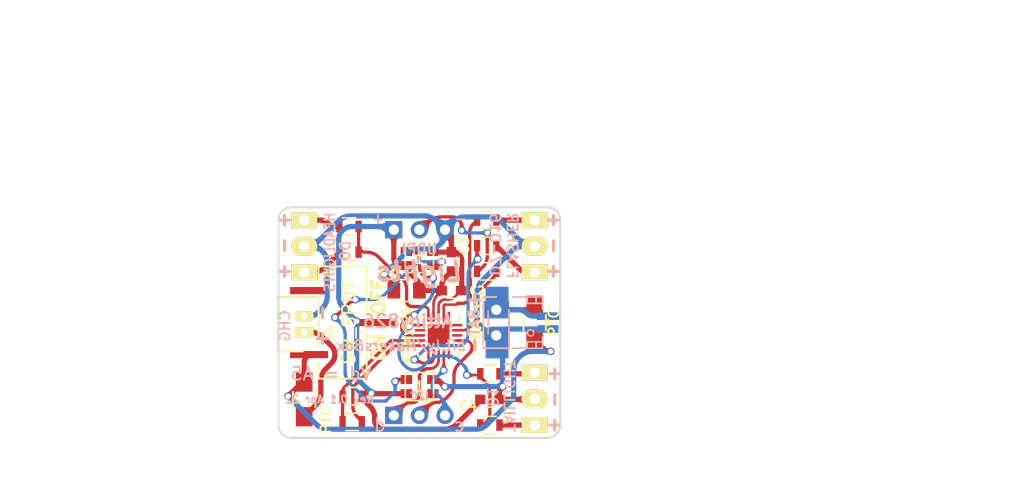
<source format=kicad_pcb>
(kicad_pcb (version 20171130) (host pcbnew "(5.1.10)-1")
  (title_block (title "Lights ATtiny826") (date 2022-03-18) (rev 0.0) (company www.MakersBox.us) (comment 1 648.ken@gmail.com))
  (layers (0 F.Cu signal) (31 B.Cu signal) (34 B.Paste user) (35 F.Paste user) (36 B.SilkS user) (37 F.SilkS user) (38 B.Mask user) (39 F.Mask user hide) (44 Edge.Cuts user))
  (net 0 "")
  (net 1 GND)
  (net 2 "Net-(J6-Pad1)")
  (net 3 VCC)
  (net 4 /D1)
  (net 5 "Net-(J6-Pad3)")
  (net 6 "Net-(F1-Pad1)")
  (net 7 "Net-(F1-Pad2)")
  (net 8 "Net-(F2-Pad1)")
  (net 9 "Net-(J5-Pad1)")
  (net 10 "Net-(J5-Pad3)")
  (net 11 "Net-(J7-Pad1)")
  (net 12 "Net-(J7-Pad3)")
  (net 13 /UPDI)
  (net 14 /D16)
  (net 15 /D7)
  (net 16 /D0)
  (net 17 "Net-(J4-Pad2)")
  (net 18 "Net-(D0-Pad1)")
  (net 19 /D4)
  (net 20 /SCL)
  (net 21 /SDA)
  (net 22 /D3)
  (net 23 /D5)
  (net 24 /D12)
  (module footprints:WS2812B-2020 (layer F.Cu) (at 139 88)
    (fp_text reference D0 hide)
    (fp_text value SK6812MINI)
    (fp_text user 1 (at 0 0) (layer F.SilkS) (effects (font (size 0.8 0.8))))
    (pad 1 smd rect (at 1.05 0.55) (size 0.9 0.7) (layers F.Cu F.Paste F.Mask) (net 18 "Net-(D0-Pad1)"))
    (pad 2 smd rect (at 1.05 -0.55) (size 0.9 0.7) (layers F.Cu F.Paste F.Mask) (net 1 GND))
    (pad 4 smd rect (at -1.015 0.55) (size 0.9 0.7) (layers F.Cu F.Paste F.Mask) (net 3 VCC))
    (pad 3 smd rect (at -1.015 -0.55) (size 0.9 0.7) (layers F.Cu F.Paste F.Mask) (net 22 /D3))
  )
  (module footprints:WS2812B-2020 (layer F.Cu) (at 139 98)
    (fp_text reference D7 hide)
    (fp_text value SK6812MINI)
    (fp_text user 1 (at 0 0 180) (layer F.SilkS) (effects (font (size 0.8 0.8))))
    (pad 3 smd rect (at -1.015 -0.55) (size 0.9 0.7) (layers F.Cu F.Paste F.Mask) (net 18 "Net-(D0-Pad1)"))
    (pad 4 smd rect (at -1.015 0.55) (size 0.9 0.7) (layers F.Cu F.Paste F.Mask) (net 3 VCC))
    (pad 2 smd rect (at 1.05 -0.55) (size 0.9 0.7) (layers F.Cu F.Paste F.Mask) (net 1 GND))
    (pad 1 smd rect (at 1.05 0.55) (size 0.9 0.7) (layers F.Cu F.Paste F.Mask))
  )
  (module footprints:R_0603 (layer F.Cu) (at 133.5 87.5 180)
    (fp_text reference R3 hide)
    (fp_text value 100 hide)
    (pad 2 smd rect (at 0.75 0 180) (size 0.5 0.9) (layers F.Cu F.Paste F.Mask) (net 10 "Net-(J5-Pad3)"))
    (pad 1 smd rect (at -0.75 0 180) (size 0.5 0.9) (layers F.Cu F.Paste F.Mask) (net 16 /D0))
  )
  (module footprints:R_0603 (layer F.Cu) (at 144.5 101)
    (fp_text reference R4 hide)
    (fp_text value 100 hide)
    (pad 2 smd rect (at 0.75 0) (size 0.5 0.9) (layers F.Cu F.Paste F.Mask) (net 2 "Net-(J6-Pad1)"))
    (pad 1 smd rect (at -0.75 0) (size 0.5 0.9) (layers F.Cu F.Paste F.Mask) (net 4 /D1))
  )
  (module footprints:R_0603 (layer F.Cu) (at 144.5 97)
    (fp_text reference R5 hide)
    (fp_text value 100 hide)
    (pad 2 smd rect (at 0.75 0) (size 0.5 0.9) (layers F.Cu F.Paste F.Mask) (net 5 "Net-(J6-Pad3)"))
    (pad 1 smd rect (at -0.75 0) (size 0.5 0.9) (layers F.Cu F.Paste F.Mask) (net 4 /D1))
  )
  (module footprints:R_0603 (layer F.Cu) (at 144.25 85)
    (fp_text reference R6 hide)
    (fp_text value 100 hide)
    (pad 2 smd rect (at 0.75 0) (size 0.5 0.9) (layers F.Cu F.Paste F.Mask) (net 11 "Net-(J7-Pad1)"))
    (pad 1 smd rect (at -0.75 0) (size 0.5 0.9) (layers F.Cu F.Paste F.Mask) (net 14 /D16))
  )
  (module footprints:R_0603 (layer F.Cu) (at 144.25 87)
    (fp_text reference R7 hide)
    (fp_text value 100 hide)
    (pad 2 smd rect (at 0.75 0) (size 0.5 0.9) (layers F.Cu F.Paste F.Mask) (net 12 "Net-(J7-Pad3)"))
    (pad 1 smd rect (at -0.75 0) (size 0.5 0.9) (layers F.Cu F.Paste F.Mask) (net 15 /D7))
  )
  (module footprints:R_0603 (layer F.Cu) (at 144.25 89 180)
    (fp_text reference R10 hide)
    (fp_text value 100 hide)
    (pad 2 smd rect (at 0.75 0 180) (size 0.5 0.9) (layers F.Cu F.Paste F.Mask) (net 17 "Net-(J4-Pad2)"))
    (pad 1 smd rect (at -0.75 0 180) (size 0.5 0.9) (layers F.Cu F.Paste F.Mask) (net 13 /UPDI))
  )
  (module footprints:R_0603 (layer F.Cu) (at 133.5 85.5 180)
    (fp_text reference R11 hide)
    (fp_text value 100 hide)
    (pad 2 smd rect (at 0.75 0 180) (size 0.5 0.9) (layers F.Cu F.Paste F.Mask) (net 9 "Net-(J5-Pad1)"))
    (pad 1 smd rect (at -0.75 0 180) (size 0.5 0.9) (layers F.Cu F.Paste F.Mask) (net 16 /D0))
  )
  (module footprints:R_0603 (layer F.Cu) (at 133.75 98.75 180)
    (fp_text reference R1 hide)
    (fp_text value 1 hide)
    (pad 2 smd rect (at 0.75 0 180) (size 0.5 0.9) (layers F.Cu F.Paste F.Mask) (net 19 /D4))
    (pad 1 smd rect (at -0.75 0 180) (size 0.5 0.9) (layers F.Cu F.Paste F.Mask) (net 3 VCC))
  )
  (module footprints:R_0603 (layer F.Cu) (at 133.75 100.75)
    (fp_text reference R2 hide)
    (fp_text value 2 hide)
    (pad 2 smd rect (at 0.75 0) (size 0.5 0.9) (layers F.Cu F.Paste F.Mask) (net 23 /D5))
    (pad 1 smd rect (at -0.75 0) (size 0.5 0.9) (layers F.Cu F.Paste F.Mask) (net 19 /D4))
  )
  (module footprints:C_0603 (layer F.Cu) (at 141.5 88.25 90)
    (fp_text reference C3 (at 1.25 1 270) (layer F.SilkS) (effects (font (size 0.7 0.7))))
    (fp_text value 1uF)
    (pad 2 smd rect (at 0.75 0 90) (size 0.8 0.75) (layers F.Cu F.Paste F.Mask) (net 1 GND))
    (pad 1 smd rect (at -0.75 0 90) (size 0.8 0.75) (layers F.Cu F.Paste F.Mask) (net 3 VCC))
  )
  (module footprints:C_0603 (layer F.Cu) (at 144.5 99)
    (fp_text reference C4 (at -1.7 0.5) (layer F.SilkS) (effects (font (size 0.7 0.7))))
    (fp_text value 1uF)
    (pad 1 smd rect (at -0.75 0) (size 0.8 0.75) (layers F.Cu F.Paste F.Mask) (net 3 VCC))
    (pad 2 smd rect (at 0.75 0) (size 0.8 0.75) (layers F.Cu F.Paste F.Mask) (net 1 GND))
  )
  (module footprints:PIN_HEADER_LED (layer B.Cu) (at 145 92 180)
    (fp_text reference J2 hide)
    (fp_text value BAT (at 1.75 -1 270) (layer B.SilkS) (effects (font (size 0.8 0.8)) (justify mirror)))
    (pad 1 thru_hole rect (at 0 0 180) (size 2 1.35) (drill 0.8) (layers *.Cu *.Mask) (net 8 "Net-(F2-Pad1)"))
    (pad 2 thru_hole oval (at 0 -2 180) (size 2 1.35) (drill 0.8) (layers *.Cu *.Mask) (net 1 GND))
  )
  (module footprints:JST_SH_SM02B_hand_solder (layer B.Cu) (at 147 93 90)
    (fp_text reference J1 hide)
    (fp_text value JST-SH)
    (pad 1 smd rect (at -0.5 2.0375 90) (size 0.6 1.65) (layers B.Cu B.Paste B.Mask) (net 1 GND))
    (pad 2 smd rect (at 0.5 2.0375 90) (size 0.6 1.75) (layers B.Cu B.Paste B.Mask) (net 8 "Net-(F2-Pad1)"))
    (pad 1 smd rect (at -2 -1.9375 90) (size 1.6 1.8) (layers B.Cu B.Paste B.Mask) (net 1 GND))
    (pad 2 smd rect (at 2 -1.9375 90) (size 1.6 1.8) (layers B.Cu B.Paste B.Mask) (net 8 "Net-(F2-Pad1)"))
  )
  (module footprints:Connector_Molex_PicoBlade_53047-0210 (layer F.Cu) (at 130 93.75 90)
    (fp_text reference J3 hide)
    (fp_text value CHG (at 0.5 -1.5 90) (layer B.SilkS) (effects (font (size 0.8 0.8)) (justify mirror)))
    (pad 1 thru_hole rect (at 0 0 90) (size 0.8 1.5) (drill 0.5) (layers *.Cu *.Mask F.SilkS) (net 6 "Net-(F1-Pad1)"))
    (pad 2 thru_hole oval (at 1.25 0 90) (size 0.8 1.5) (drill 0.5) (layers *.Cu *.Mask F.SilkS) (net 1 GND))
  )
  (module footprints:JS102011SCQN (layer F.Cu) (at 133 93)
    (fp_text reference SW1 hide)
    (fp_text value SW_SPDT (at 0.5 0 270) (layer F.SilkS))
    (fp_text user * (at -1.25 -3.5) (layer F.SilkS))
    (fp_text user * (at -1.25 -3.5) (layer F.SilkS))
    (pad 1 smd rect (at -2.6162 -2.5) (size 2.9718 0.5588) (layers F.Cu F.Paste F.Mask))
    (pad 3 smd rect (at -2.6162 2.5) (size 2.9718 0.5588) (layers F.Cu F.Paste F.Mask) (net 7 "Net-(F1-Pad2)"))
    (pad 2 smd rect (at 2.6162 0) (size 2.9718 0.5588) (layers F.Cu F.Paste F.Mask) (net 3 VCC))
  )
  (module footprints:Pin_Header_THD_1x03 (layer F.Cu) (at 148 101 180)
    (fp_text reference J6)
    (fp_text value TL hide)
    (pad 1 thru_hole rect (at 0 0 180) (size 2.032 1.25) (drill 0.8) (layers *.Cu *.Mask F.SilkS) (net 2 "Net-(J6-Pad1)"))
    (pad 2 thru_hole oval (at 0 2.04 180) (size 2.032 1.5) (drill 0.8) (layers *.Cu *.Mask F.SilkS) (net 1 GND))
    (pad 3 thru_hole rect (at 0 4.08 180) (size 2.032 1.25) (drill 0.8) (layers *.Cu *.Mask F.SilkS) (net 5 "Net-(J6-Pad3)"))
  )
  (module footprints:Pin_Header_THD_1x03 (layer F.Cu) (at 130 85)
    (fp_text reference J5)
    (fp_text value HL hide)
    (pad 1 thru_hole rect (at 0 0) (size 2.032 1.25) (drill 0.8) (layers *.Cu *.Mask F.SilkS) (net 9 "Net-(J5-Pad1)"))
    (pad 2 thru_hole oval (at 0 2.04) (size 2.032 1.5) (drill 0.8) (layers *.Cu *.Mask F.SilkS) (net 1 GND))
    (pad 3 thru_hole rect (at 0 4.08) (size 2.032 1.25) (drill 0.8) (layers *.Cu *.Mask F.SilkS) (net 10 "Net-(J5-Pad3)"))
  )
  (module footprints:R_0805_HandSoldering (layer F.Cu) (at 148 93 270)
    (fp_text reference F2 hide)
    (fp_text value PTC (at 0 -1.5 270) (layer F.SilkS) (effects (font (size 0.8 0.8))))
    (pad 1 smd rect (at -1.35 0 270) (size 1.5 1.3) (layers F.Cu F.Paste F.Mask) (net 8 "Net-(F2-Pad1)"))
    (pad 2 smd rect (at 1.35 0 270) (size 1.5 1.3) (layers F.Cu F.Paste F.Mask) (net 7 "Net-(F1-Pad2)"))
  )
  (module footprints:R_0805_HandSoldering (layer F.Cu) (at 130 99 90)
    (fp_text reference F1 hide)
    (fp_text value PTC (at -1.6 1.7 270) (layer F.SilkS) (effects (font (size 0.8 0.8))))
    (pad 1 smd rect (at -1.35 0 90) (size 1.5 1.3) (layers F.Cu F.Paste F.Mask) (net 6 "Net-(F1-Pad1)"))
    (pad 2 smd rect (at 1.35 0 90) (size 1.5 1.3) (layers F.Cu F.Paste F.Mask) (net 7 "Net-(F1-Pad2)"))
  )
  (module footprints:C_0805 (layer F.Cu) (at 138 90.5 180)
    (fp_text reference C1 (at 1.45 1.25) (layer F.SilkS) (effects (font (size 0.8 0.8))))
    (fp_text value 10uF)
    (pad 1 smd rect (at -1 0 180) (size 1 1.25) (layers F.Cu F.Paste F.Mask) (net 3 VCC))
    (pad 2 smd rect (at 1 0 180) (size 1 1.25) (layers F.Cu F.Paste F.Mask) (net 1 GND))
  )
  (module footprints:C_0603 (layer F.Cu) (at 141.5 90.5)
    (fp_text reference C2 (at 2 0) (layer F.SilkS) (effects (font (size 0.6 0.6))))
    (fp_text value 0.1uF)
    (pad 2 smd rect (at 0.75 0) (size 0.8 0.75) (layers F.Cu F.Paste F.Mask) (net 1 GND))
    (pad 1 smd rect (at -0.75 0) (size 0.8 0.75) (layers F.Cu F.Paste F.Mask) (net 3 VCC))
  )
  (module Package_DFN_QFN:VQFN-20-1EP_3x3mm_P0.4mm_EP1.7x1.7mm (layer F.Cu) (at 140.5 94 270)
    (fp_text reference U1 hide)
    (fp_text value ATtiny826 (at 0 2.5 90) (layer F.SilkS) (effects (font (size 0.6 0.6))))
    (pad 1 smd custom (at -1.45 -0.8 270) (size 0.143431 0.143431) (layers F.Cu F.Paste F.Mask) (options (clearance outline) (anchor circle)) (primitives (gr_poly (pts (xy -0.35 -0.05) (xy 0.299289 -0.05) (xy 0.35 0.000711) (xy 0.35 0.05) (xy -0.35 0.05)) (width 0.1))))
    (pad 2 smd roundrect (at -1.45 -0.4 270) (size 0.8 0.2) (layers F.Cu F.Paste F.Mask) (net 14 /D16))
    (pad 3 smd roundrect (at -1.45 0 270) (size 0.8 0.2) (layers F.Cu F.Paste F.Mask) (net 1 GND))
    (pad 4 smd roundrect (at -1.45 0.4 270) (size 0.8 0.2) (layers F.Cu F.Paste F.Mask) (net 3 VCC))
    (pad 5 smd custom (at -1.45 0.8 270) (size 0.143431 0.143431) (layers F.Cu F.Paste F.Mask) (net 16 /D0) (options (clearance outline) (anchor circle)) (primitives (gr_poly (pts (xy -0.35 -0.05) (xy 0.35 -0.05) (xy 0.35 -0.000711) (xy 0.299289 0.05) (xy -0.35 0.05)) (width 0.1))))
    (pad 6 smd custom (at -0.8 1.45 270) (size 0.143431 0.143431) (layers F.Cu F.Paste F.Mask) (net 4 /D1) (options (clearance outline) (anchor circle)) (primitives (gr_poly (pts (xy -0.05 -0.299289) (xy 0.000711 -0.35) (xy 0.05 -0.35) (xy 0.05 0.35) (xy -0.05 0.35)) (width 0.1))))
    (pad 7 smd roundrect (at -0.4 1.45 270) (size 0.2 0.8) (layers F.Cu F.Paste F.Mask))
    (pad 8 smd roundrect (at 0 1.45 270) (size 0.2 0.8) (layers F.Cu F.Paste F.Mask) (net 22 /D3))
    (pad 9 smd roundrect (at 0.4 1.45 270) (size 0.2 0.8) (layers F.Cu F.Paste F.Mask) (net 19 /D4))
    (pad 10 smd custom (at 0.8 1.45 270) (size 0.143431 0.143431) (layers F.Cu F.Paste F.Mask) (net 23 /D5) (options (clearance outline) (anchor circle)) (primitives (gr_poly (pts (xy -0.05 -0.35) (xy -0.000711 -0.35) (xy 0.05 -0.299289) (xy 0.05 0.35) (xy -0.05 0.35)) (width 0.1))))
    (pad 11 smd custom (at 1.45 0.8 270) (size 0.143431 0.143431) (layers F.Cu F.Paste F.Mask) (options (clearance outline) (anchor circle)) (primitives (gr_poly (pts (xy -0.35 -0.05) (xy 0.35 -0.05) (xy 0.35 0.05) (xy -0.299289 0.05) (xy -0.35 -0.000711)) (width 0.1))))
    (pad 12 smd roundrect (at 1.45 0.4 270) (size 0.8 0.2) (layers F.Cu F.Paste F.Mask) (net 15 /D7))
    (pad 13 smd roundrect (at 1.45 0 270) (size 0.8 0.2) (layers F.Cu F.Paste F.Mask) (net 21 /SDA))
    (pad 14 smd roundrect (at 1.45 -0.4 270) (size 0.8 0.2) (layers F.Cu F.Paste F.Mask) (net 20 /SCL))
    (pad 15 smd custom (at 1.45 -0.8 270) (size 0.143431 0.143431) (layers F.Cu F.Paste F.Mask) (options (clearance outline) (anchor circle)) (primitives (gr_poly (pts (xy -0.35 0.000711) (xy -0.299289 -0.05) (xy 0.35 -0.05) (xy 0.35 0.05) (xy -0.35 0.05)) (width 0.1))))
    (pad 16 smd custom (at 0.8 -1.45 270) (size 0.143431 0.143431) (layers F.Cu F.Paste F.Mask) (options (clearance outline) (anchor circle)) (primitives (gr_poly (pts (xy -0.05 -0.35) (xy 0.05 -0.35) (xy 0.05 0.299289) (xy -0.000711 0.35) (xy -0.05 0.35)) (width 0.1))))
    (pad 17 smd roundrect (at 0.4 -1.45 270) (size 0.2 0.8) (layers F.Cu F.Paste F.Mask) (net 24 /D12))
    (pad 18 smd roundrect (at 0 -1.45 270) (size 0.2 0.8) (layers F.Cu F.Paste F.Mask))
    (pad 19 smd roundrect (at -0.4 -1.45 270) (size 0.2 0.8) (layers F.Cu F.Paste F.Mask) (net 13 /UPDI))
    (pad 20 smd custom (at -0.8 -1.45 270) (size 0.143431 0.143431) (layers F.Cu F.Paste F.Mask) (options (clearance outline) (anchor circle)) (primitives (gr_poly (pts (xy -0.05 -0.35) (xy 0.05 -0.35) (xy 0.05 0.35) (xy 0.000711 0.35) (xy -0.05 0.299289)) (width 0.1))))
    (pad 21 smd rect (at 0 0 270) (size 1.7 1.7) (layers F.Cu F.Mask) (net 1 GND))
  )
  (module footprints:Pin_Header_THD_1x03 (layer F.Cu) (at 148 85)
    (fp_text reference J7 hide)
    (fp_text value FL hide)
    (pad 1 thru_hole rect (at 0 0) (size 2.032 1.25) (drill 0.8) (layers *.Cu *.Mask F.SilkS) (net 11 "Net-(J7-Pad1)"))
    (pad 2 thru_hole oval (at 0 2.04) (size 2.032 1.5) (drill 0.8) (layers *.Cu *.Mask F.SilkS) (net 1 GND))
    (pad 3 thru_hole rect (at 0 4.08) (size 2.032 1.25) (drill 0.8) (layers *.Cu *.Mask F.SilkS) (net 12 "Net-(J7-Pad3)"))
  )
  (module footprints:PinHeader_1x03_P2.00mm_Vertical (layer B.Cu) (at 137 85.75 270)
    (fp_text reference J4 hide)
    (fp_text value UDPI (at 1.5 -2 180) (layer B.SilkS) (effects (font (size 0.8 0.8)) (justify mirror)))
    (pad 3 thru_hole oval (at 0 -4 270) (size 1.35 1.35) (drill 0.8) (layers *.Cu *.Mask) (net 1 GND))
    (pad 2 thru_hole oval (at 0 -2 270) (size 1.35 1.35) (drill 0.8) (layers *.Cu *.Mask) (net 17 "Net-(J4-Pad2)"))
    (pad 1 thru_hole rect (at 0 0 270) (size 1.35 1.35) (drill 0.8) (layers *.Cu *.Mask) (net 3 VCC))
  )
  (module footprints:PinHeader_1x03_P2.00mm_Vertical (layer B.Cu) (at 137 100.25 270)
    (fp_text reference J8 hide)
    (fp_text value I2C (at -1.5 -2) (layer B.SilkS) (effects (font (size 0.6 0.6)) (justify mirror)))
    (pad 3 thru_hole oval (at 0 -4 270) (size 1.35 1.35) (drill 0.8) (layers *.Cu *.Mask) (net 20 /SCL))
    (pad 2 thru_hole oval (at 0 -2 270) (size 1.35 1.35) (drill 0.8) (layers *.Cu *.Mask) (net 24 /D12))
    (pad 1 thru_hole rect (at 0 0 270) (size 1.35 1.35) (drill 0.8) (layers *.Cu *.Mask) (net 21 /SDA))
  )
  (gr_text Attiny826 (at 138.1 92.9) (layer B.SilkS) (effects (font (size 1 1) (thickness 0.2)) (justify mirror)))
  (gr_text "c       d" (at 139 101) (layer B.SilkS) (effects (font (size 1 1)) (justify mirror)))
  (gr_text "Vd = A5" (at 132.1 97) (layer B.SilkS) (effects (font (size 1 1)) (justify mirror)))
  (gr_text D0 (at 133.2 87.4 90) (layer B.SilkS) (effects (font (size 0.8 0.8)) (justify mirror)))
  (gr_text D7-D16 (at 144.9 86.9 -90) (layer B.SilkS) (effects (font (size 0.8 0.8)) (justify mirror)))
  (gr_text D1 (at 144.7 98.8 -90) (layer B.SilkS) (effects (font (size 0.8 0.8)) (justify mirror)))
  (gr_text bit.ly/MakersBox (at 137.6 94.8) (layer B.SilkS) (effects (font (size 0.8 0.8) (thickness 0.15) italic) (justify mirror)))
  (gr_text "+         -" (at 139 85 180) (layer B.SilkS) (effects (font (size 0.8 0.8)) (justify mirror)))
  (gr_line (start 149 102) (end 129 102) (angle 90) (layer Edge.Cuts) (width 0.15))
  (gr_line (start 149 84) (end 129 84) (angle 90) (layer Edge.Cuts) (width 0.15))
  (gr_arc (start 149 85) (end 149 84) (angle 90) (layer Edge.Cuts) (width 0.15))
  (gr_arc (start 129 85) (end 128 85) (angle 90) (layer Edge.Cuts) (width 0.15))
  (gr_arc (start 149 101) (end 150 101) (angle 90) (layer Edge.Cuts) (width 0.15))
  (gr_arc (start 129 101) (end 129 102) (angle 90) (layer Edge.Cuts) (width 0.15))
  (gr_text "ON  OFF" (at 135.8 92.8 90) (layer F.SilkS) (effects (font (size 1 1) (thickness 0.25))))
  (gr_text -BAT+ (at 143.4 93.25 90) (layer F.SilkS) (effects (font (size 0.8 0.8) (thickness 0.2))))
  (gr_text "+   -" (at 143.25 93 90) (layer B.SilkS) (effects (font (size 1 1) (thickness 0.25)) (justify mirror)))
  (gr_text TAILLIGHT (at 146 98.75 -90) (layer B.SilkS) (effects (font (size 0.8 0.8)) (justify mirror)))
  (gr_text HEADLIGHTS (at 132 87.5 90) (layer B.SilkS) (effects (font (size 0.8 0.7)) (justify mirror)))
  (gr_text FLASHER (at 146.25 87 -90) (layer B.SilkS) (effects (font (size 0.8 0.8)) (justify mirror)))
  (gr_text "+ - +" (at 149.4 87 90) (layer B.SilkS) (effects (font (size 1 1) (thickness 0.25))))
  (gr_text "+ - +" (at 128.4 87 90) (layer B.SilkS) (effects (font (size 1 1) (thickness 0.25))))
  (gr_text "+ - +" (at 149.5 99 90) (layer B.SilkS) (effects (font (size 1 1) (thickness 0.25))))
  (gr_text "Rev 0.1 Apr 22" (at 132 99) (layer B.SilkS) (effects (font (size 0.6 0.6) (thickness 0.15) italic) (justify mirror)))
  (gr_text Lights (at 139 89) (layer B.SilkS) (effects (font (size 1.5 1.5) (thickness 0.3) italic) (justify mirror)))
  (gr_line (start 128 85) (end 128 101) (angle 90) (layer Edge.Cuts) (width 0.15))
  (gr_line (start 150 101) (end 150 85) (angle 90) (layer Edge.Cuts) (width 0.15))
  (gr_text "+ -" (at 131.5 93.25 270) (layer B.SilkS) (effects (font (size 1 1) (thickness 0.25)) (justify mirror)))
  (gr_text "+ - +" (at 149.5 99 90) (layer F.SilkS) (effects (font (size 1 1) (thickness 0.25))))
  (gr_text "+ - +" (at 149.4 87 90) (layer F.SilkS) (effects (font (size 1 1) (thickness 0.25))))
  (gr_text "+ - +" (at 128.4 87 90) (layer F.SilkS) (effects (font (size 1 1) (thickness 0.25))))
  (segment (start 131.670862 91.518851) (end 131.60785 91.636738) (width 0.4064) (layer B.Cu) (net 1))
  (segment (start 139.558136 84.684901) (end 139.425108 84.671799) (width 0.4064) (layer B.Cu) (net 1))
  (segment (start 145.08203 95.01953) (end 145.089843 95.027343) (width 0.4064) (layer B.Cu) (net 1))
  (segment (start 141.029626 85.886903) (end 141.009366 85.850979) (width 0.4064) (layer B.Cu) (net 1))
  (segment (start 141.043766 85.839254) (end 141.029626 85.886903) (width 0.4064) (layer B.Cu) (net 1))
  (segment (start 141.009366 85.850979) (end 141.043766 85.839254) (width 0.4064) (layer B.Cu) (net 1))
  (segment (start 145.110009 93.881768) (end 145.155905 93.844092) (width 0.4064) (layer B.Cu) (net 1))
  (segment (start 145.109707 93.907053) (end 145.110009 93.881768) (width 0.4064) (layer B.Cu) (net 1))
  (segment (start 145.155905 93.844092) (end 145.109707 93.907053) (width 0.4064) (layer B.Cu) (net 1))
  (segment (start 147.519075 87.037184) (end 147.547656 87.04) (width 0.4064) (layer B.Cu) (net 1))
  (segment (start 144.636337 84.763101) (end 144.50331 84.75) (width 0.4064) (layer B.Cu) (net 1))
  (segment (start 145.035388 94.972888) (end 145.043046 94.980546) (width 0.4064) (layer B.Cu) (net 1))
  (segment (start 138.482558 87.289178) (end 138.354643 87.327981) (width 0.4064) (layer B.Cu) (net 1))
  (segment (start 145.247882 85.016411) (end 145.351211 85.101211) (width 0.4064) (layer B.Cu) (net 1))
  (segment (start 140.822713 86.664953) (end 140.766282 86.733714) (width 0.4064) (layer B.Cu) (net 1))
  (segment (start 146.329715 87.306411) (end 146.226386 87.391211) (width 0.4064) (layer B.Cu) (net 1))
  (segment (start 145.050704 94.988204) (end 145.058362 94.995862) (width 0.4064) (layer B.Cu) (net 1))
  (segment (start 147.074289 87.04) (end 146.941261 87.053101) (width 0.4064) (layer B.Cu) (net 1))
  (segment (start 139.94065 84.800934) (end 140.058537 84.863946) (width 0.4064) (layer B.Cu) (net 1))
  (segment (start 141.1576 85.571851) (end 141.214655 85.535342) (width 0.4064) (layer B.Cu) (net 1))
  (segment (start 141.162231 85.60378) (end 141.1576 85.571851) (width 0.4064) (layer B.Cu) (net 1))
  (segment (start 141.214655 85.535342) (end 141.162231 85.60378) (width 0.4064) (layer B.Cu) (net 1))
  (segment (start 139.689239 84.710979) (end 139.817154 84.749781) (width 0.4064) (layer B.Cu) (net 1))
  (segment (start 143.53918 92.76744) (end 143.577982 92.895355) (width 0.4064) (layer B.Cu) (net 1))
  (segment (start 142.232558 84.789178) (end 142.104643 84.827981) (width 0.4064) (layer B.Cu) (net 1))
  (segment (start 140.973926 86.345241) (end 140.948105 86.430363) (width 0.4064) (layer B.Cu) (net 1))
  (segment (start 140.953324 85.849571) (end 140.937773 85.804608) (width 0.4064) (layer B.Cu) (net 1))
  (segment (start 140.97751 85.83852) (end 140.953324 85.849571) (width 0.4064) (layer B.Cu) (net 1))
  (segment (start 140.937773 85.804608) (end 140.97751 85.83852) (width 0.4064) (layer B.Cu) (net 1))
  (segment (start 145.066405 95.003905) (end 145.074218 95.011718) (width 0.4064) (layer B.Cu) (net 1))
  (segment (start 145.457188 95.494945) (end 145.47849 95.565166) (width 0.4064) (layer B.Cu) (net 1))
  (segment (start 131.8 91.003309) (end 131.786897 91.136337) (width 0.4064) (layer B.Cu) (net 1))
  (segment (start 138.746688 87.25) (end 138.613661 87.263101) (width 0.4064) (layer B.Cu) (net 1))
  (segment (start 130.931249 86.818748) (end 130.866156 86.872168) (width 0.4064) (layer B.Cu) (net 1))
  (segment (start 138.002115 87.516411) (end 137.898786 87.601211) (width 0.4064) (layer B.Cu) (net 1))
  (segment (start 143.577981 90.222243) (end 143.539178 90.350158) (width 0.4064) (layer B.Cu) (net 1))
  (segment (start 133.059347 84.800934) (end 132.94146 84.863946) (width 0.4064) (layer B.Cu) (net 1))
  (segment (start 141 86.080669) (end 140.982241 85.965036) (width 0.4064) (layer B.Cu) (net 1))
  (segment (start 141.008707 85.99214) (end 141 86.080669) (width 0.4064) (layer B.Cu) (net 1))
  (segment (start 140.982241 85.965036) (end 141.008707 85.99214) (width 0.4064) (layer B.Cu) (net 1))
  (segment (start 131.616758 87.669598) (end 131.676848 87.78202) (width 0.4064) (layer B.Cu) (net 1))
  (segment (start 145 94.221865) (end 144.98488 94.162105) (width 0.4064) (layer B.Cu) (net 1))
  (segment (start 145.004448 94.172826) (end 145 94.221865) (width 0.4064) (layer B.Cu) (net 1))
  (segment (start 144.98488 94.162105) (end 145.004448 94.172826) (width 0.4064) (layer B.Cu) (net 1))
  (segment (start 141.981146 84.879135) (end 141.863259 84.942147) (width 0.4064) (layer B.Cu) (net 1))
  (segment (start 144.439336 93.914755) (end 144.491635 93.942709) (width 0.4064) (layer B.Cu) (net 1))
  (segment (start 145.81162 93.5) (end 145.728159 93.50822) (width 0.4064) (layer B.Cu) (net 1))
  (segment (start 140.919458 85.620607) (end 140.919859 85.592016) (width 0.4064) (layer B.Cu) (net 1))
  (segment (start 140.964718 85.601835) (end 140.919458 85.620607) (width 0.4064) (layer B.Cu) (net 1))
  (segment (start 140.919859 85.592016) (end 140.964718 85.601835) (width 0.4064) (layer B.Cu) (net 1))
  (segment (start 140.151518 87.17661) (end 140.031138 87.213127) (width 0.4064) (layer B.Cu) (net 1))
  (segment (start 140.811968 85.571405) (end 140.764673 85.514673) (width 0.4064) (layer B.Cu) (net 1))
  (segment (start 140.844094 85.562022) (end 140.811968 85.571405) (width 0.4064) (layer B.Cu) (net 1))
  (segment (start 140.764673 85.514673) (end 140.844094 85.562022) (width 0.4064) (layer B.Cu) (net 1))
  (segment (start 130.707382 87.051542) (end 130.59019 87.04) (width 0.4064) (layer B.Cu) (net 1))
  (segment (start 131.787504 88.146803) (end 131.8 88.273663) (width 0.4064) (layer B.Cu) (net 1))
  (segment (start 143.629135 93.018851) (end 143.692147 93.136738) (width 0.4064) (layer B.Cu) (net 1))
  (segment (start 147.562016 87.04) (end 147.562016 87.04) (width 0.4064) (layer B.Cu) (net 1))
  (segment (start 139.907759 87.237669) (end 139.782568 87.25) (width 0.4064) (layer B.Cu) (net 1))
  (segment (start 145.018851 84.879135) (end 145.136738 84.942147) (width 0.4064) (layer B.Cu) (net 1))
  (segment (start 145.318719 97.888367) (end 145.236822 97.943089) (width 0.4064) (layer B.Cu) (net 1))
  (segment (start 146.558746 87.169135) (end 146.440859 87.232147) (width 0.4064) (layer B.Cu) (net 1))
  (segment (start 140.378684 87.069168) (end 140.267741 87.128469) (width 0.4064) (layer B.Cu) (net 1))
  (segment (start 145.055075 94.003588) (end 145.052329 93.96887) (width 0.4064) (layer B.Cu) (net 1))
  (segment (start 145.06894 93.975062) (end 145.055075 94.003588) (width 0.4064) (layer B.Cu) (net 1))
  (segment (start 145.052329 93.96887) (end 145.06894 93.975062) (width 0.4064) (layer B.Cu) (net 1))
  (segment (start 146.810158 87.079179) (end 146.682243 87.117982) (width 0.4064) (layer B.Cu) (net 1))
  (segment (start 131.533586 91.747882) (end 131.448786 91.851211) (width 0.4064) (layer B.Cu) (net 1))
  (segment (start 140.88391 85.683153) (end 140.859097 85.639748) (width 0.4064) (layer B.Cu) (net 1))
  (segment (start 140.892987 85.645291) (end 140.88391 85.683153) (width 0.4064) (layer B.Cu) (net 1))
  (segment (start 140.859097 85.639748) (end 140.892987 85.645291) (width 0.4064) (layer B.Cu) (net 1))
  (segment (start 145 94.898546) (end 145.001027 94.908978) (width 0.4064) (layer B.Cu) (net 1))
  (segment (start 141.072235 85.631949) (end 141.036109 85.606098) (width 0.4064) (layer B.Cu) (net 1))
  (segment (start 141.088865 85.597327) (end 141.072235 85.631949) (width 0.4064) (layer B.Cu) (net 1))
  (segment (start 141.036109 85.606098) (end 141.088865 85.597327) (width 0.4064) (layer B.Cu) (net 1))
  (segment (start 132.830316 84.93821) (end 132.726987 85.02301) (width 0.4064) (layer B.Cu) (net 1))
  (segment (start 144.911099 93.97989) (end 144.943246 93.969681) (width 0.4064) (layer B.Cu) (net 1))
  (segment (start 144.919414 93.997288) (end 144.911099 93.97989) (width 0.4064) (layer B.Cu) (net 1))
  (segment (start 144.943246 93.969681) (end 144.919414 93.997288) (width 0.4064) (layer B.Cu) (net 1))
  (segment (start 145.021443 93.937291) (end 145.050569 93.921495) (width 0.4064) (layer B.Cu) (net 1))
  (segment (start 145.043186 93.94798) (end 145.021443 93.937291) (width 0.4064) (layer B.Cu) (net 1))
  (segment (start 145.050569 93.921495) (end 145.043186 93.94798) (width 0.4064) (layer B.Cu) (net 1))
  (segment (start 141.752115 85.016411) (end 141.648786 85.101211) (width 0.4064) (layer B.Cu) (net 1))
  (segment (start 145.488171 93.581018) (end 145.414209 93.620551) (width 0.4064) (layer B.Cu) (net 1))
  (segment (start 143.513101 90.481261) (end 143.5 90.614288) (width 0.4064) (layer B.Cu) (net 1))
  (segment (start 141.09235 85.721959) (end 141.088346 85.667401) (width 0.4064) (layer B.Cu) (net 1))
  (segment (start 141.11562 85.677035) (end 141.09235 85.721959) (width 0.4064) (layer B.Cu) (net 1))
  (segment (start 141.088346 85.667401) (end 141.11562 85.677035) (width 0.4064) (layer B.Cu) (net 1))
  (segment (start 143.692147 89.980859) (end 143.629135 90.098746) (width 0.4064) (layer B.Cu) (net 1))
  (segment (start 145.307193 95.244693) (end 145.353746 95.301418) (width 0.4064) (layer B.Cu) (net 1))
  (segment (start 147.068748 86.818748) (end 147.133841 86.872168) (width 0.4064) (layer B.Cu) (net 1))
  (segment (start 145.020892 94.956939) (end 145.027543 94.965043) (width 0.4064) (layer B.Cu) (net 1))
  (segment (start 142.496688 84.75) (end 142.363661 84.763101) (width 0.4064) (layer B.Cu) (net 1))
  (segment (start 140.914064 86.512544) (end 140.872132 86.590993) (width 0.4064) (layer B.Cu) (net 1))
  (segment (start 145.5 97.549217) (end 145.480783 97.645822) (width 0.4064) (layer B.Cu) (net 1))
  (segment (start 144.661332 93.994187) (end 144.720348 94) (width 0.4064) (layer B.Cu) (net 1))
  (segment (start 147.393622 87.00649) (end 147.448587 87.023164) (width 0.4064) (layer B.Cu) (net 1))
  (segment (start 130.79614 86.918952) (end 130.721875 86.958647) (width 0.4064) (layer B.Cu) (net 1))
  (segment (start 131.760819 91.26744) (end 131.722016 91.395355) (width 0.4064) (layer B.Cu) (net 1))
  (segment (start 144.797619 94) (end 144.854594 93.99245) (width 0.4064) (layer B.Cu) (net 1))
  (segment (start 144.841725 94.009685) (end 144.797619 94) (width 0.4064) (layer B.Cu) (net 1))
  (segment (start 144.854594 93.99245) (end 144.841725 94.009685) (width 0.4064) (layer B.Cu) (net 1))
  (segment (start 133.574889 84.671799) (end 133.441862 84.6849) (width 0.4064) (layer B.Cu) (net 1))
  (segment (start 145.014448 94.118393) (end 145.001085 94.099804) (width 0.4064) (layer B.Cu) (net 1))
  (segment (start 145.023213 94.086234) (end 145.014448 94.118393) (width 0.4064) (layer B.Cu) (net 1))
  (segment (start 145.001085 94.099804) (end 145.023213 94.086234) (width 0.4064) (layer B.Cu) (net 1))
  (segment (start 138.231146 87.379135) (end 138.113259 87.442147) (width 0.4064) (layer B.Cu) (net 1))
  (segment (start 145.010126 94.938977) (end 145.015068 94.948223) (width 0.4064) (layer B.Cu) (net 1))
  (segment (start 131.057394 87.159161) (end 131.166176 87.217306) (width 0.4064) (layer B.Cu) (net 1))
  (segment (start 145.145822 97.980783) (end 145.049217 98) (width 0.4064) (layer B.Cu) (net 1))
  (segment (start 130.822879 87.074515) (end 130.935567 87.108699) (width 0.4064) (layer B.Cu) (net 1))
  (segment (start 141 86.169503) (end 140.991286 86.25797) (width 0.4064) (layer B.Cu) (net 1))
  (segment (start 143.5 92.503309) (end 143.513102 92.636337) (width 0.4064) (layer B.Cu) (net 1))
  (segment (start 131.268736 87.285834) (end 131.364084 87.364084) (width 0.4064) (layer B.Cu) (net 1))
  (segment (start 143.851211 89.766386) (end 143.766411 89.869715) (width 0.4064) (layer B.Cu) (net 1))
  (segment (start 147.203857 86.918952) (end 147.278121 86.958647) (width 0.4064) (layer B.Cu) (net 1))
  (segment (start 144.546422 93.965403) (end 144.60317 93.982617) (width 0.4064) (layer B.Cu) (net 1))
  (segment (start 143.766411 93.247882) (end 143.851211 93.351211) (width 0.4064) (layer B.Cu) (net 1))
  (segment (start 133.310759 84.710978) (end 133.182844 84.74978) (width 0.4064) (layer B.Cu) (net 1))
  (segment (start 145.394515 95.362433) (end 145.429106 95.427149) (width 0.4064) (layer B.Cu) (net 1))
  (segment (start 130.606374 87.00649) (end 130.551409 87.023163) (width 0.4064) (layer B.Cu) (net 1))
  (segment (start 130.480922 87.037184) (end 130.452342 87.04) (width 0.4064) (layer B.Cu) (net 1))
  (segment (start 130.897058 92.363608) (end 130.81338 92.408335) (width 0.4064) (layer B.Cu) (net 1))
  (segment (start 144.344188 93.844188) (end 144.390028 93.881808) (width 0.4064) (layer B.Cu) (net 1))
  (segment (start 145.344478 93.667144) (end 145.279649 93.720348) (width 0.4064) (layer B.Cu) (net 1))
  (segment (start 140.169681 84.93821) (end 140.27301 85.02301) (width 0.4064) (layer B.Cu) (net 1))
  (segment (start 131.049295 92.250702) (end 130.97595 92.310895) (width 0.4064) (layer B.Cu) (net 1))
  (segment (start 130.72572 92.444645) (end 130.634924 92.472188) (width 0.4064) (layer B.Cu) (net 1))
  (segment (start 130.541864 92.490699) (end 130.447439 92.5) (width 0.4064) (layer B.Cu) (net 1))
  (segment (start 144.76744 84.789179) (end 144.895355 84.827981) (width 0.4064) (layer B.Cu) (net 1))
  (segment (start 144.963304 94.11225) (end 144.946786 94.086475) (width 0.4064) (layer B.Cu) (net 1))
  (segment (start 144.976971 94.098961) (end 144.963304 94.11225) (width 0.4064) (layer B.Cu) (net 1))
  (segment (start 144.946786 94.086475) (end 144.976971 94.098961) (width 0.4064) (layer B.Cu) (net 1))
  (segment (start 145.645905 93.524581) (end 145.565652 93.548925) (width 0.4064) (layer B.Cu) (net 1))
  (segment (start 130.437982 87.04) (end 130.437982 87.04) (width 0.4064) (layer B.Cu) (net 1))
  (segment (start 130.437982 87.04) (end 130.437982 87.04) (width 0.4064) (layer B.Cu) (net 1))
  (segment (start 130.437982 87.04) (end 130.437982 87.04) (width 0.4064) (layer B.Cu) (net 1))
  (segment (start 145.44309 97.736821) (end 145.388367 97.818719) (width 0.4064) (layer B.Cu) (net 1))
  (segment (start 144.915141 94.050812) (end 144.886137 94.030077) (width 0.4064) (layer B.Cu) (net 1))
  (segment (start 144.910297 94.021595) (end 144.915141 94.050812) (width 0.4064) (layer B.Cu) (net 1))
  (segment (start 144.886137 94.030077) (end 144.910297 94.021595) (width 0.4064) (layer B.Cu) (net 1))
  (segment (start 145.492807 95.637138) (end 145.5 95.710167) (width 0.4064) (layer B.Cu) (net 1))
  (segment (start 140.580523 86.919474) (end 140.48328 86.999279) (width 0.4064) (layer B.Cu) (net 1))
  (segment (start 131.725631 87.899792) (end 131.762635 88.021777) (width 0.4064) (layer B.Cu) (net 1))
  (segment (start 131.465067 87.465067) (end 131.545936 87.563606) (width 0.4064) (layer B.Cu) (net 1))
  (segment (start 145.003072 94.91926) (end 145.006115 94.929292) (width 0.4064) (layer B.Cu) (net 1))
  (segment (start 147.977626 98.982371) (end 147.97244 98.986627) (width 0.4064) (layer F.Cu) (net 1))
  (segment (start 141.90669 87.54583) (end 141.948529 87.568194) (width 0.4064) (layer F.Cu) (net 1))
  (segment (start 147.954746 98.996084) (end 147.948327 98.998032) (width 0.4064) (layer F.Cu) (net 1))
  (segment (start 140.572331 91.448524) (end 140.548611 91.492901) (width 0.2) (layer F.Cu) (net 1))
  (segment (start 142.260858 87.952521) (end 142.280334 88.016724) (width 0.4064) (layer F.Cu) (net 1))
  (segment (start 142.291897 90.451181) (end 142.287944 90.458577) (width 0.4064) (layer F.Cu) (net 1))
  (segment (start 140.505036 97.538168) (end 140.539233 97.566233) (width 0.4064) (layer F.Cu) (net 1))
  (segment (start 141.783715 90.966283) (end 141.714954 91.022713) (width 0.2) (layer F.Cu) (net 1))
  (segment (start 145.360173 98.139825) (end 145.333571 98.172238) (width 0.4064) (layer F.Cu) (net 1))
  (segment (start 140.632208 91.367789) (end 140.600286 91.406686) (width 0.2) (layer F.Cu) (net 1))
  (segment (start 141.640993 91.072132) (end 141.562544 91.114064) (width 0.2) (layer F.Cu) (net 1))
  (segment (start 141.307998 91.19128) (end 141.219474 91.2) (width 0.2) (layer F.Cu) (net 1))
  (segment (start 141.491779 86.228159) (end 141.5 86.31162) (width 0.4064) (layer F.Cu) (net 1))
  (segment (start 145.25 98.661934) (end 145.264411 98.734383) (width 0.4064) (layer F.Cu) (net 1))
  (segment (start 140.346032 97.462965) (end 140.388366 97.475807) (width 0.4064) (layer F.Cu) (net 1))
  (segment (start 141.609145 87.5) (end 141.622129 87.492229) (width 0.4064) (layer F.Cu) (net 1))
  (segment (start 141.656414 87.5) (end 141.609145 87.5) (width 0.4064) (layer F.Cu) (net 1))
  (segment (start 141.622129 87.492229) (end 141.656414 87.5) (width 0.4064) (layer F.Cu) (net 1))
  (segment (start 142.283284 90.465551) (end 142.277964 90.472034) (width 0.4064) (layer F.Cu) (net 1))
  (segment (start 140.504931 91.636894) (end 140.5 91.686971) (width 0.2) (layer F.Cu) (net 1))
  (segment (start 140.792901 91.248611) (end 140.748524 91.272331) (width 0.2) (layer F.Cu) (net 1))
  (segment (start 145.254109 98.364079) (end 145.25 98.405809) (width 0.4064) (layer F.Cu) (net 1))
  (segment (start 140.077963 87.477963) (end 140.084446 87.483284) (width 0.4064) (layer F.Cu) (net 1))
  (segment (start 140.122815 87.499177) (end 140.131161 87.5) (width 0.4064) (layer F.Cu) (net 1))
  (segment (start 142.259436 90.490562) (end 142.253309 90.496689) (width 0.4064) (layer F.Cu) (net 1))
  (segment (start 141.492853 87.360282) (end 141.5 87.324515) (width 0.4064) (layer F.Cu) (net 1))
  (segment (start 141.509915 87.367952) (end 141.492853 87.360282) (width 0.4064) (layer F.Cu) (net 1))
  (segment (start 141.5 87.324515) (end 141.509915 87.367952) (width 0.4064) (layer F.Cu) (net 1))
  (segment (start 141.451073 86.065652) (end 141.475418 86.145905) (width 0.4064) (layer F.Cu) (net 1))
  (segment (start 141.318378 87.5) (end 141.370593 87.484718) (width 0.4064) (layer F.Cu) (net 1))
  (segment (start 141.360901 87.5) (end 141.318378 87.5) (width 0.4064) (layer F.Cu) (net 1))
  (segment (start 141.370593 87.484718) (end 141.360901 87.5) (width 0.4064) (layer F.Cu) (net 1))
  (segment (start 141.565769 87.478073) (end 141.566967 87.461299) (width 0.4064) (layer F.Cu) (net 1))
  (segment (start 141.584212 87.474241) (end 141.565769 87.478073) (width 0.4064) (layer F.Cu) (net 1))
  (segment (start 141.566967 87.461299) (end 141.584212 87.474241) (width 0.4064) (layer F.Cu) (net 1))
  (segment (start 142.293423 88.082526) (end 142.3 88.149295) (width 0.4064) (layer F.Cu) (net 1))
  (segment (start 141.415653 87.462371) (end 141.432978 87.449862) (width 0.4064) (layer F.Cu) (net 1))
  (segment (start 141.424896 87.471591) (end 141.415653 87.462371) (width 0.4064) (layer F.Cu) (net 1))
  (segment (start 141.432978 87.449862) (end 141.424896 87.471591) (width 0.4064) (layer F.Cu) (net 1))
  (segment (start 145.515614 98.985588) (end 145.588063 99) (width 0.4064) (layer F.Cu) (net 1))
  (segment (start 140.529354 91.53939) (end 140.514748 91.587542) (width 0.2) (layer F.Cu) (net 1))
  (segment (start 147.941746 98.999342) (end 147.935068 99) (width 0.4064) (layer F.Cu) (net 1))
  (segment (start 140.986971 91.2) (end 140.936894 91.204931) (width 0.2) (layer F.Cu) (net 1))
  (segment (start 141.770932 87.504649) (end 141.723719 87.5) (width 0.4064) (layer F.Cu) (net 1))
  (segment (start 142.203556 87.831366) (end 142.235183 87.890536) (width 0.4064) (layer F.Cu) (net 1))
  (segment (start 141.534854 87.5) (end 141.555722 87.48906) (width 0.4064) (layer F.Cu) (net 1))
  (segment (start 141.556118 87.5) (end 141.534854 87.5) (width 0.4064) (layer F.Cu) (net 1))
  (segment (start 141.555722 87.48906) (end 141.556118 87.5) (width 0.4064) (layer F.Cu) (net 1))
  (segment (start 140.5 92.090625) (end 140.5 92.221875) (width 0.2) (layer F.Cu) (net 1))
  (segment (start 142.29754 90.435408) (end 142.295106 90.443433) (width 0.4064) (layer F.Cu) (net 1))
  (segment (start 136.994187 90.161332) (end 137 90.220348) (width 0.4064) (layer F.Cu) (net 1))
  (segment (start 142.3 90.418836) (end 142.299177 90.427182) (width 0.4064) (layer F.Cu) (net 1))
  (segment (start 140.5 92.615625) (end 140.5 92.746875) (width 0.2) (layer F.Cu) (net 1))
  (segment (start 145.310275 98.207104) (end 145.290508 98.244084) (width 0.4064) (layer F.Cu) (net 1))
  (segment (start 141.480363 91.148105) (end 141.395241 91.173926) (width 0.2) (layer F.Cu) (net 1))
  (segment (start 141.379446 85.914209) (end 141.418979 85.988171) (width 0.4064) (layer F.Cu) (net 1))
  (segment (start 141.817461 87.513905) (end 141.862859 87.527676) (width 0.4064) (layer F.Cu) (net 1))
  (segment (start 136.844188 89.844188) (end 136.881808 89.890028) (width 0.4064) (layer F.Cu) (net 1))
  (segment (start 136.914755 89.939336) (end 136.942709 89.991635) (width 0.4064) (layer F.Cu) (net 1))
  (segment (start 136.965403 90.046422) (end 136.982617 90.10317) (width 0.4064) (layer F.Cu) (net 1))
  (segment (start 147.966861 98.990354) (end 147.960945 98.993517) (width 0.4064) (layer F.Cu) (net 1))
  (segment (start 140.302644 97.454335) (end 140.258618 97.45) (width 0.4064) (layer F.Cu) (net 1))
  (segment (start 142.271689 90.478309) (end 142.265562 90.484436) (width 0.4064) (layer F.Cu) (net 1))
  (segment (start 140.706686 91.300286) (end 140.667789 91.332208) (width 0.2) (layer F.Cu) (net 1))
  (segment (start 141.461258 87.421582) (end 141.478706 87.394289) (width 0.4064) (layer F.Cu) (net 1))
  (segment (start 141.486973 87.412881) (end 141.461258 87.421582) (width 0.4064) (layer F.Cu) (net 1))
  (segment (start 141.478706 87.394289) (end 141.486973 87.412881) (width 0.4064) (layer F.Cu) (net 1))
  (segment (start 142.246874 90.503124) (end 142.240623 90.509374) (width 0.4064) (layer F.Cu) (net 1))
  (segment (start 145.292679 98.802628) (end 145.333717 98.864047) (width 0.4064) (layer F.Cu) (net 1))
  (segment (start 141.539616 87.429255) (end 141.510591 87.41556) (width 0.4064) (layer F.Cu) (net 1))
  (segment (start 141.52433 87.404071) (end 141.539616 87.429255) (width 0.4064) (layer F.Cu) (net 1))
  (segment (start 141.510591 87.41556) (end 141.52433 87.404071) (width 0.4064) (layer F.Cu) (net 1))
  (segment (start 140.429238 97.492737) (end 140.468253 97.513591) (width 0.4064) (layer F.Cu) (net 1))
  (segment (start 140.5 92.353125) (end 140.5 92.484375) (width 0.2) (layer F.Cu) (net 1))
  (segment (start 140.106564 87.495106) (end 140.114589 87.497541) (width 0.4064) (layer F.Cu) (net 1))
  (segment (start 140.5 92.878125) (end 140.5 93.009375) (width 0.2) (layer F.Cu) (net 1))
  (segment (start 145.274462 98.282826) (end 145.26229 98.322952) (width 0.4064) (layer F.Cu) (net 1))
  (segment (start 140.09142 87.487944) (end 140.098816 87.491897) (width 0.4064) (layer F.Cu) (net 1))
  (segment (start 141.279649 85.779649) (end 141.332853 85.844478) (width 0.4064) (layer F.Cu) (net 1))
  (segment (start 142.234374 90.515624) (end 142.228124 90.521874) (width 0.4064) (layer F.Cu) (net 1))
  (segment (start 141.987974 87.59455) (end 142.024647 87.624647) (width 0.4064) (layer F.Cu) (net 1))
  (segment (start 141.411907 87.5) (end 141.424541 87.487533) (width 0.4064) (layer F.Cu) (net 1))
  (segment (start 141.434857 87.5) (end 141.411907 87.5) (width 0.4064) (layer F.Cu) (net 1))
  (segment (start 141.424541 87.487533) (end 141.434857 87.5) (width 0.4064) (layer F.Cu) (net 1))
  (segment (start 142.123719 87.723719) (end 142.166282 87.775582) (width 0.4064) (layer F.Cu) (net 1))
  (segment (start 145.38595 98.91628) (end 145.447369 98.95732) (width 0.4064) (layer F.Cu) (net 1))
  (segment (start 140.887542 91.214748) (end 140.83939 91.229354) (width 0.2) (layer F.Cu) (net 1))
  (segment (start 141.072235 85.631949) (end 141.088346 85.667401) (width 0.4064) (layer B.Cu) (net 1))
  (segment (start 141.162231 85.60378) (end 141.11562 85.677035) (width 0.4064) (layer B.Cu) (net 1))
  (segment (start 141.1576 85.571851) (end 141.088865 85.597327) (width 0.4064) (layer B.Cu) (net 1))
  (segment (start 131.166176 87.217306) (end 131.268736 87.285834) (width 0.4064) (layer B.Cu) (net 1))
  (segment (start 146.329715 87.306411) (end 146.440859 87.232147) (width 0.4064) (layer B.Cu) (net 1))
  (segment (start 144.636337 84.763101) (end 144.76744 84.789179) (width 0.4064) (layer B.Cu) (net 1))
  (segment (start 145.110009 93.881768) (end 145.050569 93.921495) (width 0.4064) (layer B.Cu) (net 1))
  (segment (start 145.052329 93.96887) (end 145.043186 93.94798) (width 0.4064) (layer B.Cu) (net 1))
  (segment (start 145.109707 93.907053) (end 145.06894 93.975062) (width 0.4064) (layer B.Cu) (net 1))
  (segment (start 130.707382 87.051542) (end 130.822879 87.074515) (width 0.4064) (layer B.Cu) (net 1))
  (segment (start 144.911099 93.97989) (end 144.854594 93.99245) (width 0.4064) (layer B.Cu) (net 1))
  (segment (start 144.841725 94.009685) (end 144.886137 94.030077) (width 0.4064) (layer B.Cu) (net 1))
  (segment (start 144.919414 93.997288) (end 144.910297 94.021595) (width 0.4064) (layer B.Cu) (net 1))
  (segment (start 142.232558 84.789178) (end 142.363661 84.763101) (width 0.4064) (layer B.Cu) (net 1))
  (segment (start 140.973926 86.345241) (end 140.991286 86.25797) (width 0.4064) (layer B.Cu) (net 1))
  (segment (start 141.863259 84.942147) (end 141.752115 85.016411) (width 0.4064) (layer B.Cu) (net 1))
  (segment (start 130.866156 86.872168) (end 130.79614 86.918952) (width 0.4064) (layer B.Cu) (net 1))
  (segment (start 131.786897 91.136337) (end 131.760819 91.26744) (width 0.4064) (layer B.Cu) (net 1))
  (segment (start 145.728159 93.50822) (end 145.645905 93.524581) (width 0.4064) (layer B.Cu) (net 1))
  (segment (start 143.692147 93.136738) (end 143.766411 93.247882) (width 0.4064) (layer B.Cu) (net 1))
  (segment (start 130.409194 87.04) (end 130.409194 87.04) (width 0.4064) (layer B.Cu) (net 1))
  (segment (start 130.409194 87.04) (end 130.409194 87.04) (width 0.4064) (layer B.Cu) (net 1))
  (segment (start 130.409194 87.04) (end 130.409194 87.04) (width 0.4064) (layer B.Cu) (net 1))
  (segment (start 140.058537 84.863946) (end 140.169681 84.93821) (width 0.4064) (layer B.Cu) (net 1))
  (segment (start 145.353746 95.301418) (end 145.394515 95.362433) (width 0.4064) (layer B.Cu) (net 1))
  (segment (start 130.551409 87.023163) (end 130.480922 87.037184) (width 0.4064) (layer B.Cu) (net 1))
  (segment (start 144.661332 93.994187) (end 144.60317 93.982617) (width 0.4064) (layer B.Cu) (net 1))
  (segment (start 145.480783 97.645822) (end 145.44309 97.736821) (width 0.4064) (layer B.Cu) (net 1))
  (segment (start 138.482558 87.289178) (end 138.613661 87.263101) (width 0.4064) (layer B.Cu) (net 1))
  (segment (start 144.98488 94.162105) (end 144.963304 94.11225) (width 0.4064) (layer B.Cu) (net 1))
  (segment (start 145.004448 94.172826) (end 145.014448 94.118393) (width 0.4064) (layer B.Cu) (net 1))
  (segment (start 145.001085 94.099804) (end 144.976971 94.098961) (width 0.4064) (layer B.Cu) (net 1))
  (segment (start 145.043046 94.980546) (end 145.050704 94.988204) (width 0.4064) (layer B.Cu) (net 1))
  (segment (start 133.441862 84.6849) (end 133.310759 84.710978) (width 0.4064) (layer B.Cu) (net 1))
  (segment (start 138.002115 87.516411) (end 138.113259 87.442147) (width 0.4064) (layer B.Cu) (net 1))
  (segment (start 140.953324 85.849571) (end 140.982241 85.965036) (width 0.4064) (layer B.Cu) (net 1))
  (segment (start 141.029626 85.886903) (end 141.008707 85.99214) (width 0.4064) (layer B.Cu) (net 1))
  (segment (start 141.009366 85.850979) (end 140.97751 85.83852) (width 0.4064) (layer B.Cu) (net 1))
  (segment (start 145.414209 93.620551) (end 145.344478 93.667144) (width 0.4064) (layer B.Cu) (net 1))
  (segment (start 130.634924 92.472188) (end 130.541864 92.490699) (width 0.4064) (layer B.Cu) (net 1))
  (segment (start 132.94146 84.863946) (end 132.830316 84.93821) (width 0.4064) (layer B.Cu) (net 1))
  (segment (start 131.616758 87.669598) (end 131.545936 87.563606) (width 0.4064) (layer B.Cu) (net 1))
  (segment (start 131.60785 91.636738) (end 131.533586 91.747882) (width 0.4064) (layer B.Cu) (net 1))
  (segment (start 145.020892 94.956939) (end 145.015068 94.948223) (width 0.4064) (layer B.Cu) (net 1))
  (segment (start 140.031138 87.213127) (end 139.907759 87.237669) (width 0.4064) (layer B.Cu) (net 1))
  (segment (start 145.247882 85.016411) (end 145.136738 84.942147) (width 0.4064) (layer B.Cu) (net 1))
  (segment (start 147.590805 87.04) (end 147.590805 87.04) (width 0.4064) (layer B.Cu) (net 1))
  (segment (start 147.133841 86.872168) (end 147.203857 86.918952) (width 0.4064) (layer B.Cu) (net 1))
  (segment (start 143.539178 90.350158) (end 143.513101 90.481261) (width 0.4064) (layer B.Cu) (net 1))
  (segment (start 145.001027 94.908978) (end 145.003072 94.91926) (width 0.4064) (layer B.Cu) (net 1))
  (segment (start 145.47849 95.565166) (end 145.492807 95.637138) (width 0.4064) (layer B.Cu) (net 1))
  (segment (start 143.692147 89.980859) (end 143.766411 89.869715) (width 0.4064) (layer B.Cu) (net 1))
  (segment (start 145.08203 95.01953) (end 145.074218 95.011718) (width 0.4064) (layer B.Cu) (net 1))
  (segment (start 144.439336 93.914755) (end 144.390028 93.881808) (width 0.4064) (layer B.Cu) (net 1))
  (segment (start 140.811968 85.571405) (end 140.859097 85.639748) (width 0.4064) (layer B.Cu) (net 1))
  (segment (start 140.919458 85.620607) (end 140.892987 85.645291) (width 0.4064) (layer B.Cu) (net 1))
  (segment (start 140.919859 85.592016) (end 140.844094 85.562022) (width 0.4064) (layer B.Cu) (net 1))
  (segment (start 140.822713 86.664953) (end 140.872132 86.590993) (width 0.4064) (layer B.Cu) (net 1))
  (segment (start 140.378684 87.069168) (end 140.48328 86.999279) (width 0.4064) (layer B.Cu) (net 1))
  (segment (start 143.53918 92.76744) (end 143.513102 92.636337) (width 0.4064) (layer B.Cu) (net 1))
  (segment (start 146.941261 87.053101) (end 146.810158 87.079179) (width 0.4064) (layer B.Cu) (net 1))
  (segment (start 131.787504 88.146803) (end 131.762635 88.021777) (width 0.4064) (layer B.Cu) (net 1))
  (segment (start 145.236822 97.943089) (end 145.145822 97.980783) (width 0.4064) (layer B.Cu) (net 1))
  (segment (start 147.519075 87.037184) (end 147.448587 87.023164) (width 0.4064) (layer B.Cu) (net 1))
  (segment (start 130.897058 92.363608) (end 130.97595 92.310895) (width 0.4064) (layer B.Cu) (net 1))
  (segment (start 139.558136 84.684901) (end 139.689239 84.710979) (width 0.4064) (layer B.Cu) (net 1))
  (segment (start 140.936894 91.204931) (end 140.887542 91.214748) (width 0.2) (layer F.Cu) (net 1))
  (segment (start 147.97244 98.986627) (end 147.966861 98.990354) (width 0.4064) (layer F.Cu) (net 1))
  (segment (start 141.770932 87.504649) (end 141.817461 87.513905) (width 0.4064) (layer F.Cu) (net 1))
  (segment (start 140.5 92.221875) (end 140.5 92.353125) (width 0.2) (layer F.Cu) (net 1))
  (segment (start 140.5 92.746875) (end 140.5 92.878125) (width 0.2) (layer F.Cu) (net 1))
  (segment (start 141.379446 85.914209) (end 141.332853 85.844478) (width 0.4064) (layer F.Cu) (net 1))
  (segment (start 141.492853 87.360282) (end 141.478706 87.394289) (width 0.4064) (layer F.Cu) (net 1))
  (segment (start 141.486973 87.412881) (end 141.510591 87.41556) (width 0.4064) (layer F.Cu) (net 1))
  (segment (start 141.509915 87.367952) (end 141.52433 87.404071) (width 0.4064) (layer F.Cu) (net 1))
  (segment (start 141.565769 87.478073) (end 141.555722 87.48906) (width 0.4064) (layer F.Cu) (net 1))
  (segment (start 141.609145 87.5) (end 141.556118 87.5) (width 0.4064) (layer F.Cu) (net 1))
  (segment (start 141.622129 87.492229) (end 141.584212 87.474241) (width 0.4064) (layer F.Cu) (net 1))
  (segment (start 141.307998 91.19128) (end 141.395241 91.173926) (width 0.2) (layer F.Cu) (net 1))
  (segment (start 140.504931 91.636894) (end 140.514748 91.587542) (width 0.2) (layer F.Cu) (net 1))
  (segment (start 140.572331 91.448524) (end 140.600286 91.406686) (width 0.2) (layer F.Cu) (net 1))
  (segment (start 142.280334 88.016724) (end 142.293423 88.082526) (width 0.4064) (layer F.Cu) (net 1))
  (segment (start 145.515614 98.985588) (end 145.447369 98.95732) (width 0.4064) (layer F.Cu) (net 1))
  (segment (start 142.240623 90.509374) (end 142.234374 90.515624) (width 0.4064) (layer F.Cu) (net 1))
  (segment (start 142.29754 90.435408) (end 142.299177 90.427182) (width 0.4064) (layer F.Cu) (net 1))
  (segment (start 140.122815 87.499177) (end 140.114589 87.497541) (width 0.4064) (layer F.Cu) (net 1))
  (segment (start 140.346032 97.462965) (end 140.302644 97.454335) (width 0.4064) (layer F.Cu) (net 1))
  (segment (start 141.370593 87.484718) (end 141.415653 87.462371) (width 0.4064) (layer F.Cu) (net 1))
  (segment (start 141.360901 87.5) (end 141.411907 87.5) (width 0.4064) (layer F.Cu) (net 1))
  (segment (start 141.424896 87.471591) (end 141.424541 87.487533) (width 0.4064) (layer F.Cu) (net 1))
  (segment (start 145.264411 98.734383) (end 145.292679 98.802628) (width 0.4064) (layer F.Cu) (net 1))
  (segment (start 141.714954 91.022713) (end 141.640993 91.072132) (width 0.2) (layer F.Cu) (net 1))
  (segment (start 136.881808 89.890028) (end 136.914755 89.939336) (width 0.4064) (layer F.Cu) (net 1))
  (segment (start 142.259436 90.490562) (end 142.265562 90.484436) (width 0.4064) (layer F.Cu) (net 1))
  (segment (start 141.948529 87.568194) (end 141.987974 87.59455) (width 0.4064) (layer F.Cu) (net 1))
  (segment (start 140.084446 87.483284) (end 140.09142 87.487944) (width 0.4064) (layer F.Cu) (net 1))
  (segment (start 142.287944 90.458577) (end 142.283284 90.465551) (width 0.4064) (layer F.Cu) (net 1))
  (segment (start 141.491779 86.228159) (end 141.475418 86.145905) (width 0.4064) (layer F.Cu) (net 1))
  (segment (start 140.505036 97.538168) (end 140.468253 97.513591) (width 0.4064) (layer F.Cu) (net 1))
  (segment (start 140.748524 91.272331) (end 140.706686 91.300286) (width 0.2) (layer F.Cu) (net 1))
  (segment (start 145.333571 98.172238) (end 145.310275 98.207104) (width 0.4064) (layer F.Cu) (net 1))
  (segment (start 145.254109 98.364079) (end 145.26229 98.322952) (width 0.4064) (layer F.Cu) (net 1))
  (segment (start 136.994187 90.161332) (end 136.982617 90.10317) (width 0.4064) (layer F.Cu) (net 1))
  (segment (start 142.203556 87.831366) (end 142.166282 87.775582) (width 0.4064) (layer F.Cu) (net 1))
  (segment (start 147.948327 98.998032) (end 147.941746 98.999342) (width 0.4064) (layer F.Cu) (net 1))
  (segment (start 131.057394 87.159161) (end 130.935567 87.108699) (width 0.4064) (layer B.Cu) (net 1))
  (segment (start 142.104643 84.827981) (end 141.981146 84.879135) (width 0.4064) (layer B.Cu) (net 1))
  (segment (start 131.670862 91.518851) (end 131.722016 91.395355) (width 0.4064) (layer B.Cu) (net 1))
  (segment (start 145.318719 97.888367) (end 145.388367 97.818719) (width 0.4064) (layer B.Cu) (net 1))
  (segment (start 140.948105 86.430363) (end 140.914064 86.512544) (width 0.4064) (layer B.Cu) (net 1))
  (segment (start 133.059347 84.800934) (end 133.182844 84.74978) (width 0.4064) (layer B.Cu) (net 1))
  (segment (start 145.018851 84.879135) (end 144.895355 84.827981) (width 0.4064) (layer B.Cu) (net 1))
  (segment (start 144.491635 93.942709) (end 144.546422 93.965403) (width 0.4064) (layer B.Cu) (net 1))
  (segment (start 138.354643 87.327981) (end 138.231146 87.379135) (width 0.4064) (layer B.Cu) (net 1))
  (segment (start 144.943246 93.969681) (end 145.021443 93.937291) (width 0.4064) (layer B.Cu) (net 1))
  (segment (start 144.946786 94.086475) (end 144.915141 94.050812) (width 0.4064) (layer B.Cu) (net 1))
  (segment (start 145.055075 94.003588) (end 145.023213 94.086234) (width 0.4064) (layer B.Cu) (net 1))
  (segment (start 147.393622 87.00649) (end 147.278121 86.958647) (width 0.4064) (layer B.Cu) (net 1))
  (segment (start 131.676848 87.78202) (end 131.725631 87.899792) (width 0.4064) (layer B.Cu) (net 1))
  (segment (start 130.721875 86.958647) (end 130.606374 87.00649) (width 0.4064) (layer B.Cu) (net 1))
  (segment (start 147.707089 87.04) (end 147.707089 87.04) (width 0.4064) (layer B.Cu) (net 1))
  (segment (start 130.292911 87.04) (end 130.292911 87.04) (width 0.4064) (layer B.Cu) (net 1))
  (segment (start 130.292911 87.04) (end 130.292911 87.04) (width 0.4064) (layer B.Cu) (net 1))
  (segment (start 130.292911 87.04) (end 130.292911 87.04) (width 0.4064) (layer B.Cu) (net 1))
  (segment (start 145.058362 94.995862) (end 145.066405 95.003905) (width 0.4064) (layer B.Cu) (net 1))
  (segment (start 145.010126 94.938977) (end 145.006115 94.929292) (width 0.4064) (layer B.Cu) (net 1))
  (segment (start 140.937773 85.804608) (end 140.88391 85.683153) (width 0.4064) (layer B.Cu) (net 1))
  (segment (start 141.043766 85.839254) (end 141.09235 85.721959) (width 0.4064) (layer B.Cu) (net 1))
  (segment (start 140.964718 85.601835) (end 141.036109 85.606098) (width 0.4064) (layer B.Cu) (net 1))
  (segment (start 143.577982 92.895355) (end 143.629135 93.018851) (width 0.4064) (layer B.Cu) (net 1))
  (segment (start 130.81338 92.408335) (end 130.72572 92.444645) (width 0.4064) (layer B.Cu) (net 1))
  (segment (start 145.457188 95.494945) (end 145.429106 95.427149) (width 0.4064) (layer B.Cu) (net 1))
  (segment (start 139.94065 84.800934) (end 139.817154 84.749781) (width 0.4064) (layer B.Cu) (net 1))
  (segment (start 146.558746 87.169135) (end 146.682243 87.117982) (width 0.4064) (layer B.Cu) (net 1))
  (segment (start 140.151518 87.17661) (end 140.267741 87.128469) (width 0.4064) (layer B.Cu) (net 1))
  (segment (start 145.488171 93.581018) (end 145.565652 93.548925) (width 0.4064) (layer B.Cu) (net 1))
  (segment (start 143.577981 90.222243) (end 143.629135 90.098746) (width 0.4064) (layer B.Cu) (net 1))
  (segment (start 140.792901 91.248611) (end 140.83939 91.229354) (width 0.2) (layer F.Cu) (net 1))
  (segment (start 142.260858 87.952521) (end 142.235183 87.890536) (width 0.4064) (layer F.Cu) (net 1))
  (segment (start 147.954746 98.996084) (end 147.960945 98.993517) (width 0.4064) (layer F.Cu) (net 1))
  (segment (start 141.451073 86.065652) (end 141.418979 85.988171) (width 0.4064) (layer F.Cu) (net 1))
  (segment (start 141.90669 87.54583) (end 141.862859 87.527676) (width 0.4064) (layer F.Cu) (net 1))
  (segment (start 140.548611 91.492901) (end 140.529354 91.53939) (width 0.2) (layer F.Cu) (net 1))
  (segment (start 141.562544 91.114064) (end 141.480363 91.148105) (width 0.2) (layer F.Cu) (net 1))
  (segment (start 140.106564 87.495106) (end 140.098816 87.491897) (width 0.4064) (layer F.Cu) (net 1))
  (segment (start 140.388366 97.475807) (end 140.429238 97.492737) (width 0.4064) (layer F.Cu) (net 1))
  (segment (start 145.290508 98.244084) (end 145.274462 98.282826) (width 0.4064) (layer F.Cu) (net 1))
  (segment (start 136.942709 89.991635) (end 136.965403 90.046422) (width 0.4064) (layer F.Cu) (net 1))
  (segment (start 142.291897 90.451181) (end 142.295106 90.443433) (width 0.4064) (layer F.Cu) (net 1))
  (segment (start 140.5 92.615625) (end 140.5 92.484375) (width 0.2) (layer F.Cu) (net 1))
  (segment (start 141.432978 87.449862) (end 141.461258 87.421582) (width 0.4064) (layer F.Cu) (net 1))
  (segment (start 141.534854 87.5) (end 141.434857 87.5) (width 0.4064) (layer F.Cu) (net 1))
  (segment (start 141.566967 87.461299) (end 141.539616 87.429255) (width 0.4064) (layer F.Cu) (net 1))
  (segment (start 145.333717 98.864047) (end 145.38595 98.91628) (width 0.4064) (layer F.Cu) (net 1))
  (segment (start 142.253309 90.496689) (end 142.246874 90.503124) (width 0.4064) (layer F.Cu) (net 1))
  (segment (start 145.155905 93.844092) (end 145.279649 93.720348) (width 0.4064) (layer B.Cu) (net 1))
  (segment (start 145.81162 93.5) (end 149.0375 93.5) (width 0.4064) (layer B.Cu) (net 1))
  (segment (start 145.035388 94.972888) (end 145.027543 94.965043) (width 0.4064) (layer B.Cu) (net 1))
  (segment (start 145 94.221865) (end 145 94.898546) (width 0.4064) (layer B.Cu) (net 1))
  (segment (start 148 98.96) (end 147.06 98.96) (width 0.4064) (layer B.Cu) (net 1))
  (segment (start 140.077963 87.477963) (end 140.05 87.45) (width 0.4064) (layer F.Cu) (net 1))
  (segment (start 140.131161 87.5) (end 141.318378 87.5) (width 0.4064) (layer F.Cu) (net 1))
  (segment (start 141.279649 85.779649) (end 141 85.5) (width 0.4064) (layer F.Cu) (net 1))
  (segment (start 141.5 86.31162) (end 141.5 87.324515) (width 0.4064) (layer F.Cu) (net 1))
  (segment (start 147.977626 98.982371) (end 148 98.96) (width 0.4064) (layer F.Cu) (net 1))
  (segment (start 145.588063 99) (end 147.935068 99) (width 0.4064) (layer F.Cu) (net 1))
  (segment (start 140.5 91.686971) (end 140.5 92.090625) (width 0.2) (layer F.Cu) (net 1))
  (segment (start 140.632208 91.367789) (end 140.667789 91.332208) (width 0.2) (layer F.Cu) (net 1))
  (segment (start 141.783715 90.966283) (end 142.228124 90.521874) (width 0.2) (layer F.Cu) (net 1))
  (segment (start 141.219474 91.2) (end 140.986971 91.2) (width 0.2) (layer F.Cu) (net 1))
  (segment (start 140.5 93.009375) (end 140.5 94) (width 0.2) (layer F.Cu) (net 1))
  (segment (start 141.656414 87.5) (end 141.723719 87.5) (width 0.4064) (layer F.Cu) (net 1))
  (segment (start 142.024647 87.624647) (end 142.123719 87.723719) (width 0.4064) (layer F.Cu) (net 1))
  (segment (start 142.277964 90.472034) (end 142.271689 90.478309) (width 0.4064) (layer F.Cu) (net 1))
  (segment (start 142.3 88.149295) (end 142.3 90.418836) (width 0.4064) (layer F.Cu) (net 1))
  (segment (start 130.437982 87.04) (end 130.96 87.04) (width 0.4064) (layer B.Cu) (net 1))
  (segment (start 130.447439 92.5) (end 130 92.5) (width 0.4064) (layer B.Cu) (net 1))
  (segment (start 131.448786 91.851211) (end 131.049295 92.250702) (width 0.4064) (layer B.Cu) (net 1))
  (segment (start 131.8 91.003309) (end 131.8 88.273663) (width 0.4064) (layer B.Cu) (net 1))
  (segment (start 131.364084 87.364084) (end 131.465067 87.465067) (width 0.4064) (layer B.Cu) (net 1))
  (segment (start 130.59019 87.04) (end 130.437982 87.04) (width 0.4064) (layer B.Cu) (net 1))
  (segment (start 139.425108 84.671799) (end 133.574889 84.671799) (width 0.4064) (layer B.Cu) (net 1))
  (segment (start 140.764673 85.514673) (end 140.27301 85.02301) (width 0.4064) (layer B.Cu) (net 1))
  (segment (start 130.452342 87.04) (end 130.437982 87.04) (width 0.4064) (layer B.Cu) (net 1))
  (segment (start 130.931249 86.818748) (end 132.726987 85.02301) (width 0.4064) (layer B.Cu) (net 1))
  (segment (start 141.214655 85.535342) (end 141.648786 85.101211) (width 0.4064) (layer B.Cu) (net 1))
  (segment (start 144.50331 84.75) (end 142.496688 84.75) (width 0.4064) (layer B.Cu) (net 1))
  (segment (start 147.547656 87.04) (end 147.562016 87.04) (width 0.4064) (layer B.Cu) (net 1))
  (segment (start 145.351211 85.101211) (end 147.068748 86.818748) (width 0.4064) (layer B.Cu) (net 1))
  (via (at 136.25 89.25) (size 0.6) (drill 0.4) (layers F.Cu B.Cu) (net 1))
  (segment (start 136.844188 89.844188) (end 136.25 89.25) (width 0.4064) (layer F.Cu) (net 1))
  (segment (start 137 90.220348) (end 137 90.5) (width 0.4064) (layer F.Cu) (net 1))
  (segment (start 137.898786 87.601211) (end 136.25 89.25) (width 0.4064) (layer B.Cu) (net 1))
  (segment (start 138.746688 87.25) (end 139.782568 87.25) (width 0.4064) (layer B.Cu) (net 1))
  (segment (start 141 86.080669) (end 141 86.169503) (width 0.4064) (layer B.Cu) (net 1))
  (segment (start 140.766282 86.733714) (end 140.580523 86.919474) (width 0.4064) (layer B.Cu) (net 1))
  (segment (start 146.226386 87.391211) (end 143.851211 89.766386) (width 0.4064) (layer B.Cu) (net 1))
  (segment (start 147.074289 87.04) (end 147.562016 87.04) (width 0.4064) (layer B.Cu) (net 1))
  (segment (start 143.5 90.614288) (end 143.5 92.503309) (width 0.4064) (layer B.Cu) (net 1))
  (segment (start 144.720348 94) (end 144.797619 94) (width 0.4064) (layer B.Cu) (net 1))
  (segment (start 143.851211 93.351211) (end 144.344188 93.844188) (width 0.4064) (layer B.Cu) (net 1))
  (via (at 145.5 98) (size 0.6) (drill 0.4) (layers F.Cu B.Cu) (net 1))
  (segment (start 145.360173 98.139825) (end 145.5 98) (width 0.4064) (layer F.Cu) (net 1))
  (segment (start 145.25 98.661934) (end 145.25 98.405809) (width 0.4064) (layer F.Cu) (net 1))
  (segment (start 145.089843 95.027343) (end 145.307193 95.244693) (width 0.4064) (layer B.Cu) (net 1))
  (segment (start 145.5 97.549217) (end 145.5 95.710167) (width 0.4064) (layer B.Cu) (net 1))
  (via (at 140.973 98) (size 0.6) (drill 0.4) (layers F.Cu B.Cu) (net 1))
  (segment (start 140.539233 97.566233) (end 140.973 98) (width 0.4064) (layer F.Cu) (net 1))
  (segment (start 140.258618 97.45) (end 140.05 97.45) (width 0.4064) (layer F.Cu) (net 1))
  (segment (start 145.049217 98) (end 140.973 98) (width 0.4064) (layer B.Cu) (net 1))
  (segment (start 145.25 101) (end 148 101) (width 0.4064) (layer F.Cu) (net 2))
  (segment (start 133.748786 92.548786) (end 133.833586 92.652115) (width 0.4064) (layer B.Cu) (net 3))
  (segment (start 133.673944 85.5) (end 133.573791 85.509863) (width 0.4064) (layer B.Cu) (net 3))
  (segment (start 134.022016 93.004643) (end 134.060819 93.132558) (width 0.4064) (layer B.Cu) (net 3))
  (segment (start 134.13918 97.11744) (end 134.177982 97.245355) (width 0.4064) (layer B.Cu) (net 3))
  (segment (start 134.229135 97.368851) (end 134.292147 97.486738) (width 0.4064) (layer B.Cu) (net 3))
  (segment (start 133.475086 85.529497) (end 133.378782 85.55871) (width 0.4064) (layer B.Cu) (net 3))
  (segment (start 134.366411 97.597882) (end 134.451211 97.701211) (width 0.4064) (layer B.Cu) (net 3))
  (segment (start 132.7 91.003309) (end 132.713102 91.136337) (width 0.4064) (layer B.Cu) (net 3))
  (segment (start 133.285805 85.597222) (end 133.19705 85.644662) (width 0.4064) (layer B.Cu) (net 3))
  (segment (start 133.90785 92.763259) (end 133.970862 92.881146) (width 0.4064) (layer B.Cu) (net 3))
  (segment (start 133.113373 85.700573) (end 133.03558 85.764416) (width 0.4064) (layer B.Cu) (net 3))
  (segment (start 134.086897 93.263662) (end 134.1 93.39669) (width 0.4064) (layer B.Cu) (net 3))
  (segment (start 132.73918 91.26744) (end 132.777982 91.395355) (width 0.4064) (layer B.Cu) (net 3))
  (segment (start 132.829135 91.518851) (end 132.892147 91.636738) (width 0.4064) (layer B.Cu) (net 3))
  (segment (start 132.844662 85.99705) (end 132.797222 86.085805) (width 0.4064) (layer B.Cu) (net 3))
  (segment (start 132.964418 85.835578) (end 132.900574 85.913373) (width 0.4064) (layer B.Cu) (net 3))
  (segment (start 132.966411 91.747882) (end 133.051211 91.851211) (width 0.4064) (layer B.Cu) (net 3))
  (segment (start 134.1 96.853309) (end 134.113102 96.986337) (width 0.4064) (layer B.Cu) (net 3))
  (segment (start 132.75871 86.178782) (end 132.729496 86.275086) (width 0.4064) (layer B.Cu) (net 3))
  (segment (start 132.709863 86.373791) (end 132.7 86.473944) (width 0.4064) (layer B.Cu) (net 3))
  (segment (start 135.430807 99.992846) (end 135.465236 100.106342) (width 0.4064) (layer F.Cu) (net 3))
  (segment (start 135.251181 98.5081) (end 135.258577 98.512053) (width 0.4064) (layer F.Cu) (net 3))
  (segment (start 135.32951 99.778673) (end 135.385419 99.883271) (width 0.4064) (layer F.Cu) (net 3))
  (segment (start 135.5 100.633127) (end 135.507039 100.704603) (width 0.4064) (layer F.Cu) (net 3))
  (segment (start 134.155927 92.955927) (end 134.168894 92.966569) (width 0.4064) (layer F.Cu) (net 3))
  (segment (start 135.521051 100.775044) (end 135.541899 100.843773) (width 0.4064) (layer F.Cu) (net 3))
  (segment (start 135.29142 98.537944) (end 135.298816 98.541897) (width 0.4064) (layer F.Cu) (net 3))
  (segment (start 137.195754 88.395754) (end 137.241133 88.432996) (width 0.4064) (layer F.Cu) (net 3))
  (segment (start 137 87.981864) (end 137.005753 88.040287) (width 0.4064) (layer F.Cu) (net 3))
  (segment (start 140.572464 90.658337) (end 140.569747 90.638634) (width 0.4064) (layer F.Cu) (net 3))
  (segment (start 140.58482 90.638144) (end 140.572464 90.658337) (width 0.4064) (layer F.Cu) (net 3))
  (segment (start 140.569747 90.638634) (end 140.58482 90.638144) (width 0.2) (layer F.Cu) (net 3))
  (segment (start 135.188377 99.588377) (end 135.263618 99.680058) (width 0.4064) (layer F.Cu) (net 3))
  (segment (start 140.877865 89.659004) (end 140.835933 89.737453) (width 0.4064) (layer F.Cu) (net 3))
  (segment (start 140.110685 91.446607) (end 140.1 91.555107) (width 0.2) (layer F.Cu) (net 3))
  (segment (start 134.905809 98.5) (end 134.864079 98.504109) (width 0.4064) (layer F.Cu) (net 3))
  (segment (start 135.739493 101.139493) (end 135.795012 101.185056) (width 0.4064) (layer F.Cu) (net 3))
  (segment (start 140.735471 90.262386) (end 140.75 90.196023) (width 0.4064) (layer F.Cu) (net 3))
  (segment (start 140.731703 90.292423) (end 140.735471 90.262386) (width 0.4064) (layer F.Cu) (net 3))
  (segment (start 140.75 90.196023) (end 140.731703 90.292423) (width 0.4064) (layer F.Cu) (net 3))
  (segment (start 134.517185 98.902508) (end 134.525571 98.918197) (width 0.4064) (layer F.Cu) (net 3))
  (segment (start 138.813026 89.713026) (end 138.858171 89.768035) (width 0.4064) (layer F.Cu) (net 3))
  (segment (start 135.26555 98.516713) (end 135.272033 98.522033) (width 0.4064) (layer F.Cu) (net 3))
  (segment (start 141.412892 101.250217) (end 141.284977 101.289019) (width 0.4064) (layer F.Cu) (net 3))
  (segment (start 135.306564 98.545106) (end 135.314589 98.54754) (width 0.4064) (layer F.Cu) (net 3))
  (segment (start 135.235408 98.502457) (end 135.243433 98.504892) (width 0.4064) (layer F.Cu) (net 3))
  (segment (start 138.961337 89.962594) (end 138.980574 90.026012) (width 0.4064) (layer F.Cu) (net 3))
  (segment (start 140.460164 90.5) (end 140.504498 90.490641) (width 0.4064) (layer F.Cu) (net 3))
  (segment (start 140.495284 90.514147) (end 140.460164 90.5) (width 0.2) (layer F.Cu) (net 3))
  (segment (start 140.504498 90.490641) (end 140.495284 90.514147) (width 0.4064) (layer F.Cu) (net 3))
  (segment (start 143.727368 99.116793) (end 143.720165 99.12557) (width 0.4064) (layer F.Cu) (net 3))
  (segment (start 139.108759 90.433024) (end 139.157894 90.465855) (width 0.4064) (layer F.Cu) (net 3))
  (segment (start 140.544962 90.628774) (end 140.545836 90.606612) (width 0.2) (layer F.Cu) (net 3))
  (segment (start 140.558279 90.627952) (end 140.544962 90.628774) (width 0.2) (layer F.Cu) (net 3))
  (segment (start 140.545836 90.606612) (end 140.558279 90.627952) (width 0.2) (layer F.Cu) (net 3))
  (segment (start 140.688508 90.42907) (end 140.69408 90.390013) (width 0.4064) (layer F.Cu) (net 3))
  (segment (start 140.699463 90.401226) (end 140.688508 90.42907) (width 0.4064) (layer F.Cu) (net 3))
  (segment (start 140.69408 90.390013) (end 140.699463 90.401226) (width 0.4064) (layer F.Cu) (net 3))
  (segment (start 135.227182 98.500821) (end 135.218836 98.5) (width 0.4064) (layer F.Cu) (net 3))
  (segment (start 135.854729 101.224958) (end 135.91807 101.258815) (width 0.4064) (layer F.Cu) (net 3))
  (segment (start 140.377851 90.872146) (end 140.313749 90.950254) (width 0.2) (layer F.Cu) (net 3))
  (segment (start 138.023382 88.890602) (end 138.042112 88.925643) (width 0.4064) (layer F.Cu) (net 3))
  (segment (start 137.289945 88.465611) (end 137.341718 88.493284) (width 0.4064) (layer F.Cu) (net 3))
  (segment (start 134.182841 92.975888) (end 134.197633 92.983794) (width 0.4064) (layer F.Cu) (net 3))
  (segment (start 137.978562 88.668641) (end 137.985 88.701002) (width 0.4064) (layer F.Cu) (net 3))
  (segment (start 139 90.229546) (end 139.011528 90.287506) (width 0.4064) (layer F.Cu) (net 3))
  (segment (start 140.504267 90.74573) (end 140.531307 90.687868) (width 0.2) (layer F.Cu) (net 3))
  (segment (start 140.536529 90.707954) (end 140.504267 90.74573) (width 0.4064) (layer F.Cu) (net 3))
  (segment (start 140.531307 90.687868) (end 140.536529 90.707954) (width 0.2) (layer F.Cu) (net 3))
  (segment (start 134.510377 98.763926) (end 134.505213 98.78095) (width 0.4064) (layer F.Cu) (net 3))
  (segment (start 137.985 88.741527) (end 137.988626 88.77835) (width 0.4064) (layer F.Cu) (net 3))
  (segment (start 134.546742 98.703255) (end 134.535455 98.717007) (width 0.4064) (layer F.Cu) (net 3))
  (segment (start 135.984425 101.2863) (end 136.053154 101.307148) (width 0.4064) (layer F.Cu) (net 3))
  (segment (start 140.983715 89.516283) (end 140.927284 89.585044) (width 0.4064) (layer F.Cu) (net 3))
  (segment (start 134.213129 92.990213) (end 134.22918 92.995082) (width 0.4064) (layer F.Cu) (net 3))
  (segment (start 135.569384 100.910128) (end 135.60324 100.973469) (width 0.4064) (layer F.Cu) (net 3))
  (segment (start 143.75 99.053545) (end 143.748886 99.064845) (width 0.4064) (layer F.Cu) (net 3))
  (segment (start 134.501743 98.798398) (end 134.5 98.816103) (width 0.4064) (layer F.Cu) (net 3))
  (segment (start 141.868748 100.976987) (end 141.765419 101.061787) (width 0.4064) (layer F.Cu) (net 3))
  (segment (start 140.540637 90.570873) (end 140.523174 90.540391) (width 0.2) (layer F.Cu) (net 3))
  (segment (start 140.543555 90.539262) (end 140.540637 90.570873) (width 0.4064) (layer F.Cu) (net 3))
  (segment (start 140.523174 90.540391) (end 140.543555 90.539262) (width 0.2) (layer F.Cu) (net 3))
  (segment (start 137.056713 88.208279) (end 137.084387 88.260052) (width 0.4064) (layer F.Cu) (net 3))
  (segment (start 139.034142 90.342102) (end 139.066973 90.391238) (width 0.4064) (layer F.Cu) (net 3))
  (segment (start 135.277964 98.527964) (end 135.284447 98.533284) (width 0.4064) (layer F.Cu) (net 3))
  (segment (start 134.822952 98.51229) (end 134.782825 98.524461) (width 0.4064) (layer F.Cu) (net 3))
  (segment (start 138.897706 89.827203) (end 138.931252 89.889962) (width 0.4064) (layer F.Cu) (net 3))
  (segment (start 140.546795 90.474316) (end 140.586735 90.449947) (width 0.4064) (layer F.Cu) (net 3))
  (segment (start 140.558113 90.497025) (end 140.546795 90.474316) (width 0.4064) (layer F.Cu) (net 3))
  (segment (start 140.586735 90.449947) (end 140.558113 90.497025) (width 0.4064) (layer F.Cu) (net 3))
  (segment (start 134.505214 98.869047) (end 134.510378 98.886071) (width 0.4064) (layer F.Cu) (net 3))
  (segment (start 143.746671 99.075981) (end 143.743374 99.086847) (width 0.4064) (layer F.Cu) (net 3))
  (segment (start 138.993504 90.09101) (end 139 90.156963) (width 0.4064) (layer F.Cu) (net 3))
  (segment (start 137.50971 88.544245) (end 137.568133 88.55) (width 0.4064) (layer F.Cu) (net 3))
  (segment (start 141.654275 101.136051) (end 141.536388 101.199063) (width 0.4064) (layer F.Cu) (net 3))
  (segment (start 135.643142 101.033186) (end 135.688705 101.088705) (width 0.4064) (layer F.Cu) (net 3))
  (segment (start 138.064186 88.958679) (end 138.089392 88.989392) (width 0.4064) (layer F.Cu) (net 3))
  (segment (start 140.758718 89.991999) (end 140.75 90.080523) (width 0.4064) (layer F.Cu) (net 3))
  (segment (start 134.245631 92.998355) (end 134.262324 93) (width 0.4064) (layer F.Cu) (net 3))
  (segment (start 135.488374 100.222666) (end 135.5 100.340698) (width 0.4064) (layer F.Cu) (net 3))
  (segment (start 137.395955 88.51575) (end 137.452132 88.532792) (width 0.4064) (layer F.Cu) (net 3))
  (segment (start 134.525571 98.7318) (end 134.517185 98.747489) (width 0.4064) (layer F.Cu) (net 3))
  (segment (start 137.896839 88.569063) (end 137.924273 88.587393) (width 0.4064) (layer F.Cu) (net 3))
  (segment (start 140.257612 91.03427) (end 140.20998 91.123384) (width 0.2) (layer F.Cu) (net 3))
  (segment (start 134.744084 98.540508) (end 134.707103 98.560275) (width 0.4064) (layer F.Cu) (net 3))
  (segment (start 134.5 98.833894) (end 134.501743 98.851599) (width 0.4064) (layer F.Cu) (net 3))
  (segment (start 137.866356 88.556436) (end 137.833995 88.55) (width 0.4064) (layer F.Cu) (net 3))
  (segment (start 139.212491 90.48847) (end 139.270451 90.5) (width 0.4064) (layer F.Cu) (net 3))
  (segment (start 140.681302 90.366036) (end 140.698843 90.342328) (width 0.4064) (layer F.Cu) (net 3))
  (segment (start 140.693489 90.376838) (end 140.681302 90.366036) (width 0.4064) (layer F.Cu) (net 3))
  (segment (start 140.698843 90.342328) (end 140.693489 90.376838) (width 0.4064) (layer F.Cu) (net 3))
  (segment (start 134.672238 98.583571) (end 134.639825 98.610172) (width 0.4064) (layer F.Cu) (net 3))
  (segment (start 137.947604 88.610724) (end 137.965936 88.638158) (width 0.4064) (layer F.Cu) (net 3))
  (segment (start 140.163603 91.235347) (end 140.131955 91.339677) (width 0.2) (layer F.Cu) (net 3))
  (segment (start 135.322815 98.549177) (end 135.331161 98.55) (width 0.4064) (layer F.Cu) (net 3))
  (segment (start 137.995844 88.814641) (end 138.006585 88.850048) (width 0.4064) (layer F.Cu) (net 3))
  (segment (start 141.153874 101.315098) (end 141.020846 101.328201) (width 0.4064) (layer F.Cu) (net 3))
  (segment (start 137.117001 88.308864) (end 137.154243 88.354243) (width 0.4064) (layer F.Cu) (net 3))
  (segment (start 136.123596 101.321161) (end 136.195072 101.328201) (width 0.4064) (layer F.Cu) (net 3))
  (segment (start 140.801893 89.819634) (end 140.776072 89.904756) (width 0.4064) (layer F.Cu) (net 3))
  (segment (start 134.535456 98.93299) (end 134.546742 98.946742) (width 0.4064) (layer F.Cu) (net 3))
  (segment (start 137.017206 88.097864) (end 137.034248 88.154042) (width 0.4064) (layer F.Cu) (net 3))
  (segment (start 143.739029 99.097338) (end 143.733676 99.107352) (width 0.4064) (layer F.Cu) (net 3))
  (segment (start 133.573791 85.509863) (end 133.475086 85.529497) (width 0.4064) (layer B.Cu) (net 3))
  (segment (start 132.892147 91.636738) (end 132.966411 91.747882) (width 0.4064) (layer B.Cu) (net 3))
  (segment (start 133.19705 85.644662) (end 133.113373 85.700573) (width 0.4064) (layer B.Cu) (net 3))
  (segment (start 132.713102 91.136337) (end 132.73918 91.26744) (width 0.4064) (layer B.Cu) (net 3))
  (segment (start 134.292147 97.486738) (end 134.366411 97.597882) (width 0.4064) (layer B.Cu) (net 3))
  (segment (start 132.729496 86.275086) (end 132.709863 86.373791) (width 0.4064) (layer B.Cu) (net 3))
  (segment (start 134.060819 93.132558) (end 134.086897 93.263662) (width 0.4064) (layer B.Cu) (net 3))
  (segment (start 132.844662 85.99705) (end 132.900574 85.913373) (width 0.4064) (layer B.Cu) (net 3))
  (segment (start 133.833586 92.652115) (end 133.90785 92.763259) (width 0.4064) (layer B.Cu) (net 3))
  (segment (start 134.13918 97.11744) (end 134.113102 96.986337) (width 0.4064) (layer B.Cu) (net 3))
  (segment (start 139.011528 90.287506) (end 139.034142 90.342102) (width 0.4064) (layer F.Cu) (net 3))
  (segment (start 135.60324 100.973469) (end 135.643142 101.033186) (width 0.4064) (layer F.Cu) (net 3))
  (segment (start 140.735471 90.262386) (end 140.698843 90.342328) (width 0.4064) (layer F.Cu) (net 3))
  (segment (start 140.69408 90.390013) (end 140.693489 90.376838) (width 0.4064) (layer F.Cu) (net 3))
  (segment (start 140.731703 90.292423) (end 140.699463 90.401226) (width 0.4064) (layer F.Cu) (net 3))
  (segment (start 137.084387 88.260052) (end 137.117001 88.308864) (width 0.4064) (layer F.Cu) (net 3))
  (segment (start 139.157894 90.465855) (end 139.212491 90.48847) (width 0.4064) (layer F.Cu) (net 3))
  (segment (start 140.110685 91.446607) (end 140.131955 91.339677) (width 0.2) (layer F.Cu) (net 3))
  (segment (start 140.877865 89.659004) (end 140.927284 89.585044) (width 0.4064) (layer F.Cu) (net 3))
  (segment (start 140.313749 90.950254) (end 140.257612 91.03427) (width 0.2) (layer F.Cu) (net 3))
  (segment (start 135.258577 98.512053) (end 135.26555 98.516713) (width 0.4064) (layer F.Cu) (net 3))
  (segment (start 137.241133 88.432996) (end 137.289945 88.465611) (width 0.4064) (layer F.Cu) (net 3))
  (segment (start 134.505213 98.78095) (end 134.501743 98.798398) (width 0.4064) (layer F.Cu) (net 3))
  (segment (start 134.525571 98.918197) (end 134.535456 98.93299) (width 0.4064) (layer F.Cu) (net 3))
  (segment (start 135.314589 98.54754) (end 135.322815 98.549177) (width 0.4064) (layer F.Cu) (net 3))
  (segment (start 143.727368 99.116793) (end 143.733676 99.107352) (width 0.4064) (layer F.Cu) (net 3))
  (segment (start 143.748886 99.064845) (end 143.746671 99.075981) (width 0.4064) (layer F.Cu) (net 3))
  (segment (start 135.465236 100.106342) (end 135.488374 100.222666) (width 0.4064) (layer F.Cu) (net 3))
  (segment (start 137.978562 88.668641) (end 137.965936 88.638158) (width 0.4064) (layer F.Cu) (net 3))
  (segment (start 135.795012 101.185056) (end 135.854729 101.224958) (width 0.4064) (layer F.Cu) (net 3))
  (segment (start 137.005753 88.040287) (end 137.017206 88.097864) (width 0.4064) (layer F.Cu) (net 3))
  (segment (start 137.50971 88.544245) (end 137.452132 88.532792) (width 0.4064) (layer F.Cu) (net 3))
  (segment (start 137.988626 88.77835) (end 137.995844 88.814641) (width 0.4064) (layer F.Cu) (net 3))
  (segment (start 138.980574 90.026012) (end 138.993504 90.09101) (width 0.4064) (layer F.Cu) (net 3))
  (segment (start 141.765419 101.061787) (end 141.654275 101.136051) (width 0.4064) (layer F.Cu) (net 3))
  (segment (start 135.29142 98.537944) (end 135.284447 98.533284) (width 0.4064) (layer F.Cu) (net 3))
  (segment (start 135.235408 98.502457) (end 135.227182 98.500821) (width 0.4064) (layer F.Cu) (net 3))
  (segment (start 135.32951 99.778673) (end 135.263618 99.680058) (width 0.4064) (layer F.Cu) (net 3))
  (segment (start 140.504498 90.490641) (end 140.546795 90.474316) (width 0.4064) (layer F.Cu) (net 3))
  (segment (start 140.495284 90.514147) (end 140.523174 90.540391) (width 0.2) (layer F.Cu) (net 3))
  (segment (start 140.543555 90.539262) (end 140.558113 90.497025) (width 0.4064) (layer F.Cu) (net 3))
  (segment (start 140.544962 90.628774) (end 140.531307 90.687868) (width 0.2) (layer F.Cu) (net 3))
  (segment (start 140.572464 90.658337) (end 140.536529 90.707954) (width 0.4064) (layer F.Cu) (net 3))
  (segment (start 140.569747 90.638634) (end 140.558279 90.627952) (width 0.2) (layer F.Cu) (net 3))
  (segment (start 134.707103 98.560275) (end 134.672238 98.583571) (width 0.4064) (layer F.Cu) (net 3))
  (segment (start 135.507039 100.704603) (end 135.521051 100.775044) (width 0.4064) (layer F.Cu) (net 3))
  (segment (start 136.053154 101.307148) (end 136.123596 101.321161) (width 0.4064) (layer F.Cu) (net 3))
  (segment (start 141.284977 101.289019) (end 141.153874 101.315098) (width 0.4064) (layer F.Cu) (net 3))
  (segment (start 134.864079 98.504109) (end 134.822952 98.51229) (width 0.4064) (layer F.Cu) (net 3))
  (segment (start 137.896839 88.569063) (end 137.866356 88.556436) (width 0.4064) (layer F.Cu) (net 3))
  (segment (start 140.758718 89.991999) (end 140.776072 89.904756) (width 0.4064) (layer F.Cu) (net 3))
  (segment (start 138.858171 89.768035) (end 138.897706 89.827203) (width 0.4064) (layer F.Cu) (net 3))
  (segment (start 134.505214 98.869047) (end 134.501743 98.851599) (width 0.4064) (layer F.Cu) (net 3))
  (segment (start 134.168894 92.966569) (end 134.182841 92.975888) (width 0.4064) (layer F.Cu) (net 3))
  (segment (start 138.042112 88.925643) (end 138.064186 88.958679) (width 0.4064) (layer F.Cu) (net 3))
  (segment (start 134.535455 98.717007) (end 134.525571 98.7318) (width 0.4064) (layer F.Cu) (net 3))
  (segment (start 134.22918 92.995082) (end 134.245631 92.998355) (width 0.4064) (layer F.Cu) (net 3))
  (segment (start 132.797222 86.085805) (end 132.75871 86.178782) (width 0.4064) (layer B.Cu) (net 3))
  (segment (start 133.378782 85.55871) (end 133.285805 85.597222) (width 0.4064) (layer B.Cu) (net 3))
  (segment (start 132.777982 91.395355) (end 132.829135 91.518851) (width 0.4064) (layer B.Cu) (net 3))
  (segment (start 134.177982 97.245355) (end 134.229135 97.368851) (width 0.4064) (layer B.Cu) (net 3))
  (segment (start 134.022016 93.004643) (end 133.970862 92.881146) (width 0.4064) (layer B.Cu) (net 3))
  (segment (start 141.412892 101.250217) (end 141.536388 101.199063) (width 0.4064) (layer F.Cu) (net 3))
  (segment (start 137.341718 88.493284) (end 137.395955 88.51575) (width 0.4064) (layer F.Cu) (net 3))
  (segment (start 137.924273 88.587393) (end 137.947604 88.610724) (width 0.4064) (layer F.Cu) (net 3))
  (segment (start 134.510377 98.763926) (end 134.517185 98.747489) (width 0.4064) (layer F.Cu) (net 3))
  (segment (start 140.835933 89.737453) (end 140.801893 89.819634) (width 0.4064) (layer F.Cu) (net 3))
  (segment (start 135.251181 98.5081) (end 135.243433 98.504892) (width 0.4064) (layer F.Cu) (net 3))
  (segment (start 143.743374 99.086847) (end 143.739029 99.097338) (width 0.4064) (layer F.Cu) (net 3))
  (segment (start 134.782825 98.524461) (end 134.744084 98.540508) (width 0.4064) (layer F.Cu) (net 3))
  (segment (start 137.056713 88.208279) (end 137.034248 88.154042) (width 0.4064) (layer F.Cu) (net 3))
  (segment (start 140.20998 91.123384) (end 140.163603 91.235347) (width 0.2) (layer F.Cu) (net 3))
  (segment (start 140.586735 90.449947) (end 140.681302 90.366036) (width 0.4064) (layer F.Cu) (net 3))
  (segment (start 140.545836 90.606612) (end 140.540637 90.570873) (width 0.2) (layer F.Cu) (net 3))
  (segment (start 140.58482 90.638144) (end 140.688508 90.42907) (width 0.4064) (layer F.Cu) (net 3))
  (segment (start 134.197633 92.983794) (end 134.213129 92.990213) (width 0.4064) (layer F.Cu) (net 3))
  (segment (start 135.91807 101.258815) (end 135.984425 101.2863) (width 0.4064) (layer F.Cu) (net 3))
  (segment (start 135.298816 98.541897) (end 135.306564 98.545106) (width 0.4064) (layer F.Cu) (net 3))
  (segment (start 139.108759 90.433024) (end 139.066973 90.391238) (width 0.4064) (layer F.Cu) (net 3))
  (segment (start 138.023382 88.890602) (end 138.006585 88.850048) (width 0.4064) (layer F.Cu) (net 3))
  (segment (start 138.961337 89.962594) (end 138.931252 89.889962) (width 0.4064) (layer F.Cu) (net 3))
  (segment (start 135.430807 99.992846) (end 135.385419 99.883271) (width 0.4064) (layer F.Cu) (net 3))
  (segment (start 135.541899 100.843773) (end 135.569384 100.910128) (width 0.4064) (layer F.Cu) (net 3))
  (segment (start 134.517185 98.902508) (end 134.510378 98.886071) (width 0.4064) (layer F.Cu) (net 3))
  (segment (start 137.95 98.55) (end 137.95 98.7) (width 0.4064) (layer F.Cu) (net 3))
  (via (at 134.1 92.9) (size 0.6) (drill 0.4) (layers F.Cu B.Cu) (net 3))
  (segment (start 134.155927 92.955927) (end 134.1 92.9) (width 0.4064) (layer F.Cu) (net 3))
  (segment (start 134.262324 93) (end 135.6162 93) (width 0.4064) (layer F.Cu) (net 3))
  (segment (start 133.748786 92.548786) (end 133.051211 91.851211) (width 0.4064) (layer B.Cu) (net 3))
  (segment (start 132.7 91.003309) (end 132.7 86.473944) (width 0.4064) (layer B.Cu) (net 3))
  (segment (start 133.673944 85.5) (end 137 85.5) (width 0.4064) (layer B.Cu) (net 3))
  (segment (start 133.03558 85.764416) (end 132.964418 85.835578) (width 0.4064) (layer B.Cu) (net 3))
  (segment (start 137 87.981864) (end 137 85.5) (width 0.4064) (layer F.Cu) (net 3))
  (segment (start 137.568133 88.55) (end 137.833995 88.55) (width 0.4064) (layer F.Cu) (net 3))
  (segment (start 137.195754 88.395754) (end 137.154243 88.354243) (width 0.4064) (layer F.Cu) (net 3))
  (segment (start 137.985 88.701002) (end 137.985 88.741527) (width 0.4064) (layer F.Cu) (net 3))
  (segment (start 139 90.229546) (end 139 90.156963) (width 0.4064) (layer F.Cu) (net 3))
  (segment (start 138.813026 89.713026) (end 138.089392 88.989392) (width 0.4064) (layer F.Cu) (net 3))
  (segment (start 140.460164 90.5) (end 139.270451 90.5) (width 0.4064) (layer F.Cu) (net 3))
  (segment (start 140.983715 89.516283) (end 141.5 89) (width 0.4064) (layer F.Cu) (net 3))
  (segment (start 140.75 90.196023) (end 140.75 90.080523) (width 0.4064) (layer F.Cu) (net 3))
  (segment (start 140.377851 90.872146) (end 140.504267 90.74573) (width 0.2) (layer F.Cu) (net 3))
  (segment (start 140.1 91.555107) (end 140.1 92.55) (width 0.2) (layer F.Cu) (net 3))
  (via (at 135.25 98.5) (size 0.6) (drill 0.4) (layers F.Cu B.Cu) (net 3))
  (segment (start 134.451211 97.701211) (end 135.25 98.5) (width 0.4064) (layer B.Cu) (net 3))
  (segment (start 134.1 93.39669) (end 134.1 96.853309) (width 0.4064) (layer B.Cu) (net 3))
  (segment (start 135.272033 98.522033) (end 135.277964 98.527964) (width 0.4064) (layer F.Cu) (net 3))
  (segment (start 135.331161 98.55) (end 137.985 98.55) (width 0.4064) (layer F.Cu) (net 3))
  (segment (start 134.5 98.816103) (end 134.5 98.833894) (width 0.4064) (layer F.Cu) (net 3))
  (segment (start 135.188377 99.588377) (end 134.546742 98.946742) (width 0.4064) (layer F.Cu) (net 3))
  (segment (start 135.5 100.633127) (end 135.5 100.340698) (width 0.4064) (layer F.Cu) (net 3))
  (segment (start 143.75 99.053545) (end 143.75 99) (width 0.4064) (layer F.Cu) (net 3))
  (segment (start 143.720165 99.12557) (end 141.868748 100.976987) (width 0.4064) (layer F.Cu) (net 3))
  (segment (start 141.020846 101.328201) (end 136.195072 101.328201) (width 0.4064) (layer F.Cu) (net 3))
  (segment (start 135.739493 101.139493) (end 135.688705 101.088705) (width 0.4064) (layer F.Cu) (net 3))
  (segment (start 134.546742 98.703255) (end 134.639825 98.610172) (width 0.4064) (layer F.Cu) (net 3))
  (segment (start 134.905809 98.5) (end 135.218836 98.5) (width 0.4064) (layer F.Cu) (net 3))
  (segment (start 142.665403 96.646422) (end 142.682617 96.70317) (width 0.254) (layer B.Cu) (net 4))
  (segment (start 141.336337 95.613102) (end 141.203309 95.6) (width 0.254) (layer B.Cu) (net 4))
  (segment (start 137.592147 93.963259) (end 137.529135 94.081146) (width 0.2) (layer B.Cu) (net 4))
  (segment (start 141.947882 95.866411) (end 142.051211 95.951211) (width 0.254) (layer B.Cu) (net 4))
  (segment (start 137.413101 94.463661) (end 137.4 94.596689) (width 0.2) (layer B.Cu) (net 4))
  (segment (start 137.666411 96.147882) (end 137.751211 96.251211) (width 0.254) (layer B.Cu) (net 4))
  (segment (start 139.852115 95.866411) (end 139.748786 95.951211) (width 0.254) (layer B.Cu) (net 4))
  (segment (start 138.102939 96.563608) (end 138.186617 96.608335) (width 0.254) (layer B.Cu) (net 4))
  (segment (start 142.544188 96.444188) (end 142.581808 96.490028) (width 0.254) (layer B.Cu) (net 4))
  (segment (start 137.529135 95.918851) (end 137.592147 96.036738) (width 0.254) (layer B.Cu) (net 4))
  (segment (start 137.950702 96.450702) (end 138.024047 96.510895) (width 0.254) (layer B.Cu) (net 4))
  (segment (start 138.741865 96.690699) (end 138.64744 96.7) (width 0.254) (layer B.Cu) (net 4))
  (segment (start 137.439179 95.66744) (end 137.477981 95.795355) (width 0.254) (layer B.Cu) (net 4))
  (segment (start 140.332558 95.639179) (end 140.204642 95.677982) (width 0.254) (layer B.Cu) (net 4))
  (segment (start 139.249295 96.450702) (end 139.17595 96.510894) (width 0.254) (layer B.Cu) (net 4))
  (segment (start 141.46744 95.63918) (end 141.595355 95.677982) (width 0.254) (layer B.Cu) (net 4))
  (segment (start 138.458132 96.690699) (end 138.552557 96.7) (width 0.254) (layer B.Cu) (net 4))
  (segment (start 138.274277 96.644646) (end 138.365073 96.672189) (width 0.254) (layer B.Cu) (net 4))
  (segment (start 138.92572 96.644645) (end 138.834924 96.672188) (width 0.254) (layer B.Cu) (net 4))
  (segment (start 137.477982 94.204643) (end 137.439179 94.332558) (width 0.2) (layer B.Cu) (net 4))
  (segment (start 141.718851 95.729135) (end 141.836738 95.792147) (width 0.254) (layer B.Cu) (net 4))
  (segment (start 140.596689 95.6) (end 140.463661 95.613102) (width 0.254) (layer B.Cu) (net 4))
  (segment (start 142.614755 96.539336) (end 142.642709 96.591635) (width 0.254) (layer B.Cu) (net 4))
  (segment (start 142.694187 96.761332) (end 142.7 96.820348) (width 0.254) (layer B.Cu) (net 4))
  (segment (start 137.751211 93.748786) (end 137.666411 93.852115) (width 0.2) (layer B.Cu) (net 4))
  (segment (start 137.4 95.40331) (end 137.413101 95.536337) (width 0.254) (layer B.Cu) (net 4))
  (segment (start 140.081146 95.729135) (end 139.963259 95.792147) (width 0.254) (layer B.Cu) (net 4))
  (segment (start 139.097058 96.563608) (end 139.01338 96.608335) (width 0.254) (layer B.Cu) (net 4))
  (segment (start 143.758689 97.198413) (end 143.767296 97.226786) (width 0.3048) (layer F.Cu) (net 4))
  (segment (start 143.809093 97.304983) (end 143.827903 97.327903) (width 0.3048) (layer F.Cu) (net 4))
  (segment (start 143.778644 97.254181) (end 143.792621 97.28033) (width 0.3048) (layer F.Cu) (net 4))
  (segment (start 144.319169 97.871313) (end 144.378469 97.982256) (width 0.254) (layer F.Cu) (net 4))
  (segment (start 144.42661 98.098479) (end 144.463127 98.218859) (width 0.254) (layer F.Cu) (net 4))
  (segment (start 144.332852 100.655519) (end 144.279649 100.720348) (width 0.254) (layer F.Cu) (net 4))
  (segment (start 144.169474 97.669474) (end 144.249279 97.766717) (width 0.254) (layer F.Cu) (net 4))
  (segment (start 143.690238 97.059758) (end 143.680019 97.068144) (width 0.2) (layer F.Cu) (net 4))
  (segment (start 144.475418 100.354091) (end 144.451073 100.434344) (width 0.254) (layer F.Cu) (net 4))
  (segment (start 143.636868 97.090213) (end 143.620817 97.095082) (width 0.2) (layer F.Cu) (net 4))
  (segment (start 138.329179 93.204915) (end 138.313129 93.209784) (width 0.2) (layer F.Cu) (net 4))
  (segment (start 138.268894 93.233428) (end 138.255929 93.244069) (width 0.2) (layer F.Cu) (net 4))
  (segment (start 144.418979 100.511826) (end 144.379445 100.585788) (width 0.254) (layer F.Cu) (net 4))
  (segment (start 144.5 100.188377) (end 144.491779 100.271838) (width 0.254) (layer F.Cu) (net 4))
  (segment (start 143.976786 100.9827) (end 143.948413 100.991308) (width 0.254) (layer F.Cu) (net 4))
  (segment (start 143.669028 97.075489) (end 143.657369 97.081721) (width 0.2) (layer F.Cu) (net 4))
  (segment (start 143.735932 97.045312) (end 143.742649 97.050824) (width 0.3048) (layer F.Cu) (net 4))
  (segment (start 144.487669 98.342238) (end 144.5 98.467429) (width 0.254) (layer F.Cu) (net 4))
  (segment (start 144.03033 100.957377) (end 144.00418 100.971354) (width 0.254) (layer F.Cu) (net 4))
  (segment (start 143.710734 97.04283) (end 143.70307 97.046927) (width 0.3048) (layer F.Cu) (net 4))
  (segment (start 143.604366 97.098355) (end 143.587673 97.1) (width 0.2) (layer F.Cu) (net 4))
  (segment (start 144.077903 100.922094) (end 144.054983 100.940904) (width 0.254) (layer F.Cu) (net 4))
  (segment (start 143.747477 97.058049) (end 143.75 97.066365) (width 0.3048) (layer F.Cu) (net 4))
  (segment (start 138.297633 93.216203) (end 138.282841 93.224109) (width 0.2) (layer F.Cu) (net 4))
  (segment (start 143.75 97.139825) (end 143.752905 97.169332) (width 0.3048) (layer F.Cu) (net 4))
  (segment (start 143.727904 97.041987) (end 143.719257 97.041135) (width 0.3048) (layer F.Cu) (net 4))
  (segment (start 138.362324 93.2) (end 138.345631 93.201643) (width 0.2) (layer F.Cu) (net 4))
  (segment (start 143.919332 100.997093) (end 143.889825 101) (width 0.254) (layer F.Cu) (net 4))
  (segment (start 141.947882 95.866411) (end 141.836738 95.792147) (width 0.254) (layer B.Cu) (net 4))
  (segment (start 137.592147 93.963259) (end 137.666411 93.852115) (width 0.2) (layer B.Cu) (net 4))
  (segment (start 142.581808 96.490028) (end 142.614755 96.539336) (width 0.254) (layer B.Cu) (net 4))
  (segment (start 139.852115 95.866411) (end 139.963259 95.792147) (width 0.254) (layer B.Cu) (net 4))
  (segment (start 138.741865 96.690699) (end 138.834924 96.672188) (width 0.254) (layer B.Cu) (net 4))
  (segment (start 137.439179 95.66744) (end 137.413101 95.536337) (width 0.254) (layer B.Cu) (net 4))
  (segment (start 137.666411 96.147882) (end 137.592147 96.036738) (width 0.254) (layer B.Cu) (net 4))
  (segment (start 138.102939 96.563608) (end 138.024047 96.510895) (width 0.254) (layer B.Cu) (net 4))
  (segment (start 140.332558 95.639179) (end 140.463661 95.613102) (width 0.254) (layer B.Cu) (net 4))
  (segment (start 141.336337 95.613102) (end 141.46744 95.63918) (width 0.254) (layer B.Cu) (net 4))
  (segment (start 142.682617 96.70317) (end 142.694187 96.761332) (width 0.254) (layer B.Cu) (net 4))
  (segment (start 137.413101 94.463661) (end 137.439179 94.332558) (width 0.2) (layer B.Cu) (net 4))
  (segment (start 139.17595 96.510894) (end 139.097058 96.563608) (width 0.254) (layer B.Cu) (net 4))
  (segment (start 138.458132 96.690699) (end 138.365073 96.672189) (width 0.254) (layer B.Cu) (net 4))
  (segment (start 144.463127 98.218859) (end 144.487669 98.342238) (width 0.254) (layer F.Cu) (net 4))
  (segment (start 143.948413 100.991308) (end 143.919332 100.997093) (width 0.254) (layer F.Cu) (net 4))
  (segment (start 144.475418 100.354091) (end 144.491779 100.271838) (width 0.254) (layer F.Cu) (net 4))
  (segment (start 144.03033 100.957377) (end 144.054983 100.940904) (width 0.254) (layer F.Cu) (net 4))
  (segment (start 138.268894 93.233428) (end 138.282841 93.224109) (width 0.2) (layer F.Cu) (net 4))
  (segment (start 143.620817 97.095082) (end 143.604366 97.098355) (width 0.2) (layer F.Cu) (net 4))
  (segment (start 144.332852 100.655519) (end 144.379445 100.585788) (width 0.254) (layer F.Cu) (net 4))
  (segment (start 143.742649 97.050824) (end 143.747477 97.058049) (width 0.3048) (layer F.Cu) (net 4))
  (segment (start 143.758689 97.198413) (end 143.752905 97.169332) (width 0.3048) (layer F.Cu) (net 4))
  (segment (start 144.319169 97.871313) (end 144.249279 97.766717) (width 0.254) (layer F.Cu) (net 4))
  (segment (start 143.809093 97.304983) (end 143.792621 97.28033) (width 0.3048) (layer F.Cu) (net 4))
  (segment (start 143.680019 97.068144) (end 143.669028 97.075489) (width 0.2) (layer F.Cu) (net 4))
  (segment (start 138.329179 93.204915) (end 138.345631 93.201643) (width 0.2) (layer F.Cu) (net 4))
  (segment (start 143.710734 97.04283) (end 143.719257 97.041135) (width 0.3048) (layer F.Cu) (net 4))
  (segment (start 141.595355 95.677982) (end 141.718851 95.729135) (width 0.254) (layer B.Cu) (net 4))
  (segment (start 137.529135 94.081146) (end 137.477982 94.204643) (width 0.2) (layer B.Cu) (net 4))
  (segment (start 137.529135 95.918851) (end 137.477981 95.795355) (width 0.254) (layer B.Cu) (net 4))
  (segment (start 138.186617 96.608335) (end 138.274277 96.644646) (width 0.254) (layer B.Cu) (net 4))
  (segment (start 138.92572 96.644645) (end 139.01338 96.608335) (width 0.254) (layer B.Cu) (net 4))
  (segment (start 142.665403 96.646422) (end 142.642709 96.591635) (width 0.254) (layer B.Cu) (net 4))
  (segment (start 140.204642 95.677982) (end 140.081146 95.729135) (width 0.254) (layer B.Cu) (net 4))
  (segment (start 143.976786 100.9827) (end 144.00418 100.971354) (width 0.254) (layer F.Cu) (net 4))
  (segment (start 144.451073 100.434344) (end 144.418979 100.511826) (width 0.254) (layer F.Cu) (net 4))
  (segment (start 143.767296 97.226786) (end 143.778644 97.254181) (width 0.3048) (layer F.Cu) (net 4))
  (segment (start 138.313129 93.209784) (end 138.297633 93.216203) (width 0.2) (layer F.Cu) (net 4))
  (segment (start 143.735932 97.045312) (end 143.727904 97.041987) (width 0.3048) (layer F.Cu) (net 4))
  (segment (start 143.636868 97.090213) (end 143.657369 97.081721) (width 0.2) (layer F.Cu) (net 4))
  (segment (start 144.378469 97.982256) (end 144.42661 98.098479) (width 0.254) (layer F.Cu) (net 4))
  (segment (start 143.75 97.066365) (end 143.75 97.139825) (width 0.3048) (layer F.Cu) (net 4))
  (segment (start 143.827903 97.327903) (end 144.169474 97.669474) (width 0.254) (layer F.Cu) (net 4))
  (segment (start 144.5 100.188377) (end 144.5 98.467429) (width 0.254) (layer F.Cu) (net 4))
  (segment (start 143.889825 101) (end 143.75 101) (width 0.254) (layer F.Cu) (net 4))
  (segment (start 144.279649 100.720348) (end 144.077903 100.922094) (width 0.254) (layer F.Cu) (net 4))
  (via (at 138.2 93.3) (size 0.6) (drill 0.4) (layers F.Cu B.Cu) (net 4))
  (segment (start 138.255929 93.244069) (end 138.2 93.3) (width 0.2) (layer F.Cu) (net 4))
  (segment (start 138.362324 93.2) (end 139.05 93.2) (width 0.2) (layer F.Cu) (net 4))
  (segment (start 137.751211 93.748786) (end 138.2 93.3) (width 0.2) (layer B.Cu) (net 4))
  (via (at 142.7 97.1) (size 0.6) (drill 0.4) (layers F.Cu B.Cu) (net 4))
  (segment (start 143.690238 97.059758) (end 143.70307 97.046927) (width 0.2) (layer F.Cu) (net 4))
  (segment (start 143.587673 97.1) (end 142.7 97.1) (width 0.2) (layer F.Cu) (net 4))
  (segment (start 137.4 94.596689) (end 137.4 95.40331) (width 0.254) (layer B.Cu) (net 4))
  (segment (start 137.751211 96.251211) (end 137.950702 96.450702) (width 0.254) (layer B.Cu) (net 4))
  (segment (start 138.64744 96.7) (end 138.552557 96.7) (width 0.254) (layer B.Cu) (net 4))
  (segment (start 139.748786 95.951211) (end 139.249295 96.450702) (width 0.254) (layer B.Cu) (net 4))
  (segment (start 141.203309 95.6) (end 140.596689 95.6) (width 0.254) (layer B.Cu) (net 4))
  (segment (start 142.7 96.820348) (end 142.7 97.1) (width 0.254) (layer B.Cu) (net 4))
  (segment (start 142.051211 95.951211) (end 142.544188 96.444188) (width 0.254) (layer B.Cu) (net 4))
  (segment (start 147.933725 96.98071) (end 147.921891 96.987035) (width 0.4064) (layer F.Cu) (net 5))
  (segment (start 147.883493 96.998684) (end 147.870139 97) (width 0.4064) (layer F.Cu) (net 5))
  (segment (start 147.955255 96.964742) (end 147.944882 96.973255) (width 0.4064) (layer F.Cu) (net 5))
  (segment (start 147.909494 96.992171) (end 147.896653 96.996066) (width 0.4064) (layer F.Cu) (net 5))
  (segment (start 147.883493 96.998684) (end 147.896653 96.996066) (width 0.4064) (layer F.Cu) (net 5))
  (segment (start 147.933725 96.98071) (end 147.944882 96.973255) (width 0.4064) (layer F.Cu) (net 5))
  (segment (start 147.921891 96.987035) (end 147.909494 96.992171) (width 0.4064) (layer F.Cu) (net 5))
  (segment (start 147.955255 96.964742) (end 148 96.92) (width 0.4064) (layer F.Cu) (net 5))
  (segment (start 147.870139 97) (end 145.25 97) (width 0.4064) (layer F.Cu) (net 5))
  (segment (start 131.313101 97.363661) (end 131.3 97.496689) (width 0.4064) (layer F.Cu) (net 6))
  (segment (start 132.390699 95.358132) (end 132.4 95.452557) (width 0.4064) (layer F.Cu) (net 6))
  (segment (start 131.280935 93.998198) (end 131.377201 94.077201) (width 0.4064) (layer F.Cu) (net 6))
  (segment (start 131.377982 97.104643) (end 131.339179 97.232558) (width 0.4064) (layer F.Cu) (net 6))
  (segment (start 130.833338 93.7865) (end 130.952508 93.82265) (width 0.4064) (layer F.Cu) (net 6))
  (segment (start 131.170862 99.068851) (end 131.10785 99.186738) (width 0.4064) (layer F.Cu) (net 6))
  (segment (start 132.4 95.54744) (end 132.390699 95.641865) (width 0.4064) (layer F.Cu) (net 6))
  (segment (start 131.492147 96.863259) (end 131.429135 96.981146) (width 0.4064) (layer F.Cu) (net 6))
  (segment (start 130.711198 93.762206) (end 130.587265 93.75) (width 0.4064) (layer F.Cu) (net 6))
  (segment (start 131.033586 99.297882) (end 130.948786 99.401211) (width 0.4064) (layer F.Cu) (net 6))
  (segment (start 131.651211 96.648786) (end 131.566411 96.752115) (width 0.4064) (layer F.Cu) (net 6))
  (segment (start 132.263608 95.002939) (end 132.308335 95.086617) (width 0.4064) (layer F.Cu) (net 6))
  (segment (start 132.210894 96.07595) (end 132.150702 96.149295) (width 0.4064) (layer F.Cu) (net 6))
  (segment (start 132.372189 95.734924) (end 132.344645 95.82572) (width 0.4064) (layer F.Cu) (net 6))
  (segment (start 131.067562 93.870307) (end 131.17739 93.929011) (width 0.4064) (layer F.Cu) (net 6))
  (segment (start 132.308335 95.91338) (end 132.263608 95.997058) (width 0.4064) (layer F.Cu) (net 6))
  (segment (start 132.344646 95.174277) (end 132.372189 95.265073) (width 0.4064) (layer F.Cu) (net 6))
  (segment (start 132.150702 94.850702) (end 132.210895 94.924047) (width 0.4064) (layer F.Cu) (net 6))
  (segment (start 131.3 98.553309) (end 131.286897 98.686337) (width 0.4064) (layer F.Cu) (net 6))
  (segment (start 131.260819 98.81744) (end 131.222016 98.945355) (width 0.4064) (layer F.Cu) (net 6))
  (segment (start 131.280935 93.998198) (end 131.17739 93.929011) (width 0.4064) (layer F.Cu) (net 6))
  (segment (start 131.492147 96.863259) (end 131.566411 96.752115) (width 0.4064) (layer F.Cu) (net 6))
  (segment (start 132.390699 95.358132) (end 132.372189 95.265073) (width 0.4064) (layer F.Cu) (net 6))
  (segment (start 132.263608 95.002939) (end 132.210895 94.924047) (width 0.4064) (layer F.Cu) (net 6))
  (segment (start 132.210894 96.07595) (end 132.263608 95.997058) (width 0.4064) (layer F.Cu) (net 6))
  (segment (start 131.313101 97.363661) (end 131.339179 97.232558) (width 0.4064) (layer F.Cu) (net 6))
  (segment (start 131.10785 99.186738) (end 131.033586 99.297882) (width 0.4064) (layer F.Cu) (net 6))
  (segment (start 130.833338 93.7865) (end 130.711198 93.762206) (width 0.4064) (layer F.Cu) (net 6))
  (segment (start 132.390699 95.641865) (end 132.372189 95.734924) (width 0.4064) (layer F.Cu) (net 6))
  (segment (start 131.286897 98.686337) (end 131.260819 98.81744) (width 0.4064) (layer F.Cu) (net 6))
  (segment (start 131.377982 97.104643) (end 131.429135 96.981146) (width 0.4064) (layer F.Cu) (net 6))
  (segment (start 132.308335 95.086617) (end 132.344646 95.174277) (width 0.4064) (layer F.Cu) (net 6))
  (segment (start 130.952508 93.82265) (end 131.067562 93.870307) (width 0.4064) (layer F.Cu) (net 6))
  (segment (start 131.170862 99.068851) (end 131.222016 98.945355) (width 0.4064) (layer F.Cu) (net 6))
  (segment (start 132.344645 95.82572) (end 132.308335 95.91338) (width 0.4064) (layer F.Cu) (net 6))
  (segment (start 130.587265 93.75) (end 130 93.75) (width 0.4064) (layer F.Cu) (net 6))
  (segment (start 131.377201 94.077201) (end 132.150702 94.850702) (width 0.4064) (layer F.Cu) (net 6))
  (segment (start 132.4 95.452557) (end 132.4 95.54744) (width 0.4064) (layer F.Cu) (net 6))
  (segment (start 131.651211 96.648786) (end 132.150702 96.149295) (width 0.4064) (layer F.Cu) (net 6))
  (segment (start 130.948786 99.401211) (end 130 100.35) (width 0.4064) (layer F.Cu) (net 6))
  (segment (start 131.3 97.496689) (end 131.3 98.553309) (width 0.4064) (layer F.Cu) (net 6))
  (segment (start 143.558136 101.315098) (end 143.425108 101.328201) (width 0.4064) (layer B.Cu) (net 7))
  (segment (start 146.158637 99.09136) (end 146.113828 99.136169) (width 0.4064) (layer B.Cu) (net 7))
  (segment (start 131.432844 101.250217) (end 131.560759 101.28902) (width 0.4064) (layer B.Cu) (net 7))
  (segment (start 146.378802 96.49796) (end 146.365701 96.630988) (width 0.4064) (layer B.Cu) (net 7))
  (segment (start 131.19146 101.136051) (end 131.309347 101.199063) (width 0.4064) (layer B.Cu) (net 7))
  (segment (start 130.976987 100.976987) (end 131.080316 101.061787) (width 0.4064) (layer B.Cu) (net 7))
  (segment (start 146.557848 95.997558) (end 146.494836 96.115445) (width 0.4064) (layer B.Cu) (net 7))
  (segment (start 144.058537 101.136051) (end 143.94065 101.199063) (width 0.4064) (layer B.Cu) (net 7))
  (segment (start 146.243449 98.998045) (end 146.204536 99.045461) (width 0.4064) (layer B.Cu) (net 7))
  (segment (start 145.977142 99.272855) (end 145.931429 99.318568) (width 0.4064) (layer B.Cu) (net 7))
  (segment (start 147.231146 95.379135) (end 147.113259 95.442147) (width 0.4064) (layer B.Cu) (net 7))
  (segment (start 147.746688 95.25) (end 147.613661 95.263101) (width 0.4064) (layer B.Cu) (net 7))
  (segment (start 144.27301 100.976987) (end 144.169681 101.061787) (width 0.4064) (layer B.Cu) (net 7))
  (segment (start 147.002115 95.516411) (end 146.898786 95.601211) (width 0.4064) (layer B.Cu) (net 7))
  (segment (start 146.06902 99.180977) (end 146.024211 99.225786) (width 0.4064) (layer B.Cu) (net 7))
  (segment (start 143.817154 101.250217) (end 143.689239 101.28902) (width 0.4064) (layer B.Cu) (net 7))
  (segment (start 145.885717 99.36428) (end 145.840004 99.409993) (width 0.4064) (layer B.Cu) (net 7))
  (segment (start 146.347721 98.777581) (end 146.329915 98.836278) (width 0.4064) (layer B.Cu) (net 7))
  (segment (start 146.365701 98.656378) (end 146.359688 98.717421) (width 0.4064) (layer B.Cu) (net 7))
  (segment (start 146.716912 95.783085) (end 146.632112 95.886414) (width 0.4064) (layer B.Cu) (net 7))
  (segment (start 147.482558 95.289179) (end 147.354643 95.327981) (width 0.4064) (layer B.Cu) (net 7))
  (segment (start 146.306442 98.892949) (end 146.277527 98.947044) (width 0.4064) (layer B.Cu) (net 7))
  (segment (start 131.691863 101.315098) (end 131.824891 101.328201) (width 0.4064) (layer B.Cu) (net 7))
  (segment (start 146.443683 96.238942) (end 146.40488 96.366857) (width 0.4064) (layer B.Cu) (net 7))
  (segment (start 129.91424 97.65) (end 129.897751 97.651623) (width 0.4064) (layer F.Cu) (net 7))
  (segment (start 148.932495 95.225782) (end 148.972218 95.237832) (width 0.4064) (layer F.Cu) (net 7))
  (segment (start 130 97.582386) (end 129.997117 97.596876) (width 0.4064) (layer F.Cu) (net 7))
  (segment (start 149.012932 95.245931) (end 149.054243 95.25) (width 0.4064) (layer F.Cu) (net 7))
  (segment (start 129.817007 97.685455) (end 129.803255 97.696742) (width 0.4064) (layer F.Cu) (net 7))
  (segment (start 130.037554 95.934193) (end 130.018868 95.995796) (width 0.4064) (layer F.Cu) (net 7))
  (segment (start 129.881502 97.654855) (end 129.865647 97.659664) (width 0.4064) (layer F.Cu) (net 7))
  (segment (start 130.092535 95.817946) (end 130.062189 95.874719) (width 0.4064) (layer F.Cu) (net 7))
  (segment (start 148.790931 95.140931) (end 148.82302 95.167266) (width 0.4064) (layer F.Cu) (net 7))
  (segment (start 130.169139 95.714659) (end 130.1283 95.764421) (width 0.4064) (layer F.Cu) (net 7))
  (segment (start 129.847489 97.667185) (end 129.8318 97.675571) (width 0.4064) (layer F.Cu) (net 7))
  (segment (start 129.991463 97.610524) (end 129.983255 97.622808) (width 0.4064) (layer F.Cu) (net 7))
  (segment (start 129.946876 97.647117) (end 129.932386 97.65) (width 0.4064) (layer F.Cu) (net 7))
  (segment (start 130.006309 96.058934) (end 130 96.122999) (width 0.4064) (layer F.Cu) (net 7))
  (segment (start 148.857536 95.190329) (end 148.894145 95.209897) (width 0.4064) (layer F.Cu) (net 7))
  (segment (start 129.972809 97.633255) (end 129.960525 97.641463) (width 0.4064) (layer F.Cu) (net 7))
  (segment (start 146.347721 98.777581) (end 146.359688 98.717421) (width 0.4064) (layer B.Cu) (net 7))
  (segment (start 145.931429 99.318568) (end 145.885717 99.36428) (width 0.4064) (layer B.Cu) (net 7))
  (segment (start 146.557848 95.997558) (end 146.632112 95.886414) (width 0.4064) (layer B.Cu) (net 7))
  (segment (start 131.19146 101.136051) (end 131.080316 101.061787) (width 0.4064) (layer B.Cu) (net 7))
  (segment (start 146.113828 99.136169) (end 146.06902 99.180977) (width 0.4064) (layer B.Cu) (net 7))
  (segment (start 147.613661 95.263101) (end 147.482558 95.289179) (width 0.4064) (layer B.Cu) (net 7))
  (segment (start 147.113259 95.442147) (end 147.002115 95.516411) (width 0.4064) (layer B.Cu) (net 7))
  (segment (start 146.243449 98.998045) (end 146.277527 98.947044) (width 0.4064) (layer B.Cu) (net 7))
  (segment (start 146.378802 96.49796) (end 146.40488 96.366857) (width 0.4064) (layer B.Cu) (net 7))
  (segment (start 144.058537 101.136051) (end 144.169681 101.061787) (width 0.4064) (layer B.Cu) (net 7))
  (segment (start 131.560759 101.28902) (end 131.691863 101.315098) (width 0.4064) (layer B.Cu) (net 7))
  (segment (start 143.558136 101.315098) (end 143.689239 101.28902) (width 0.4064) (layer B.Cu) (net 7))
  (segment (start 130.018868 95.995796) (end 130.006309 96.058934) (width 0.4064) (layer F.Cu) (net 7))
  (segment (start 148.82302 95.167266) (end 148.857536 95.190329) (width 0.4064) (layer F.Cu) (net 7))
  (segment (start 148.972218 95.237832) (end 149.012932 95.245931) (width 0.4064) (layer F.Cu) (net 7))
  (segment (start 129.997117 97.596876) (end 129.991463 97.610524) (width 0.4064) (layer F.Cu) (net 7))
  (segment (start 130.092535 95.817946) (end 130.1283 95.764421) (width 0.4064) (layer F.Cu) (net 7))
  (segment (start 129.897751 97.651623) (end 129.881502 97.654855) (width 0.4064) (layer F.Cu) (net 7))
  (segment (start 129.817007 97.685455) (end 129.8318 97.675571) (width 0.4064) (layer F.Cu) (net 7))
  (segment (start 129.946876 97.647117) (end 129.960525 97.641463) (width 0.4064) (layer F.Cu) (net 7))
  (segment (start 143.94065 101.199063) (end 143.817154 101.250217) (width 0.4064) (layer B.Cu) (net 7))
  (segment (start 146.494836 96.115445) (end 146.443683 96.238942) (width 0.4064) (layer B.Cu) (net 7))
  (segment (start 145.977142 99.272855) (end 146.024211 99.225786) (width 0.4064) (layer B.Cu) (net 7))
  (segment (start 131.432844 101.250217) (end 131.309347 101.199063) (width 0.4064) (layer B.Cu) (net 7))
  (segment (start 146.329915 98.836278) (end 146.306442 98.892949) (width 0.4064) (layer B.Cu) (net 7))
  (segment (start 147.231146 95.379135) (end 147.354643 95.327981) (width 0.4064) (layer B.Cu) (net 7))
  (segment (start 129.983255 97.622808) (end 129.972809 97.633255) (width 0.4064) (layer F.Cu) (net 7))
  (segment (start 148.932495 95.225782) (end 148.894145 95.209897) (width 0.4064) (layer F.Cu) (net 7))
  (segment (start 130.037554 95.934193) (end 130.062189 95.874719) (width 0.4064) (layer F.Cu) (net 7))
  (segment (start 129.865647 97.659664) (end 129.847489 97.667185) (width 0.4064) (layer F.Cu) (net 7))
  (segment (start 130.169139 95.714659) (end 130.3838 95.5) (width 0.4064) (layer F.Cu) (net 7))
  (segment (start 130 97.582386) (end 130 96.122999) (width 0.4064) (layer F.Cu) (net 7))
  (via (at 128.75 98.75) (size 0.6) (drill 0.4) (layers F.Cu B.Cu) (net 7))
  (segment (start 129.803255 97.696742) (end 128.75 98.75) (width 0.4064) (layer F.Cu) (net 7))
  (segment (start 129.91424 97.65) (end 129.932386 97.65) (width 0.4064) (layer F.Cu) (net 7))
  (segment (start 143.425108 101.328201) (end 131.824891 101.328201) (width 0.4064) (layer B.Cu) (net 7))
  (segment (start 130.976987 100.976987) (end 128.75 98.75) (width 0.4064) (layer B.Cu) (net 7))
  (segment (start 144.27301 100.976987) (end 145.840004 99.409993) (width 0.4064) (layer B.Cu) (net 7))
  (segment (start 146.365701 96.630988) (end 146.365701 98.656378) (width 0.4064) (layer B.Cu) (net 7))
  (segment (start 146.158637 99.09136) (end 146.204536 99.045461) (width 0.4064) (layer B.Cu) (net 7))
  (via (at 149.25 95.25) (size 0.6) (drill 0.4) (layers F.Cu B.Cu) (net 7))
  (segment (start 147.746688 95.25) (end 149.25 95.25) (width 0.4064) (layer B.Cu) (net 7))
  (segment (start 146.898786 95.601211) (end 146.716912 95.783085) (width 0.4064) (layer B.Cu) (net 7))
  (segment (start 148.790931 95.140931) (end 148 94.35) (width 0.4064) (layer F.Cu) (net 7))
  (segment (start 149.054243 95.25) (end 149.25 95.25) (width 0.4064) (layer F.Cu) (net 7))
  (segment (start 147.828159 92.491779) (end 147.91162 92.5) (width 0.4064) (layer B.Cu) (net 8))
  (segment (start 147.665652 92.451073) (end 147.745905 92.475418) (width 0.4064) (layer B.Cu) (net 8))
  (segment (start 147.514209 92.379446) (end 147.588171 92.418979) (width 0.4064) (layer B.Cu) (net 8))
  (segment (start 145 91.577416) (end 145.018013 91.667978) (width 0.4064) (layer B.Cu) (net 8))
  (segment (start 145.015068 91.051774) (end 145.010126 91.06102) (width 0.4064) (layer B.Cu) (net 8))
  (segment (start 145.027543 91.034954) (end 145.020892 91.043058) (width 0.4064) (layer B.Cu) (net 8))
  (segment (start 147.111826 92.081018) (end 147.185788 92.120551) (width 0.4064) (layer B.Cu) (net 8))
  (segment (start 145.006114 91.070706) (end 145.003071 91.080737) (width 0.4064) (layer B.Cu) (net 8))
  (segment (start 147.379649 92.279649) (end 147.444478 92.332853) (width 0.4064) (layer B.Cu) (net 8))
  (segment (start 146.871838 92.00822) (end 146.788377 92) (width 0.4064) (layer B.Cu) (net 8))
  (segment (start 145.001027 91.091019) (end 145 91.101451) (width 0.4064) (layer B.Cu) (net 8))
  (segment (start 147.255519 92.167144) (end 147.320348 92.220348) (width 0.4064) (layer B.Cu) (net 8))
  (segment (start 146.954092 92.024581) (end 147.034345 92.048925) (width 0.4064) (layer B.Cu) (net 8))
  (segment (start 145.332019 91.981985) (end 145.422581 92) (width 0.4064) (layer B.Cu) (net 8))
  (segment (start 145.053348 91.753284) (end 145.104647 91.830059) (width 0.4064) (layer B.Cu) (net 8))
  (segment (start 145.169938 91.89535) (end 145.246713 91.94665) (width 0.4064) (layer B.Cu) (net 8))
  (segment (start 147.710051 91.915611) (end 147.658278 91.943284) (width 0.4064) (layer F.Cu) (net 8))
  (segment (start 147.490286 91.994245) (end 147.431864 92) (width 0.4064) (layer F.Cu) (net 8))
  (segment (start 147.804244 91.845754) (end 147.758863 91.882996) (width 0.4064) (layer F.Cu) (net 8))
  (segment (start 147.604041 91.96575) (end 147.547864 91.982792) (width 0.4064) (layer F.Cu) (net 8))
  (segment (start 146.871838 92.00822) (end 146.954092 92.024581) (width 0.4064) (layer B.Cu) (net 8))
  (segment (start 145.018013 91.667978) (end 145.053348 91.753284) (width 0.4064) (layer B.Cu) (net 8))
  (segment (start 145.003071 91.080737) (end 145.001027 91.091019) (width 0.4064) (layer B.Cu) (net 8))
  (segment (start 147.185788 92.120551) (end 147.255519 92.167144) (width 0.4064) (layer B.Cu) (net 8))
  (segment (start 145.015068 91.051774) (end 145.020892 91.043058) (width 0.4064) (layer B.Cu) (net 8))
  (segment (start 147.514209 92.379446) (end 147.444478 92.332853) (width 0.4064) (layer B.Cu) (net 8))
  (segment (start 145.332019 91.981985) (end 145.246713 91.94665) (width 0.4064) (layer B.Cu) (net 8))
  (segment (start 147.828159 92.491779) (end 147.745905 92.475418) (width 0.4064) (layer B.Cu) (net 8))
  (segment (start 147.490286 91.994245) (end 147.547864 91.982792) (width 0.4064) (layer F.Cu) (net 8))
  (segment (start 147.710051 91.915611) (end 147.758863 91.882996) (width 0.4064) (layer F.Cu) (net 8))
  (segment (start 145.010126 91.06102) (end 145.006114 91.070706) (width 0.4064) (layer B.Cu) (net 8))
  (segment (start 147.665652 92.451073) (end 147.588171 92.418979) (width 0.4064) (layer B.Cu) (net 8))
  (segment (start 147.111826 92.081018) (end 147.034345 92.048925) (width 0.4064) (layer B.Cu) (net 8))
  (segment (start 145.104647 91.830059) (end 145.169938 91.89535) (width 0.4064) (layer B.Cu) (net 8))
  (segment (start 147.658278 91.943284) (end 147.604041 91.96575) (width 0.4064) (layer F.Cu) (net 8))
  (segment (start 147.91162 92.5) (end 149.0375 92.5) (width 0.4064) (layer B.Cu) (net 8))
  (segment (start 146.788377 92) (end 145.422581 92) (width 0.4064) (layer B.Cu) (net 8))
  (segment (start 147.379649 92.279649) (end 147.320348 92.220348) (width 0.4064) (layer B.Cu) (net 8))
  (segment (start 145.027543 91.034954) (end 145.0625 91) (width 0.4064) (layer B.Cu) (net 8))
  (segment (start 145 91.577416) (end 145 91.101451) (width 0.4064) (layer B.Cu) (net 8))
  (segment (start 147.804244 91.845754) (end 148 91.65) (width 0.4064) (layer F.Cu) (net 8))
  (segment (start 147.431864 92) (end 145 92) (width 0.4064) (layer F.Cu) (net 8))
  (segment (start 131.897445 85.297445) (end 131.957037 85.346351) (width 0.4064) (layer F.Cu) (net 9))
  (segment (start 132.160349 85.455024) (end 132.234122 85.477403) (width 0.4064) (layer F.Cu) (net 9))
  (segment (start 131.611826 85.081018) (end 131.685788 85.120551) (width 0.4064) (layer F.Cu) (net 9))
  (segment (start 131.371838 85.00822) (end 131.288377 85) (width 0.4064) (layer F.Cu) (net 9))
  (segment (start 131.755519 85.167144) (end 131.820348 85.220348) (width 0.4064) (layer F.Cu) (net 9))
  (segment (start 131.454092 85.024581) (end 131.534345 85.048925) (width 0.4064) (layer F.Cu) (net 9))
  (segment (start 132.309732 85.492443) (end 132.386453 85.5) (width 0.4064) (layer F.Cu) (net 9))
  (segment (start 132.021137 85.389181) (end 132.089125 85.425522) (width 0.4064) (layer F.Cu) (net 9))
  (segment (start 131.371838 85.00822) (end 131.454092 85.024581) (width 0.4064) (layer F.Cu) (net 9))
  (segment (start 131.685788 85.120551) (end 131.755519 85.167144) (width 0.4064) (layer F.Cu) (net 9))
  (segment (start 131.957037 85.346351) (end 132.021137 85.389181) (width 0.4064) (layer F.Cu) (net 9))
  (segment (start 132.234122 85.477403) (end 132.309732 85.492443) (width 0.4064) (layer F.Cu) (net 9))
  (segment (start 132.160349 85.455024) (end 132.089125 85.425522) (width 0.4064) (layer F.Cu) (net 9))
  (segment (start 131.611826 85.081018) (end 131.534345 85.048925) (width 0.4064) (layer F.Cu) (net 9))
  (segment (start 132.386453 85.5) (end 132.75 85.5) (width 0.4064) (layer F.Cu) (net 9))
  (segment (start 131.288377 85) (end 130 85) (width 0.4064) (layer F.Cu) (net 9))
  (segment (start 131.897445 85.297445) (end 131.820348 85.220348) (width 0.4064) (layer F.Cu) (net 9))
  (segment (start 131.115355 89.002016) (end 130.98744 89.040818) (width 0.4064) (layer F.Cu) (net 10))
  (segment (start 131.356738 88.88785) (end 131.238851 88.950862) (width 0.4064) (layer F.Cu) (net 10))
  (segment (start 130.856337 89.066897) (end 130.723309 89.08) (width 0.4064) (layer F.Cu) (net 10))
  (segment (start 132.75 87.527964) (end 132.749418 87.533866) (width 0.4064) (layer F.Cu) (net 10))
  (segment (start 132.73818 87.560995) (end 132.734418 87.565579) (width 0.4064) (layer F.Cu) (net 10))
  (segment (start 131.571211 88.728786) (end 131.467882 88.813586) (width 0.4064) (layer F.Cu) (net 10))
  (segment (start 132.744269 87.550835) (end 132.741474 87.556065) (width 0.4064) (layer F.Cu) (net 10))
  (segment (start 132.748261 87.539681) (end 132.746539 87.545356) (width 0.4064) (layer F.Cu) (net 10))
  (segment (start 131.356738 88.88785) (end 131.467882 88.813586) (width 0.4064) (layer F.Cu) (net 10))
  (segment (start 132.73818 87.560995) (end 132.741474 87.556065) (width 0.4064) (layer F.Cu) (net 10))
  (segment (start 130.98744 89.040818) (end 130.856337 89.066897) (width 0.4064) (layer F.Cu) (net 10))
  (segment (start 132.749418 87.533866) (end 132.748261 87.539681) (width 0.4064) (layer F.Cu) (net 10))
  (segment (start 131.115355 89.002016) (end 131.238851 88.950862) (width 0.4064) (layer F.Cu) (net 10))
  (segment (start 132.744269 87.550835) (end 132.746539 87.545356) (width 0.4064) (layer F.Cu) (net 10))
  (segment (start 132.75 87.527964) (end 132.75 87.5) (width 0.4064) (layer F.Cu) (net 10))
  (segment (start 130.723309 89.08) (end 130 89.08) (width 0.4064) (layer F.Cu) (net 10))
  (segment (start 132.734418 87.565579) (end 131.571211 88.728786) (width 0.4064) (layer F.Cu) (net 10))
  (segment (start 145 85) (end 148 85) (width 0.4064) (layer F.Cu) (net 11))
  (segment (start 147.376853 89.069304) (end 147.485442 89.08) (width 0.4064) (layer F.Cu) (net 12))
  (segment (start 146.793307 88.793307) (end 146.877654 88.862528) (width 0.4064) (layer F.Cu) (net 12))
  (segment (start 147.165418 89.016342) (end 147.269834 89.048017) (width 0.4064) (layer F.Cu) (net 12))
  (segment (start 146.968379 88.923149) (end 147.06461 88.974586) (width 0.4064) (layer F.Cu) (net 12))
  (segment (start 147.376853 89.069304) (end 147.269834 89.048017) (width 0.4064) (layer F.Cu) (net 12))
  (segment (start 146.877654 88.862528) (end 146.968379 88.923149) (width 0.4064) (layer F.Cu) (net 12))
  (segment (start 147.165418 89.016342) (end 147.06461 88.974586) (width 0.4064) (layer F.Cu) (net 12))
  (segment (start 147.485442 89.08) (end 148 89.08) (width 0.4064) (layer F.Cu) (net 12))
  (segment (start 146.793307 88.793307) (end 145 87) (width 0.4064) (layer F.Cu) (net 12))
  (segment (start 143.418979 92.761825) (end 143.379445 92.835788) (width 0.254) (layer F.Cu) (net 13))
  (segment (start 145 89.139825) (end 144.997093 89.169332) (width 0.254) (layer F.Cu) (net 13))
  (segment (start 143.332853 92.905519) (end 143.279649 92.970348) (width 0.254) (layer F.Cu) (net 13))
  (segment (start 143.475418 92.604091) (end 143.451073 92.684344) (width 0.254) (layer F.Cu) (net 13))
  (segment (start 142.976826 93.273172) (end 142.933941 93.316057) (width 0.254) (layer F.Cu) (net 13))
  (segment (start 143.513101 91.113661) (end 143.5 91.246688) (width 0.254) (layer F.Cu) (net 13))
  (segment (start 143.065624 93.184373) (end 143.021874 93.228124) (width 0.254) (layer F.Cu) (net 13))
  (segment (start 142.804243 93.445754) (end 142.758863 93.482996) (width 0.2) (layer F.Cu) (net 13))
  (segment (start 142.710052 93.515611) (end 142.658278 93.543284) (width 0.2) (layer F.Cu) (net 13))
  (segment (start 142.604041 93.56575) (end 142.547864 93.582792) (width 0.2) (layer F.Cu) (net 13))
  (segment (start 144.971353 89.254181) (end 144.957376 89.28033) (width 0.254) (layer F.Cu) (net 13))
  (segment (start 143.851211 90.398786) (end 143.766411 90.502115) (width 0.254) (layer F.Cu) (net 13))
  (segment (start 142.490286 93.594245) (end 142.431864 93.6) (width 0.2) (layer F.Cu) (net 13))
  (segment (start 142.891057 93.358941) (end 142.848172 93.401826) (width 0.254) (layer F.Cu) (net 13))
  (segment (start 143.153124 93.096874) (end 143.109374 93.140624) (width 0.254) (layer F.Cu) (net 13))
  (segment (start 143.577981 90.854643) (end 143.539179 90.982558) (width 0.254) (layer F.Cu) (net 13))
  (segment (start 144.940904 89.304983) (end 144.922094 89.327903) (width 0.254) (layer F.Cu) (net 13))
  (segment (start 143.692147 90.613259) (end 143.629135 90.731146) (width 0.254) (layer F.Cu) (net 13))
  (segment (start 144.991308 89.198413) (end 144.982701 89.226786) (width 0.254) (layer F.Cu) (net 13))
  (segment (start 143.5 92.438377) (end 143.491779 92.521838) (width 0.254) (layer F.Cu) (net 13))
  (segment (start 144.957376 89.28033) (end 144.940904 89.304983) (width 0.254) (layer F.Cu) (net 13))
  (segment (start 143.065624 93.184373) (end 143.109374 93.140624) (width 0.254) (layer F.Cu) (net 13))
  (segment (start 144.997093 89.169332) (end 144.991308 89.198413) (width 0.254) (layer F.Cu) (net 13))
  (segment (start 143.513101 91.113661) (end 143.539179 90.982558) (width 0.254) (layer F.Cu) (net 13))
  (segment (start 142.547864 93.582792) (end 142.490286 93.594245) (width 0.2) (layer F.Cu) (net 13))
  (segment (start 142.758863 93.482996) (end 142.710052 93.515611) (width 0.2) (layer F.Cu) (net 13))
  (segment (start 142.933941 93.316057) (end 142.891057 93.358941) (width 0.254) (layer F.Cu) (net 13))
  (segment (start 143.766411 90.502115) (end 143.692147 90.613259) (width 0.254) (layer F.Cu) (net 13))
  (segment (start 143.475418 92.604091) (end 143.491779 92.521838) (width 0.254) (layer F.Cu) (net 13))
  (segment (start 143.379445 92.835788) (end 143.332853 92.905519) (width 0.254) (layer F.Cu) (net 13))
  (segment (start 143.577981 90.854643) (end 143.629135 90.731146) (width 0.254) (layer F.Cu) (net 13))
  (segment (start 143.418979 92.761825) (end 143.451073 92.684344) (width 0.254) (layer F.Cu) (net 13))
  (segment (start 144.971353 89.254181) (end 144.982701 89.226786) (width 0.254) (layer F.Cu) (net 13))
  (segment (start 142.658278 93.543284) (end 142.604041 93.56575) (width 0.2) (layer F.Cu) (net 13))
  (segment (start 142.976826 93.273172) (end 143.021874 93.228124) (width 0.254) (layer F.Cu) (net 13))
  (segment (start 142.431864 93.6) (end 141.95 93.6) (width 0.2) (layer F.Cu) (net 13))
  (segment (start 142.804243 93.445754) (end 142.848172 93.401826) (width 0.2) (layer F.Cu) (net 13))
  (segment (start 145 89.139825) (end 145 89) (width 0.254) (layer F.Cu) (net 13))
  (segment (start 143.851211 90.398786) (end 144.922094 89.327903) (width 0.254) (layer F.Cu) (net 13))
  (segment (start 143.279649 92.970348) (end 143.153124 93.096874) (width 0.254) (layer F.Cu) (net 13))
  (segment (start 143.5 91.246688) (end 143.5 92.438377) (width 0.254) (layer F.Cu) (net 13))
  (segment (start 140.964133 91.610652) (end 140.954416 91.615846) (width 0.2) (layer F.Cu) (net 14))
  (segment (start 140.945255 91.621967) (end 140.936738 91.628957) (width 0.2) (layer F.Cu) (net 14))
  (segment (start 141.854352 91.598365) (end 141.837659 91.60001) (width 0.2) (layer F.Cu) (net 14))
  (segment (start 142.855518 91.249632) (end 142.81685 91.296749) (width 0.254) (layer F.Cu) (net 14))
  (segment (start 142.447774 91.494025) (end 142.387114 91.5) (width 0.254) (layer F.Cu) (net 14))
  (segment (start 142.971716 89.638093) (end 142.974345 89.646761) (width 0.254) (layer F.Cu) (net 14))
  (segment (start 140.984856 91.603238) (end 140.974312 91.606436) (width 0.2) (layer F.Cu) (net 14))
  (segment (start 140.901079 91.695671) (end 140.9 91.706636) (width 0.2) (layer F.Cu) (net 14))
  (segment (start 142.062328 91.5) (end 142.045635 91.501643) (width 0.254) (layer F.Cu) (net 14))
  (segment (start 142.029182 91.504916) (end 142.01313 91.509785) (width 0.254) (layer F.Cu) (net 14))
  (segment (start 142.932484 85.840297) (end 142.922999 85.936611) (width 0.254) (layer F.Cu) (net 14))
  (segment (start 142.959134 91.030555) (end 142.94144 91.088883) (width 0.254) (layer F.Cu) (net 14))
  (segment (start 143.177281 85.322716) (end 143.115884 85.397528) (width 0.254) (layer F.Cu) (net 14))
  (segment (start 142.94105 89.593797) (end 142.946796 89.600798) (width 0.254) (layer F.Cu) (net 14))
  (segment (start 142.963979 89.621736) (end 142.968249 89.629724) (width 0.254) (layer F.Cu) (net 14))
  (segment (start 142.925653 89.56124) (end 142.928282 89.569908) (width 0.254) (layer F.Cu) (net 14))
  (segment (start 141.968892 91.53343) (end 141.955925 91.544071) (width 0.254) (layer F.Cu) (net 14))
  (segment (start 141.886857 91.590222) (end 141.870805 91.595092) (width 0.2) (layer F.Cu) (net 14))
  (segment (start 142.979458 85.652764) (end 142.951365 85.745376) (width 0.254) (layer F.Cu) (net 14))
  (segment (start 140.906426 91.674322) (end 140.903229 91.684866) (width 0.2) (layer F.Cu) (net 14))
  (segment (start 141.944062 91.555934) (end 141.931095 91.566576) (width 0.2) (layer F.Cu) (net 14))
  (segment (start 140.915836 91.654426) (end 140.910642 91.664143) (width 0.2) (layer F.Cu) (net 14))
  (segment (start 141.917148 91.575896) (end 141.902354 91.583804) (width 0.2) (layer F.Cu) (net 14))
  (segment (start 142.565884 91.464439) (end 142.507556 91.482133) (width 0.254) (layer F.Cu) (net 14))
  (segment (start 143.062116 85.477998) (end 143.016494 85.56335) (width 0.254) (layer F.Cu) (net 14))
  (segment (start 142.675953 91.412381) (end 142.622198 91.441114) (width 0.254) (layer F.Cu) (net 14))
  (segment (start 141.006626 91.60001) (end 140.995661 91.601089) (width 0.2) (layer F.Cu) (net 14))
  (segment (start 141.997633 91.516204) (end 141.982839 91.524112) (width 0.254) (layer F.Cu) (net 14))
  (segment (start 142.918115 91.145197) (end 142.889382 91.198952) (width 0.254) (layer F.Cu) (net 14))
  (segment (start 142.976113 89.655644) (end 142.977001 89.664658) (width 0.254) (layer F.Cu) (net 14))
  (segment (start 142.953201 89.607203) (end 142.958947 89.614204) (width 0.254) (layer F.Cu) (net 14))
  (segment (start 140.928947 91.636748) (end 140.921957 91.645265) (width 0.2) (layer F.Cu) (net 14))
  (segment (start 142.931748 89.578277) (end 142.936018 89.586265) (width 0.254) (layer F.Cu) (net 14))
  (segment (start 142.922999 89.543343) (end 142.923886 89.552357) (width 0.254) (layer F.Cu) (net 14))
  (segment (start 142.977001 90.910113) (end 142.971026 90.970773) (width 0.254) (layer F.Cu) (net 14))
  (segment (start 142.77375 91.339849) (end 142.726633 91.378517) (width 0.254) (layer F.Cu) (net 14))
  (segment (start 142.963979 89.621736) (end 142.958947 89.614204) (width 0.254) (layer F.Cu) (net 14))
  (segment (start 142.045635 91.501643) (end 142.029182 91.504916) (width 0.254) (layer F.Cu) (net 14))
  (segment (start 142.925653 89.56124) (end 142.923886 89.552357) (width 0.254) (layer F.Cu) (net 14))
  (segment (start 143.115884 85.397528) (end 143.062116 85.477998) (width 0.254) (layer F.Cu) (net 14))
  (segment (start 140.915836 91.654426) (end 140.921957 91.645265) (width 0.2) (layer F.Cu) (net 14))
  (segment (start 141.854352 91.598365) (end 141.870805 91.595092) (width 0.2) (layer F.Cu) (net 14))
  (segment (start 141.931095 91.566576) (end 141.917148 91.575896) (width 0.2) (layer F.Cu) (net 14))
  (segment (start 140.901079 91.695671) (end 140.903229 91.684866) (width 0.2) (layer F.Cu) (net 14))
  (segment (start 142.959134 91.030555) (end 142.971026 90.970773) (width 0.254) (layer F.Cu) (net 14))
  (segment (start 142.447774 91.494025) (end 142.507556 91.482133) (width 0.254) (layer F.Cu) (net 14))
  (segment (start 142.974345 89.646761) (end 142.976113 89.655644) (width 0.254) (layer F.Cu) (net 14))
  (segment (start 142.675953 91.412381) (end 142.726633 91.378517) (width 0.254) (layer F.Cu) (net 14))
  (segment (start 142.932484 85.840297) (end 142.951365 85.745376) (width 0.254) (layer F.Cu) (net 14))
  (segment (start 141.968892 91.53343) (end 141.982839 91.524112) (width 0.254) (layer F.Cu) (net 14))
  (segment (start 140.984856 91.603238) (end 140.995661 91.601089) (width 0.2) (layer F.Cu) (net 14))
  (segment (start 142.94105 89.593797) (end 142.936018 89.586265) (width 0.254) (layer F.Cu) (net 14))
  (segment (start 142.855518 91.249632) (end 142.889382 91.198952) (width 0.254) (layer F.Cu) (net 14))
  (segment (start 140.954416 91.615846) (end 140.945255 91.621967) (width 0.2) (layer F.Cu) (net 14))
  (segment (start 140.906426 91.674322) (end 140.910642 91.664143) (width 0.2) (layer F.Cu) (net 14))
  (segment (start 141.886857 91.590222) (end 141.902354 91.583804) (width 0.2) (layer F.Cu) (net 14))
  (segment (start 140.964133 91.610652) (end 140.974312 91.606436) (width 0.2) (layer F.Cu) (net 14))
  (segment (start 142.928282 89.569908) (end 142.931748 89.578277) (width 0.254) (layer F.Cu) (net 14))
  (segment (start 142.971716 89.638093) (end 142.968249 89.629724) (width 0.254) (layer F.Cu) (net 14))
  (segment (start 142.565884 91.464439) (end 142.622198 91.441114) (width 0.254) (layer F.Cu) (net 14))
  (segment (start 142.94144 91.088883) (end 142.918115 91.145197) (width 0.254) (layer F.Cu) (net 14))
  (segment (start 142.979458 85.652764) (end 143.016494 85.56335) (width 0.254) (layer F.Cu) (net 14))
  (segment (start 142.01313 91.509785) (end 141.997633 91.516204) (width 0.254) (layer F.Cu) (net 14))
  (segment (start 140.9 91.706636) (end 140.9 92.55) (width 0.2) (layer F.Cu) (net 14))
  (segment (start 141.837659 91.60001) (end 141.006626 91.60001) (width 0.2) (layer F.Cu) (net 14))
  (segment (start 140.936738 91.628957) (end 140.928947 91.636748) (width 0.2) (layer F.Cu) (net 14))
  (segment (start 141.955925 91.544071) (end 141.944062 91.555934) (width 0.2) (layer F.Cu) (net 14))
  (segment (start 142.387114 91.5) (end 142.062328 91.5) (width 0.254) (layer F.Cu) (net 14))
  (segment (start 142.81685 91.296749) (end 142.77375 91.339849) (width 0.254) (layer F.Cu) (net 14))
  (segment (start 142.977001 89.664658) (end 142.977001 90.910113) (width 0.254) (layer F.Cu) (net 14))
  (segment (start 142.946796 89.600798) (end 142.953201 89.607203) (width 0.254) (layer F.Cu) (net 14))
  (segment (start 142.922999 85.936611) (end 142.922999 89.543343) (width 0.254) (layer F.Cu) (net 14))
  (segment (start 143.177281 85.322716) (end 143.5 85) (width 0.254) (layer F.Cu) (net 14))
  (segment (start 139.932558 94.839179) (end 139.804642 94.877982) (width 0.254) (layer B.Cu) (net 15))
  (segment (start 142.718979 94.311826) (end 142.679445 94.385788) (width 0.254) (layer B.Cu) (net 15))
  (segment (start 139.452115 95.066411) (end 139.348786 95.151211) (width 0.254) (layer B.Cu) (net 15))
  (segment (start 142.980828 88.67131) (end 142.921528 88.782253) (width 0.254) (layer B.Cu) (net 15))
  (segment (start 142.520348 94.579649) (end 142.455519 94.632852) (width 0.254) (layer B.Cu) (net 15))
  (segment (start 142.775417 94.154092) (end 142.751073 94.234345) (width 0.254) (layer B.Cu) (net 15))
  (segment (start 139.681146 94.929135) (end 139.563259 94.992147) (width 0.254) (layer B.Cu) (net 15))
  (segment (start 142.632853 94.455519) (end 142.579649 94.520348) (width 0.254) (layer B.Cu) (net 15))
  (segment (start 142.8 93.988377) (end 142.791779 94.071838) (width 0.254) (layer B.Cu) (net 15))
  (segment (start 143.130523 88.469472) (end 143.050718 88.566715) (width 0.254) (layer B.Cu) (net 15))
  (segment (start 142.873388 88.898476) (end 142.836871 89.018856) (width 0.254) (layer B.Cu) (net 15))
  (segment (start 142.071838 94.791779) (end 141.988377 94.8) (width 0.254) (layer B.Cu) (net 15))
  (segment (start 140.196689 94.8) (end 140.063661 94.813102) (width 0.254) (layer B.Cu) (net 15))
  (segment (start 142.234344 94.751073) (end 142.154091 94.775418) (width 0.254) (layer B.Cu) (net 15))
  (segment (start 142.81233 89.142235) (end 142.8 89.267426) (width 0.254) (layer B.Cu) (net 15))
  (segment (start 142.385788 94.679445) (end 142.311826 94.718979) (width 0.254) (layer B.Cu) (net 15))
  (segment (start 138.956224 96.007373) (end 138.980302 96.014677) (width 0.2) (layer F.Cu) (net 15))
  (segment (start 143.508101 88.001181) (end 143.512054 88.008577) (width 0.254) (layer F.Cu) (net 15))
  (segment (start 143.516713 88.015549) (end 143.522033 88.022032) (width 0.254) (layer F.Cu) (net 15))
  (segment (start 143.5 87.968836) (end 143.500822 87.977182) (width 0.254) (layer F.Cu) (net 15))
  (segment (start 138.655927 95.955927) (end 138.668894 95.966569) (width 0.254) (layer F.Cu) (net 15))
  (segment (start 139.12427 96.11384) (end 139.14646 96.125701) (width 0.2) (layer F.Cu) (net 15))
  (segment (start 139.930156 96.100577) (end 139.899828 96.116787) (width 0.2) (layer F.Cu) (net 15))
  (segment (start 139.169705 96.13533) (end 139.193783 96.142634) (width 0.2) (layer F.Cu) (net 15))
  (segment (start 139.218461 96.147543) (end 139.243501 96.15001) (width 0.2) (layer F.Cu) (net 15))
  (segment (start 140.1 95.817211) (end 140.096628 95.851433) (width 0.2) (layer F.Cu) (net 15))
  (segment (start 138.931546 96.002465) (end 138.906506 96) (width 0.2) (layer F.Cu) (net 15))
  (segment (start 140.089919 95.88516) (end 140.079936 95.918067) (width 0.2) (layer F.Cu) (net 15))
  (segment (start 140.031461 96.008758) (end 140.009646 96.03534) (width 0.2) (layer F.Cu) (net 15))
  (segment (start 140.066776 95.949838) (end 140.050566 95.980165) (width 0.2) (layer F.Cu) (net 15))
  (segment (start 139.046658 96.050145) (end 139.066107 96.066107) (width 0.2) (layer F.Cu) (net 15))
  (segment (start 139.98533 96.059657) (end 139.958748 96.081472) (width 0.2) (layer F.Cu) (net 15))
  (segment (start 139.801423 96.146638) (end 139.767201 96.15001) (width 0.2) (layer F.Cu) (net 15))
  (segment (start 138.682841 95.975888) (end 138.697633 95.983794) (width 0.254) (layer F.Cu) (net 15))
  (segment (start 139.003547 96.024306) (end 139.025737 96.036167) (width 0.2) (layer F.Cu) (net 15))
  (segment (start 138.713129 95.990213) (end 138.72918 95.995082) (width 0.254) (layer F.Cu) (net 15))
  (segment (start 139.0839 96.0839) (end 139.103349 96.099862) (width 0.2) (layer F.Cu) (net 15))
  (segment (start 143.502458 87.985407) (end 143.504892 87.993432) (width 0.254) (layer F.Cu) (net 15))
  (segment (start 139.868057 96.129947) (end 139.83515 96.139929) (width 0.2) (layer F.Cu) (net 15))
  (segment (start 138.745631 95.998355) (end 138.762324 96) (width 0.254) (layer F.Cu) (net 15))
  (segment (start 142.071838 94.791779) (end 142.154091 94.775418) (width 0.254) (layer B.Cu) (net 15))
  (segment (start 142.980828 88.67131) (end 143.050718 88.566715) (width 0.254) (layer B.Cu) (net 15))
  (segment (start 139.452115 95.066411) (end 139.563259 94.992147) (width 0.254) (layer B.Cu) (net 15))
  (segment (start 142.836871 89.018856) (end 142.81233 89.142235) (width 0.254) (layer B.Cu) (net 15))
  (segment (start 142.679445 94.385788) (end 142.632853 94.455519) (width 0.254) (layer B.Cu) (net 15))
  (segment (start 142.455519 94.632852) (end 142.385788 94.679445) (width 0.254) (layer B.Cu) (net 15))
  (segment (start 142.775417 94.154092) (end 142.791779 94.071838) (width 0.254) (layer B.Cu) (net 15))
  (segment (start 139.932558 94.839179) (end 140.063661 94.813102) (width 0.254) (layer B.Cu) (net 15))
  (segment (start 139.12427 96.11384) (end 139.103349 96.099862) (width 0.2) (layer F.Cu) (net 15))
  (segment (start 139.801423 96.146638) (end 139.83515 96.139929) (width 0.2) (layer F.Cu) (net 15))
  (segment (start 138.956224 96.007373) (end 138.931546 96.002465) (width 0.2) (layer F.Cu) (net 15))
  (segment (start 139.046658 96.050145) (end 139.025737 96.036167) (width 0.2) (layer F.Cu) (net 15))
  (segment (start 140.031461 96.008758) (end 140.050566 95.980165) (width 0.2) (layer F.Cu) (net 15))
  (segment (start 139.930156 96.100577) (end 139.958748 96.081472) (width 0.2) (layer F.Cu) (net 15))
  (segment (start 143.512054 88.008577) (end 143.516713 88.015549) (width 0.254) (layer F.Cu) (net 15))
  (segment (start 139.193783 96.142634) (end 139.218461 96.147543) (width 0.2) (layer F.Cu) (net 15))
  (segment (start 140.096628 95.851433) (end 140.089919 95.88516) (width 0.2) (layer F.Cu) (net 15))
  (segment (start 138.668894 95.966569) (end 138.682841 95.975888) (width 0.254) (layer F.Cu) (net 15))
  (segment (start 138.72918 95.995082) (end 138.745631 95.998355) (width 0.254) (layer F.Cu) (net 15))
  (segment (start 143.500822 87.977182) (end 143.502458 87.985407) (width 0.254) (layer F.Cu) (net 15))
  (segment (start 142.718979 94.311826) (end 142.751073 94.234345) (width 0.254) (layer B.Cu) (net 15))
  (segment (start 142.234344 94.751073) (end 142.311826 94.718979) (width 0.254) (layer B.Cu) (net 15))
  (segment (start 142.921528 88.782253) (end 142.873388 88.898476) (width 0.254) (layer B.Cu) (net 15))
  (segment (start 139.804642 94.877982) (end 139.681146 94.929135) (width 0.254) (layer B.Cu) (net 15))
  (segment (start 140.079936 95.918067) (end 140.066776 95.949838) (width 0.2) (layer F.Cu) (net 15))
  (segment (start 143.508101 88.001181) (end 143.504892 87.993432) (width 0.254) (layer F.Cu) (net 15))
  (segment (start 138.697633 95.983794) (end 138.713129 95.990213) (width 0.254) (layer F.Cu) (net 15))
  (segment (start 139.899828 96.116787) (end 139.868057 96.129947) (width 0.2) (layer F.Cu) (net 15))
  (segment (start 139.14646 96.125701) (end 139.169705 96.13533) (width 0.2) (layer F.Cu) (net 15))
  (segment (start 138.980302 96.014677) (end 139.003547 96.024306) (width 0.2) (layer F.Cu) (net 15))
  (segment (start 140.1 95.817211) (end 140.1 95.45) (width 0.2) (layer F.Cu) (net 15))
  (segment (start 140.009646 96.03534) (end 139.98533 96.059657) (width 0.2) (layer F.Cu) (net 15))
  (segment (start 139.243501 96.15001) (end 139.767201 96.15001) (width 0.2) (layer F.Cu) (net 15))
  (segment (start 139.066107 96.066107) (end 139.0839 96.0839) (width 0.2) (layer F.Cu) (net 15))
  (via (at 143.549999 88.049998) (size 0.6) (drill 0.4) (layers F.Cu B.Cu) (net 15))
  (segment (start 143.522033 88.022032) (end 143.549999 88.049998) (width 0.254) (layer F.Cu) (net 15))
  (segment (start 143.5 87.968836) (end 143.5 87) (width 0.254) (layer F.Cu) (net 15))
  (segment (start 143.130523 88.469472) (end 143.549999 88.049998) (width 0.254) (layer B.Cu) (net 15))
  (via (at 138.6 95.9) (size 0.6) (drill 0.4) (layers F.Cu B.Cu) (net 15))
  (segment (start 138.906506 96) (end 138.762324 96) (width 0.254) (layer F.Cu) (net 15))
  (segment (start 138.655927 95.955927) (end 138.6 95.9) (width 0.254) (layer F.Cu) (net 15))
  (segment (start 139.348786 95.151211) (end 138.6 95.9) (width 0.254) (layer B.Cu) (net 15))
  (segment (start 142.520348 94.579649) (end 142.579649 94.520348) (width 0.254) (layer B.Cu) (net 15))
  (segment (start 141.988377 94.8) (end 140.196689 94.8) (width 0.254) (layer B.Cu) (net 15))
  (segment (start 142.8 93.988377) (end 142.8 89.267426) (width 0.254) (layer B.Cu) (net 15))
  (segment (start 134.25 87.049217) (end 134.269215 87.145822) (width 0.254) (layer F.Cu) (net 16))
  (segment (start 137.986978 90.233615) (end 138 90.365818) (width 0.254) (layer F.Cu) (net 16))
  (segment (start 139.562207 91.816857) (end 139.588138 91.838138) (width 0.2) (layer F.Cu) (net 16))
  (segment (start 137.026725 89.066382) (end 137.049404 89.073262) (width 0.254) (layer F.Cu) (net 16))
  (segment (start 137.072648 89.077886) (end 137.096234 89.08021) (width 0.254) (layer F.Cu) (net 16))
  (segment (start 135.675844 87.766411) (end 135.779173 87.851211) (width 0.254) (layer F.Cu) (net 16))
  (segment (start 139.651777 91.915682) (end 139.66759 91.945266) (width 0.2) (layer F.Cu) (net 16))
  (segment (start 138.040509 91.505913) (end 138.060275 91.542894) (width 0.254) (layer F.Cu) (net 16))
  (segment (start 137.166764 89.087155) (end 137.189443 89.094035) (width 0.254) (layer F.Cu) (net 16))
  (segment (start 139.696711 92.041263) (end 139.7 92.074648) (width 0.2) (layer F.Cu) (net 16))
  (segment (start 135.064299 87.513102) (end 134.931271 87.5) (width 0.254) (layer F.Cu) (net 16))
  (segment (start 138 91.344188) (end 138.004109 91.385918) (width 0.254) (layer F.Cu) (net 16))
  (segment (start 138.139825 91.639825) (end 138.172239 91.666426) (width 0.254) (layer F.Cu) (net 16))
  (segment (start 135.195402 87.53918) (end 135.323317 87.577982) (width 0.254) (layer F.Cu) (net 16))
  (segment (start 139.680428 91.976259) (end 139.690167 92.008361) (width 0.2) (layer F.Cu) (net 16))
  (segment (start 135.446813 87.629135) (end 135.5647 87.692147) (width 0.254) (layer F.Cu) (net 16))
  (segment (start 136.9459 89.017938) (end 136.96422 89.032973) (width 0.254) (layer F.Cu) (net 16))
  (segment (start 139.408735 91.753287) (end 139.37535 91.75) (width 0.2) (layer F.Cu) (net 16))
  (segment (start 139.611859 91.861859) (end 139.63314 91.88779) (width 0.2) (layer F.Cu) (net 16))
  (segment (start 134.306909 87.236822) (end 134.361631 87.31872) (width 0.254) (layer F.Cu) (net 16))
  (segment (start 137.14352 89.082532) (end 137.119934 89.08021) (width 0.254) (layer F.Cu) (net 16))
  (segment (start 138.364079 91.745889) (end 138.405809 91.75) (width 0.254) (layer F.Cu) (net 16))
  (segment (start 136.983927 89.04614) (end 137.004828 89.057312) (width 0.254) (layer F.Cu) (net 16))
  (segment (start 138.282826 91.725536) (end 138.322952 91.737709) (width 0.254) (layer F.Cu) (net 16))
  (segment (start 137.922499 89.976204) (end 137.961062 90.103325) (width 0.254) (layer F.Cu) (net 16))
  (segment (start 137.251948 89.127444) (end 137.270268 89.142479) (width 0.254) (layer F.Cu) (net 16))
  (segment (start 134.604176 87.480783) (end 134.700781 87.5) (width 0.254) (layer F.Cu) (net 16))
  (segment (start 139.504731 91.782407) (end 139.534315 91.79822) (width 0.2) (layer F.Cu) (net 16))
  (segment (start 137.21134 89.103105) (end 137.232242 89.114277) (width 0.254) (layer F.Cu) (net 16))
  (segment (start 138.207104 91.689722) (end 138.244084 91.709489) (width 0.254) (layer F.Cu) (net 16))
  (segment (start 138.01229 91.427045) (end 138.024462 91.467171) (width 0.254) (layer F.Cu) (net 16))
  (segment (start 137.650964 89.523175) (end 137.735239 89.625864) (width 0.254) (layer F.Cu) (net 16))
  (segment (start 139.441636 91.759832) (end 139.473738 91.769569) (width 0.2) (layer F.Cu) (net 16))
  (segment (start 138.083571 91.577759) (end 138.110172 91.610172) (width 0.254) (layer F.Cu) (net 16))
  (segment (start 137.809042 89.736318) (end 137.871663 89.853474) (width 0.254) (layer F.Cu) (net 16))
  (segment (start 134.431278 87.388367) (end 134.513175 87.443089) (width 0.254) (layer F.Cu) (net 16))
  (segment (start 137.251948 89.127444) (end 137.232242 89.114277) (width 0.254) (layer F.Cu) (net 16))
  (segment (start 136.96422 89.032973) (end 136.983927 89.04614) (width 0.254) (layer F.Cu) (net 16))
  (segment (start 134.604176 87.480783) (end 134.513175 87.443089) (width 0.254) (layer F.Cu) (net 16))
  (segment (start 137.986978 90.233615) (end 137.961062 90.103325) (width 0.254) (layer F.Cu) (net 16))
  (segment (start 137.049404 89.073262) (end 137.072648 89.077886) (width 0.254) (layer F.Cu) (net 16))
  (segment (start 139.562207 91.816857) (end 139.534315 91.79822) (width 0.2) (layer F.Cu) (net 16))
  (segment (start 139.651777 91.915682) (end 139.63314 91.88779) (width 0.2) (layer F.Cu) (net 16))
  (segment (start 138.364079 91.745889) (end 138.322952 91.737709) (width 0.254) (layer F.Cu) (net 16))
  (segment (start 139.408735 91.753287) (end 139.441636 91.759832) (width 0.2) (layer F.Cu) (net 16))
  (segment (start 137.735239 89.625864) (end 137.809042 89.736318) (width 0.254) (layer F.Cu) (net 16))
  (segment (start 138.004109 91.385918) (end 138.01229 91.427045) (width 0.254) (layer F.Cu) (net 16))
  (segment (start 137.166764 89.087155) (end 137.14352 89.082532) (width 0.254) (layer F.Cu) (net 16))
  (segment (start 138.060275 91.542894) (end 138.083571 91.577759) (width 0.254) (layer F.Cu) (net 16))
  (segment (start 139.696711 92.041263) (end 139.690167 92.008361) (width 0.2) (layer F.Cu) (net 16))
  (segment (start 138.172239 91.666426) (end 138.207104 91.689722) (width 0.254) (layer F.Cu) (net 16))
  (segment (start 135.675844 87.766411) (end 135.5647 87.692147) (width 0.254) (layer F.Cu) (net 16))
  (segment (start 135.064299 87.513102) (end 135.195402 87.53918) (width 0.254) (layer F.Cu) (net 16))
  (segment (start 134.269215 87.145822) (end 134.306909 87.236822) (width 0.254) (layer F.Cu) (net 16))
  (segment (start 139.504731 91.782407) (end 139.473738 91.769569) (width 0.2) (layer F.Cu) (net 16))
  (segment (start 138.040509 91.505913) (end 138.024462 91.467171) (width 0.254) (layer F.Cu) (net 16))
  (segment (start 139.66759 91.945266) (end 139.680428 91.976259) (width 0.2) (layer F.Cu) (net 16))
  (segment (start 137.026725 89.066382) (end 137.004828 89.057312) (width 0.254) (layer F.Cu) (net 16))
  (segment (start 134.361631 87.31872) (end 134.431278 87.388367) (width 0.254) (layer F.Cu) (net 16))
  (segment (start 137.922499 89.976204) (end 137.871663 89.853474) (width 0.254) (layer F.Cu) (net 16))
  (segment (start 135.323317 87.577982) (end 135.446813 87.629135) (width 0.254) (layer F.Cu) (net 16))
  (segment (start 137.189443 89.094035) (end 137.21134 89.103105) (width 0.254) (layer F.Cu) (net 16))
  (segment (start 138.282826 91.725536) (end 138.244084 91.709489) (width 0.254) (layer F.Cu) (net 16))
  (segment (start 139.7 92.074648) (end 139.7 92.55) (width 0.2) (layer F.Cu) (net 16))
  (segment (start 139.588138 91.838138) (end 139.611859 91.861859) (width 0.2) (layer F.Cu) (net 16))
  (segment (start 139.37535 91.75) (end 138.405809 91.75) (width 0.254) (layer F.Cu) (net 16))
  (segment (start 138.139825 91.639825) (end 138.110172 91.610172) (width 0.254) (layer F.Cu) (net 16))
  (segment (start 134.931271 87.5) (end 134.700781 87.5) (width 0.254) (layer F.Cu) (net 16))
  (segment (start 135.779173 87.851211) (end 136.9459 89.017938) (width 0.254) (layer F.Cu) (net 16))
  (segment (start 137.096234 89.08021) (end 137.119934 89.08021) (width 0.254) (layer F.Cu) (net 16))
  (segment (start 137.270268 89.142479) (end 137.650964 89.523175) (width 0.254) (layer F.Cu) (net 16))
  (segment (start 138 90.365818) (end 138 91.344188) (width 0.254) (layer F.Cu) (net 16))
  (segment (start 134.25 87.049217) (end 134.25 85.5) (width 0.254) (layer F.Cu) (net 16))
  (segment (start 142.461682 85.951777) (end 142.491267 85.96759) (width 0.254) (layer B.Cu) (net 17))
  (segment (start 142.587261 85.996711) (end 142.620645 86) (width 0.254) (layer B.Cu) (net 17))
  (segment (start 142.522259 85.980428) (end 142.554361 85.990166) (width 0.254) (layer B.Cu) (net 17))
  (segment (start 142.407858 85.911859) (end 142.433789 85.93314) (width 0.254) (layer B.Cu) (net 17))
  (segment (start 139.132441 85.739897) (end 139.115871 85.744924) (width 0.254) (layer F.Cu) (net 17))
  (segment (start 142.193023 85.122717) (end 142.226792 85.185894) (width 0.254) (layer F.Cu) (net 17))
  (segment (start 143.567731 88.998836) (end 143.555927 89) (width 0.254) (layer F.Cu) (net 17))
  (segment (start 139.900114 85.01441) (end 139.796785 85.09921) (width 0.254) (layer F.Cu) (net 17))
  (segment (start 143.590714 88.993079) (end 143.579364 88.996522) (width 0.254) (layer F.Cu) (net 17))
  (segment (start 141.643566 84.755363) (end 141.568785 84.747999) (width 0.254) (layer F.Cu) (net 17))
  (segment (start 141.858595 84.820591) (end 141.924865 84.856013) (width 0.254) (layer F.Cu) (net 17))
  (segment (start 140.380557 84.787178) (end 140.252641 84.825981) (width 0.254) (layer F.Cu) (net 17))
  (segment (start 144.18657 88.316557) (end 144.131223 88.420104) (width 0.254) (layer F.Cu) (net 17))
  (segment (start 142.107779 85.007779) (end 142.153224 85.063154) (width 0.254) (layer F.Cu) (net 17))
  (segment (start 144.3 87.863729) (end 144.288491 87.980574) (width 0.254) (layer F.Cu) (net 17))
  (segment (start 142.254206 85.252078) (end 142.275001 85.320629) (width 0.254) (layer F.Cu) (net 17))
  (segment (start 143.612131 88.982949) (end 143.601671 88.98854) (width 0.254) (layer F.Cu) (net 17))
  (segment (start 139.098888 85.748302) (end 139.081656 85.75) (width 0.254) (layer F.Cu) (net 17))
  (segment (start 139.191493 85.704502) (end 139.178108 85.715487) (width 0.254) (layer F.Cu) (net 17))
  (segment (start 142.288977 85.390889) (end 142.295999 85.46218) (width 0.254) (layer F.Cu) (net 17))
  (segment (start 144.065993 88.517728) (end 143.991509 88.608487) (width 0.254) (layer F.Cu) (net 17))
  (segment (start 140.129145 84.877134) (end 140.011258 84.940146) (width 0.254) (layer F.Cu) (net 17))
  (segment (start 140.644688 84.747999) (end 140.51166 84.761101) (width 0.254) (layer F.Cu) (net 17))
  (segment (start 141.987344 84.89776) (end 142.04543 84.94543) (width 0.254) (layer F.Cu) (net 17))
  (segment (start 143.631161 88.968836) (end 143.621993 88.97636) (width 0.254) (layer F.Cu) (net 17))
  (segment (start 139.16371 85.725107) (end 139.148439 85.73327) (width 0.254) (layer F.Cu) (net 17))
  (segment (start 141.717266 84.770023) (end 141.789173 84.791836) (width 0.254) (layer F.Cu) (net 17))
  (segment (start 144.265585 88.095729) (end 144.231502 88.208083) (width 0.254) (layer F.Cu) (net 17))
  (segment (start 142.587261 85.996711) (end 142.554361 85.990166) (width 0.254) (layer B.Cu) (net 17))
  (segment (start 142.461682 85.951777) (end 142.433789 85.93314) (width 0.254) (layer B.Cu) (net 17))
  (segment (start 144.131223 88.420104) (end 144.065993 88.517728) (width 0.254) (layer F.Cu) (net 17))
  (segment (start 139.900114 85.01441) (end 140.011258 84.940146) (width 0.254) (layer F.Cu) (net 17))
  (segment (start 141.924865 84.856013) (end 141.987344 84.89776) (width 0.254) (layer F.Cu) (net 17))
  (segment (start 139.178108 85.715487) (end 139.16371 85.725107) (width 0.254) (layer F.Cu) (net 17))
  (segment (start 142.275001 85.320629) (end 142.288977 85.390889) (width 0.254) (layer F.Cu) (net 17))
  (segment (start 141.643566 84.755363) (end 141.717266 84.770023) (width 0.254) (layer F.Cu) (net 17))
  (segment (start 139.115871 85.744924) (end 139.098888 85.748302) (width 0.254) (layer F.Cu) (net 17))
  (segment (start 142.193023 85.122717) (end 142.153224 85.063154) (width 0.254) (layer F.Cu) (net 17))
  (segment (start 143.612131 88.982949) (end 143.621993 88.97636) (width 0.254) (layer F.Cu) (net 17))
  (segment (start 143.567731 88.998836) (end 143.579364 88.996522) (width 0.254) (layer F.Cu) (net 17))
  (segment (start 140.380557 84.787178) (end 140.51166 84.761101) (width 0.254) (layer F.Cu) (net 17))
  (segment (start 144.288491 87.980574) (end 144.265585 88.095729) (width 0.254) (layer F.Cu) (net 17))
  (segment (start 142.491267 85.96759) (end 142.522259 85.980428) (width 0.254) (layer B.Cu) (net 17))
  (segment (start 140.252641 84.825981) (end 140.129145 84.877134) (width 0.254) (layer F.Cu) (net 17))
  (segment (start 141.858595 84.820591) (end 141.789173 84.791836) (width 0.254) (layer F.Cu) (net 17))
  (segment (start 144.18657 88.316557) (end 144.231502 88.208083) (width 0.254) (layer F.Cu) (net 17))
  (segment (start 142.226792 85.185894) (end 142.254206 85.252078) (width 0.254) (layer F.Cu) (net 17))
  (segment (start 139.132441 85.739897) (end 139.148439 85.73327) (width 0.254) (layer F.Cu) (net 17))
  (segment (start 143.590714 88.993079) (end 143.601671 88.98854) (width 0.254) (layer F.Cu) (net 17))
  (segment (start 143.555927 89) (end 143.5 89) (width 0.254) (layer F.Cu) (net 17))
  (segment (start 144.3 87.863729) (end 144.3 86) (width 0.254) (layer F.Cu) (net 17))
  (via (at 144.3 86) (size 0.6) (drill 0.4) (layers F.Cu B.Cu) (net 17))
  (segment (start 143.991509 88.608487) (end 143.631161 88.968836) (width 0.254) (layer F.Cu) (net 17))
  (via (at 142.295999 85.8) (size 0.6) (drill 0.4) (layers F.Cu B.Cu) (net 17))
  (segment (start 142.407858 85.911859) (end 142.295999 85.8) (width 0.254) (layer B.Cu) (net 17))
  (segment (start 142.620645 86) (end 144.3 86) (width 0.254) (layer B.Cu) (net 17))
  (segment (start 142.295999 85.46218) (end 142.295999 85.8) (width 0.254) (layer F.Cu) (net 17))
  (segment (start 141.568785 84.747999) (end 140.644688 84.747999) (width 0.254) (layer F.Cu) (net 17))
  (segment (start 142.107779 85.007779) (end 142.04543 84.94543) (width 0.254) (layer F.Cu) (net 17))
  (segment (start 139.081656 85.75) (end 139 85.75) (width 0.254) (layer F.Cu) (net 17))
  (segment (start 139.796785 85.09921) (end 139.191493 85.704502) (width 0.254) (layer F.Cu) (net 17))
  (segment (start 136.968748 98.531248) (end 136.956248 98.543748) (width 0.254) (layer B.Cu) (net 18))
  (segment (start 134.597825 98.775787) (end 134.701154 98.860587) (width 0.254) (layer B.Cu) (net 18))
  (segment (start 136.391594 99.108403) (end 136.388285 99.111712) (width 0.254) (layer B.Cu) (net 18))
  (segment (start 136.398211 99.101786) (end 136.394902 99.105095) (width 0.254) (layer B.Cu) (net 18))
  (segment (start 133.2 96.881271) (end 133.213102 97.014299) (width 0.254) (layer B.Cu) (net 18))
  (segment (start 137.1 98.337673) (end 137.098355 98.354366) (width 0.254) (layer B.Cu) (net 18))
  (segment (start 136.37763 99.120489) (end 136.373636 99.122624) (width 0.254) (layer B.Cu) (net 18))
  (segment (start 136.405061 99.094936) (end 136.401686 99.098311) (width 0.254) (layer B.Cu) (net 18))
  (segment (start 133.00785 93.263259) (end 133.070862 93.381146) (width 0.254) (layer B.Cu) (net 18))
  (segment (start 133.122016 93.504643) (end 133.160819 93.632558) (width 0.254) (layer B.Cu) (net 18))
  (segment (start 133.23918 97.145402) (end 133.277982 97.273317) (width 0.254) (layer B.Cu) (net 18))
  (segment (start 139.346688 88.250001) (end 139.21366 88.263102) (width 0.254) (layer B.Cu) (net 18))
  (segment (start 136.411812 99.088185) (end 136.408437 99.09156) (width 0.254) (layer B.Cu) (net 18))
  (segment (start 136.036738 91.00785) (end 135.918851 91.070862) (width 0.254) (layer B.Cu) (net 18))
  (segment (start 136.251211 90.848786) (end 136.147882 90.933586) (width 0.254) (layer B.Cu) (net 18))
  (segment (start 139.082557 88.28918) (end 138.954642 88.327983) (width 0.254) (layer B.Cu) (net 18))
  (segment (start 136.384898 99.115099) (end 136.381396 99.117973) (width 0.254) (layer B.Cu) (net 18))
  (segment (start 138.831145 88.379136) (end 138.713258 88.442148) (width 0.254) (layer B.Cu) (net 18))
  (segment (start 132.848786 93.048786) (end 132.933586 93.152115) (width 0.254) (layer B.Cu) (net 18))
  (segment (start 133.466411 97.625844) (end 133.551211 97.729173) (width 0.254) (layer B.Cu) (net 18))
  (segment (start 135.536337 91.186897) (end 135.403309 91.2) (width 0.254) (layer B.Cu) (net 18))
  (segment (start 137.018873 98.481125) (end 137.00662 98.493378) (width 0.254) (layer B.Cu) (net 18))
  (segment (start 136.993749 98.506249) (end 136.981248 98.518749) (width 0.254) (layer B.Cu) (net 18))
  (segment (start 135.312701 99.113898) (end 135.445729 99.127001) (width 0.254) (layer B.Cu) (net 18))
  (segment (start 135.053682 99.049017) (end 135.181597 99.08782) (width 0.254) (layer B.Cu) (net 18))
  (segment (start 135.795355 91.122016) (end 135.66744 91.160819) (width 0.254) (layer B.Cu) (net 18))
  (segment (start 138.602114 88.516412) (end 138.498785 88.601212) (width 0.254) (layer B.Cu) (net 18))
  (segment (start 137.095083 98.370817) (end 137.090213 98.386868) (width 0.254) (layer B.Cu) (net 18))
  (segment (start 137.066568 98.431103) (end 137.055927 98.44407) (width 0.254) (layer B.Cu) (net 18))
  (segment (start 137.083795 98.402364) (end 137.075888 98.417156) (width 0.254) (layer B.Cu) (net 18))
  (segment (start 134.812298 98.934851) (end 134.930185 98.997863) (width 0.254) (layer B.Cu) (net 18))
  (segment (start 136.360676 99.126556) (end 136.356169 99.127001) (width 0.254) (layer B.Cu) (net 18))
  (segment (start 137.043378 98.45662) (end 137.031125 98.468873) (width 0.254) (layer B.Cu) (net 18))
  (segment (start 136.369452 99.124358) (end 136.365118 99.125673) (width 0.254) (layer B.Cu) (net 18))
  (segment (start 133.329135 97.396813) (end 133.392147 97.5147) (width 0.254) (layer B.Cu) (net 18))
  (segment (start 133.186897 93.763662) (end 133.2 93.89669) (width 0.254) (layer B.Cu) (net 18))
  (segment (start 137.310312 97.416002) (end 137.303481 97.414644) (width 0.254) (layer F.Cu) (net 18))
  (segment (start 140.42912 88.521081) (end 140.381688 88.53547) (width 0.254) (layer F.Cu) (net 18))
  (segment (start 140.333073 88.545141) (end 140.283744 88.55) (width 0.254) (layer F.Cu) (net 18))
  (segment (start 137.356564 97.445106) (end 137.364589 97.447541) (width 0.254) (layer F.Cu) (net 18))
  (segment (start 137.372815 97.449177) (end 137.381161 97.45) (width 0.254) (layer F.Cu) (net 18))
  (segment (start 133.796653 91.222915) (end 133.775733 91.234096) (width 0.254) (layer F.Cu) (net 18))
  (segment (start 133.756011 91.247275) (end 133.737674 91.262324) (width 0.254) (layer F.Cu) (net 18))
  (segment (start 137.296516 97.414644) (end 137.289685 97.416002) (width 0.254) (layer F.Cu) (net 18))
  (segment (start 133.841267 91.206951) (end 133.818568 91.213837) (width 0.254) (layer F.Cu) (net 18))
  (segment (start 133.888138 91.2) (end 133.864532 91.202324) (width 0.254) (layer F.Cu) (net 18))
  (segment (start 137.316745 97.418667) (end 137.322536 97.422536) (width 0.254) (layer F.Cu) (net 18))
  (segment (start 137.283252 97.418667) (end 137.277461 97.422536) (width 0.254) (layer F.Cu) (net 18))
  (segment (start 137.341116 97.437878) (end 137.348004 97.44156) (width 0.254) (layer F.Cu) (net 18))
  (segment (start 137.328585 97.428585) (end 137.334622 97.433539) (width 0.254) (layer F.Cu) (net 18))
  (segment (start 140.598158 88.419764) (end 140.559842 88.451209) (width 0.254) (layer F.Cu) (net 18))
  (segment (start 140.518628 88.478747) (end 140.474914 88.502113) (width 0.254) (layer F.Cu) (net 18))
  (segment (start 136.405061 99.094936) (end 136.408437 99.09156) (width 0.254) (layer B.Cu) (net 18))
  (segment (start 136.968748 98.531248) (end 136.981248 98.518749) (width 0.254) (layer B.Cu) (net 18))
  (segment (start 138.713258 88.442148) (end 138.602114 88.516412) (width 0.254) (layer B.Cu) (net 18))
  (segment (start 135.312701 99.113898) (end 135.181597 99.08782) (width 0.254) (layer B.Cu) (net 18))
  (segment (start 136.036738 91.00785) (end 136.147882 90.933586) (width 0.254) (layer B.Cu) (net 18))
  (segment (start 136.360676 99.126556) (end 136.365118 99.125673) (width 0.254) (layer B.Cu) (net 18))
  (segment (start 133.00785 93.263259) (end 132.933586 93.152115) (width 0.254) (layer B.Cu) (net 18))
  (segment (start 139.21366 88.263102) (end 139.082557 88.28918) (width 0.254) (layer B.Cu) (net 18))
  (segment (start 137.066568 98.431103) (end 137.075888 98.417156) (width 0.254) (layer B.Cu) (net 18))
  (segment (start 137.098355 98.354366) (end 137.095083 98.370817) (width 0.254) (layer B.Cu) (net 18))
  (segment (start 134.701154 98.860587) (end 134.812298 98.934851) (width 0.254) (layer B.Cu) (net 18))
  (segment (start 135.536337 91.186897) (end 135.66744 91.160819) (width 0.254) (layer B.Cu) (net 18))
  (segment (start 136.391594 99.108403) (end 136.394902 99.105095) (width 0.254) (layer B.Cu) (net 18))
  (segment (start 133.466411 97.625844) (end 133.392147 97.5147) (width 0.254) (layer B.Cu) (net 18))
  (segment (start 133.160819 93.632558) (end 133.186897 93.763662) (width 0.254) (layer B.Cu) (net 18))
  (segment (start 136.37763 99.120489) (end 136.381396 99.117973) (width 0.254) (layer B.Cu) (net 18))
  (segment (start 137.018873 98.481125) (end 137.031125 98.468873) (width 0.254) (layer B.Cu) (net 18))
  (segment (start 133.213102 97.014299) (end 133.23918 97.145402) (width 0.254) (layer B.Cu) (net 18))
  (segment (start 140.559842 88.451209) (end 140.518628 88.478747) (width 0.254) (layer F.Cu) (net 18))
  (segment (start 133.775733 91.234096) (end 133.756011 91.247275) (width 0.254) (layer F.Cu) (net 18))
  (segment (start 133.841267 91.206951) (end 133.864532 91.202324) (width 0.254) (layer F.Cu) (net 18))
  (segment (start 137.289685 97.416002) (end 137.283252 97.418667) (width 0.254) (layer F.Cu) (net 18))
  (segment (start 140.381688 88.53547) (end 140.333073 88.545141) (width 0.254) (layer F.Cu) (net 18))
  (segment (start 137.310312 97.416002) (end 137.316745 97.418667) (width 0.254) (layer F.Cu) (net 18))
  (segment (start 137.341116 97.437878) (end 137.334622 97.433539) (width 0.254) (layer F.Cu) (net 18))
  (segment (start 137.364589 97.447541) (end 137.372815 97.449177) (width 0.254) (layer F.Cu) (net 18))
  (segment (start 138.954642 88.327983) (end 138.831145 88.379136) (width 0.254) (layer B.Cu) (net 18))
  (segment (start 137.090213 98.386868) (end 137.083795 98.402364) (width 0.254) (layer B.Cu) (net 18))
  (segment (start 137.00662 98.493378) (end 136.993749 98.506249) (width 0.254) (layer B.Cu) (net 18))
  (segment (start 133.277982 97.273317) (end 133.329135 97.396813) (width 0.254) (layer B.Cu) (net 18))
  (segment (start 133.070862 93.381146) (end 133.122016 93.504643) (width 0.254) (layer B.Cu) (net 18))
  (segment (start 136.373636 99.122624) (end 136.369452 99.124358) (width 0.254) (layer B.Cu) (net 18))
  (segment (start 135.053682 99.049017) (end 134.930185 98.997863) (width 0.254) (layer B.Cu) (net 18))
  (segment (start 136.398211 99.101786) (end 136.401686 99.098311) (width 0.254) (layer B.Cu) (net 18))
  (segment (start 135.918851 91.070862) (end 135.795355 91.122016) (width 0.254) (layer B.Cu) (net 18))
  (segment (start 137.356564 97.445106) (end 137.348004 97.44156) (width 0.254) (layer F.Cu) (net 18))
  (segment (start 140.42912 88.521081) (end 140.474914 88.502113) (width 0.254) (layer F.Cu) (net 18))
  (segment (start 137.303481 97.414644) (end 137.296516 97.414644) (width 0.254) (layer F.Cu) (net 18))
  (segment (start 133.796653 91.222915) (end 133.818568 91.213837) (width 0.254) (layer F.Cu) (net 18))
  (segment (start 134.597825 98.775787) (end 133.551211 97.729173) (width 0.254) (layer B.Cu) (net 18))
  (segment (start 135.445729 99.127001) (end 136.356169 99.127001) (width 0.254) (layer B.Cu) (net 18))
  (segment (start 136.388285 99.111712) (end 136.384898 99.115099) (width 0.254) (layer B.Cu) (net 18))
  (via (at 132.4 92.6) (size 0.6) (drill 0.4) (layers F.Cu B.Cu) (net 18))
  (segment (start 132.848786 93.048786) (end 132.4 92.6) (width 0.254) (layer B.Cu) (net 18))
  (segment (start 133.2 96.881271) (end 133.2 93.89669) (width 0.254) (layer B.Cu) (net 18))
  (via (at 140.767924 88.250001) (size 0.6) (drill 0.4) (layers F.Cu B.Cu) (net 18))
  (segment (start 140.598158 88.419764) (end 140.767924 88.250001) (width 0.254) (layer F.Cu) (net 18))
  (segment (start 140.283744 88.55) (end 140.05 88.55) (width 0.254) (layer F.Cu) (net 18))
  (segment (start 139.346688 88.250001) (end 140.767924 88.250001) (width 0.254) (layer B.Cu) (net 18))
  (via (at 134 91.2) (size 0.6) (drill 0.4) (layers F.Cu B.Cu) (net 18))
  (segment (start 135.403309 91.2) (end 134 91.2) (width 0.254) (layer B.Cu) (net 18))
  (segment (start 136.251211 90.848786) (end 138.498785 88.601212) (width 0.254) (layer B.Cu) (net 18))
  (segment (start 133.737674 91.262324) (end 132.4 92.6) (width 0.254) (layer F.Cu) (net 18))
  (segment (start 133.888138 91.2) (end 134 91.2) (width 0.254) (layer F.Cu) (net 18))
  (segment (start 136.956248 98.543748) (end 136.411812 99.088185) (width 0.254) (layer B.Cu) (net 18))
  (via (at 137.1 97.6) (size 0.6) (drill 0.4) (layers F.Cu B.Cu) (net 18))
  (segment (start 137.1 98.337673) (end 137.1 97.6) (width 0.254) (layer B.Cu) (net 18))
  (segment (start 137.055927 98.44407) (end 137.043378 98.45662) (width 0.254) (layer B.Cu) (net 18))
  (segment (start 137.277461 97.422536) (end 137.1 97.6) (width 0.254) (layer F.Cu) (net 18))
  (segment (start 137.381161 97.45) (end 137.985 97.45) (width 0.254) (layer F.Cu) (net 18))
  (segment (start 137.322536 97.422536) (end 137.328585 97.428585) (width 0.254) (layer F.Cu) (net 18))
  (segment (start 133 98.921875) (end 133 98.990625) (width 0.254) (layer F.Cu) (net 19))
  (segment (start 137.415625 94.4) (end 137.371875 94.4) (width 0.2) (layer F.Cu) (net 19))
  (segment (start 137.0875 94.4) (end 137.0625 94.4) (width 0.2) (layer F.Cu) (net 19))
  (segment (start 137.328125 94.4) (end 137.284375 94.4) (width 0.2) (layer F.Cu) (net 19))
  (segment (start 133 98.784375) (end 133 98.853125) (width 0.254) (layer F.Cu) (net 19))
  (segment (start 133.006393 98.377466) (end 133 98.442383) (width 0.254) (layer F.Cu) (net 19))
  (segment (start 136.796653 94.422915) (end 136.775733 94.434096) (width 0.254) (layer F.Cu) (net 19))
  (segment (start 136.937746 94.4) (end 136.913241 94.4) (width 0.2) (layer F.Cu) (net 19))
  (segment (start 137.503125 94.4) (end 137.459375 94.4) (width 0.2) (layer F.Cu) (net 19))
  (segment (start 136.841267 94.406951) (end 136.818568 94.413837) (width 0.254) (layer F.Cu) (net 19))
  (segment (start 136.888138 94.4) (end 136.864532 94.402324) (width 0.254) (layer F.Cu) (net 19))
  (segment (start 136.986757 94.4) (end 136.962252 94.4) (width 0.2) (layer F.Cu) (net 19))
  (segment (start 137.0375 94.4) (end 137.0125 94.4) (width 0.2) (layer F.Cu) (net 19))
  (segment (start 133.171391 98.028606) (end 133.130008 98.079031) (width 0.254) (layer F.Cu) (net 19))
  (segment (start 136.75601 94.447275) (end 136.737673 94.462324) (width 0.254) (layer F.Cu) (net 19))
  (segment (start 133 98.646195) (end 133 98.713585) (width 0.254) (layer F.Cu) (net 19))
  (segment (start 137.240625 94.4) (end 137.196875 94.4) (width 0.2) (layer F.Cu) (net 19))
  (segment (start 133.093768 98.133269) (end 133.063017 98.190798) (width 0.254) (layer F.Cu) (net 19))
  (segment (start 133.038054 98.251065) (end 133.019119 98.313487) (width 0.254) (layer F.Cu) (net 19))
  (segment (start 133 98.511415) (end 133 98.578805) (width 0.254) (layer F.Cu) (net 19))
  (segment (start 137.284375 94.4) (end 137.240625 94.4) (width 0.2) (layer F.Cu) (net 19))
  (segment (start 133.006393 98.377466) (end 133.019119 98.313487) (width 0.254) (layer F.Cu) (net 19))
  (segment (start 136.841267 94.406951) (end 136.864532 94.402324) (width 0.254) (layer F.Cu) (net 19))
  (segment (start 137.415625 94.4) (end 137.459375 94.4) (width 0.2) (layer F.Cu) (net 19))
  (segment (start 136.775733 94.434096) (end 136.75601 94.447275) (width 0.254) (layer F.Cu) (net 19))
  (segment (start 137.0625 94.4) (end 137.0375 94.4) (width 0.2) (layer F.Cu) (net 19))
  (segment (start 133 98.921875) (end 133 98.853125) (width 0.254) (layer F.Cu) (net 19))
  (segment (start 136.937746 94.4) (end 136.962252 94.4) (width 0.2) (layer F.Cu) (net 19))
  (segment (start 133 98.646195) (end 133 98.578805) (width 0.254) (layer F.Cu) (net 19))
  (segment (start 133.130008 98.079031) (end 133.093768 98.133269) (width 0.254) (layer F.Cu) (net 19))
  (segment (start 136.796653 94.422915) (end 136.818568 94.413837) (width 0.254) (layer F.Cu) (net 19))
  (segment (start 133 98.784375) (end 133 98.713585) (width 0.254) (layer F.Cu) (net 19))
  (segment (start 137.371875 94.4) (end 137.328125 94.4) (width 0.2) (layer F.Cu) (net 19))
  (segment (start 133.063017 98.190798) (end 133.038054 98.251065) (width 0.254) (layer F.Cu) (net 19))
  (segment (start 136.986757 94.4) (end 137.0125 94.4) (width 0.2) (layer F.Cu) (net 19))
  (segment (start 137.503125 94.4) (end 139.05 94.4) (width 0.2) (layer F.Cu) (net 19))
  (segment (start 137.0875 94.4) (end 137.196875 94.4) (width 0.2) (layer F.Cu) (net 19))
  (segment (start 136.913241 94.4) (end 136.888138 94.4) (width 0.254) (layer F.Cu) (net 19))
  (segment (start 133 98.442383) (end 133 98.511415) (width 0.254) (layer F.Cu) (net 19))
  (segment (start 133.171391 98.028606) (end 136.737673 94.462324) (width 0.254) (layer F.Cu) (net 19))
  (segment (start 133 98.990625) (end 133 100.75) (width 0.254) (layer F.Cu) (net 19))
  (segment (start 140 97.947478) (end 140.006661 98.015111) (width 0.254) (layer B.Cu) (net 20))
  (segment (start 140.95307 100.20307) (end 140.960734 100.207166) (width 0.2) (layer B.Cu) (net 20))
  (segment (start 140.969257 100.208862) (end 140.977904 100.20801) (width 0.2) (layer B.Cu) (net 20))
  (segment (start 140.992649 100.199173) (end 140.985932 100.204685) (width 0.254) (layer B.Cu) (net 20))
  (segment (start 140.135444 98.326024) (end 140.178557 98.378557) (width 0.254) (layer B.Cu) (net 20))
  (segment (start 140.00666 97.811886) (end 140 97.879519) (width 0.254) (layer B.Cu) (net 20))
  (segment (start 140.987793 99.538799) (end 141 99.662732) (width 0.254) (layer B.Cu) (net 20))
  (segment (start 140.820987 99.072608) (end 140.879691 99.182435) (width 0.254) (layer B.Cu) (net 20))
  (segment (start 140.672796 98.872796) (end 140.751799 98.969062) (width 0.254) (layer B.Cu) (net 20))
  (segment (start 140.178557 97.44844) (end 140.135444 97.500973) (width 0.254) (layer B.Cu) (net 20))
  (segment (start 140.039645 97.6802) (end 140.019919 97.745232) (width 0.254) (layer B.Cu) (net 20))
  (segment (start 140.097688 97.55748) (end 140.065652 97.617414) (width 0.254) (layer B.Cu) (net 20))
  (segment (start 141 100.183632) (end 140.997477 100.191948) (width 0.254) (layer B.Cu) (net 20))
  (segment (start 140.019919 98.081765) (end 140.039646 98.146797) (width 0.254) (layer B.Cu) (net 20))
  (segment (start 140.927348 99.297489) (end 140.963498 99.416659) (width 0.254) (layer B.Cu) (net 20))
  (segment (start 140.065652 98.209583) (end 140.097688 98.269517) (width 0.254) (layer B.Cu) (net 20))
  (segment (start 140.006661 98.015111) (end 140.019919 98.081765) (width 0.254) (layer B.Cu) (net 20))
  (segment (start 140.992649 100.199173) (end 140.997477 100.191948) (width 0.254) (layer B.Cu) (net 20))
  (segment (start 140.00666 97.811886) (end 140.019919 97.745232) (width 0.254) (layer B.Cu) (net 20))
  (segment (start 140.135444 98.326024) (end 140.097688 98.269517) (width 0.254) (layer B.Cu) (net 20))
  (segment (start 140.960734 100.207166) (end 140.969257 100.208862) (width 0.2) (layer B.Cu) (net 20))
  (segment (start 140.135444 97.500973) (end 140.097688 97.55748) (width 0.254) (layer B.Cu) (net 20))
  (segment (start 140.820987 99.072608) (end 140.751799 98.969062) (width 0.254) (layer B.Cu) (net 20))
  (segment (start 140.987793 99.538799) (end 140.963498 99.416659) (width 0.254) (layer B.Cu) (net 20))
  (segment (start 140.039645 97.6802) (end 140.065652 97.617414) (width 0.254) (layer B.Cu) (net 20))
  (segment (start 140.977904 100.20801) (end 140.985932 100.204685) (width 0.2) (layer B.Cu) (net 20))
  (segment (start 140.039646 98.146797) (end 140.065652 98.209583) (width 0.254) (layer B.Cu) (net 20))
  (segment (start 140.879691 99.182435) (end 140.927348 99.297489) (width 0.254) (layer B.Cu) (net 20))
  (via (at 140.9 96.727) (size 0.6) (drill 0.4) (layers F.Cu B.Cu) (net 20))
  (segment (start 140.9 95.45) (end 140.9 96.727) (width 0.2) (layer F.Cu) (net 20))
  (segment (start 140.95307 100.20307) (end 140.9 100.15) (width 0.2) (layer B.Cu) (net 20))
  (segment (start 141 99.662732) (end 141 100.183632) (width 0.254) (layer B.Cu) (net 20))
  (segment (start 140.178557 98.378557) (end 140.672796 98.872796) (width 0.254) (layer B.Cu) (net 20))
  (segment (start 140.178557 97.44844) (end 140.9 96.727) (width 0.254) (layer B.Cu) (net 20))
  (segment (start 140 97.947478) (end 140 97.879519) (width 0.254) (layer B.Cu) (net 20))
  (segment (start 140.366282 96.324415) (end 140.323719 96.376278) (width 0.2) (layer F.Cu) (net 21))
  (segment (start 139.006575 97.182526) (end 139 97.249295) (width 0.254) (layer F.Cu) (net 21))
  (segment (start 138.984051 98.828937) (end 138.968256 98.881005) (width 0.254) (layer F.Cu) (net 21))
  (segment (start 140.047476 96.560858) (end 139.983273 96.580334) (width 0.2) (layer F.Cu) (net 21))
  (segment (start 139.096441 96.931366) (end 139.064814 96.990536) (width 0.254) (layer F.Cu) (net 21))
  (segment (start 139.390536 96.664814) (end 139.331366 96.696441) (width 0.254) (layer F.Cu) (net 21))
  (segment (start 139.039139 97.05252) (end 139.019664 97.116723) (width 0.254) (layer F.Cu) (net 21))
  (segment (start 138.140993 99.271415) (end 138.064542 99.294605) (width 0.254) (layer F.Cu) (net 21))
  (segment (start 139.275582 96.733715) (end 139.223719 96.776278) (width 0.254) (layer F.Cu) (net 21))
  (segment (start 138.633007 99.216255) (end 138.580938 99.23205) (width 0.254) (layer F.Cu) (net 21))
  (segment (start 138.891555 99.024501) (end 138.857037 99.066561) (width 0.254) (layer F.Cu) (net 21))
  (segment (start 138.947433 98.931274) (end 138.921784 98.97926) (width 0.254) (layer F.Cu) (net 21))
  (segment (start 138.298855 99.247999) (end 138.219349 99.255829) (width 0.254) (layer F.Cu) (net 21))
  (segment (start 140.435183 96.20946) (end 140.403556 96.26863) (width 0.2) (layer F.Cu) (net 21))
  (segment (start 137.853847 99.407223) (end 137.792091 99.457906) (width 0.254) (layer F.Cu) (net 21))
  (segment (start 140.276278 96.423719) (end 140.224415 96.466282) (width 0.2) (layer F.Cu) (net 21))
  (segment (start 138.731262 99.169782) (end 138.683276 99.195432) (width 0.254) (layer F.Cu) (net 21))
  (segment (start 139.516724 96.619664) (end 139.452521 96.63914) (width 0.254) (layer F.Cu) (net 21))
  (segment (start 139.176278 96.823719) (end 139.133715 96.875582) (width 0.254) (layer F.Cu) (net 21))
  (segment (start 140.16863 96.503556) (end 140.10946 96.535183) (width 0.2) (layer F.Cu) (net 21))
  (segment (start 139 98.721422) (end 138.994666 98.775571) (width 0.254) (layer F.Cu) (net 21))
  (segment (start 139.649295 96.6) (end 139.582526 96.606576) (width 0.254) (layer F.Cu) (net 21))
  (segment (start 138.527573 99.242665) (end 138.473423 99.247999) (width 0.254) (layer F.Cu) (net 21))
  (segment (start 140.5 95.950702) (end 140.493423 96.017471) (width 0.2) (layer F.Cu) (net 21))
  (segment (start 137.990732 99.325178) (end 137.920274 99.362838) (width 0.254) (layer F.Cu) (net 21))
  (segment (start 138.818563 99.105035) (end 138.776503 99.139553) (width 0.254) (layer F.Cu) (net 21))
  (segment (start 140.480334 96.083273) (end 140.460858 96.147476) (width 0.2) (layer F.Cu) (net 21))
  (segment (start 139.917471 96.593423) (end 139.850702 96.6) (width 0.2) (layer F.Cu) (net 21))
  (segment (start 137.853847 99.407223) (end 137.920274 99.362838) (width 0.254) (layer F.Cu) (net 21))
  (segment (start 139.006575 97.182526) (end 139.019664 97.116723) (width 0.254) (layer F.Cu) (net 21))
  (segment (start 138.984051 98.828937) (end 138.994666 98.775571) (width 0.254) (layer F.Cu) (net 21))
  (segment (start 140.366282 96.324415) (end 140.403556 96.26863) (width 0.2) (layer F.Cu) (net 21))
  (segment (start 138.731262 99.169782) (end 138.776503 99.139553) (width 0.254) (layer F.Cu) (net 21))
  (segment (start 138.140993 99.271415) (end 138.219349 99.255829) (width 0.254) (layer F.Cu) (net 21))
  (segment (start 139.331366 96.696441) (end 139.275582 96.733715) (width 0.254) (layer F.Cu) (net 21))
  (segment (start 138.580938 99.23205) (end 138.527573 99.242665) (width 0.254) (layer F.Cu) (net 21))
  (segment (start 140.224415 96.466282) (end 140.16863 96.503556) (width 0.2) (layer F.Cu) (net 21))
  (segment (start 139.096441 96.931366) (end 139.133715 96.875582) (width 0.254) (layer F.Cu) (net 21))
  (segment (start 140.493423 96.017471) (end 140.480334 96.083273) (width 0.2) (layer F.Cu) (net 21))
  (segment (start 139.516724 96.619664) (end 139.582526 96.606576) (width 0.254) (layer F.Cu) (net 21))
  (segment (start 139.983273 96.580334) (end 139.917471 96.593423) (width 0.2) (layer F.Cu) (net 21))
  (segment (start 138.891555 99.024501) (end 138.921784 98.97926) (width 0.254) (layer F.Cu) (net 21))
  (segment (start 139.390536 96.664814) (end 139.452521 96.63914) (width 0.254) (layer F.Cu) (net 21))
  (segment (start 139.064814 96.990536) (end 139.039139 97.05252) (width 0.254) (layer F.Cu) (net 21))
  (segment (start 138.064542 99.294605) (end 137.990732 99.325178) (width 0.254) (layer F.Cu) (net 21))
  (segment (start 138.968256 98.881005) (end 138.947433 98.931274) (width 0.254) (layer F.Cu) (net 21))
  (segment (start 140.435183 96.20946) (end 140.460858 96.147476) (width 0.2) (layer F.Cu) (net 21))
  (segment (start 140.047476 96.560858) (end 140.10946 96.535183) (width 0.2) (layer F.Cu) (net 21))
  (segment (start 138.633007 99.216255) (end 138.683276 99.195432) (width 0.254) (layer F.Cu) (net 21))
  (segment (start 140.5 95.950702) (end 140.5 95.45) (width 0.2) (layer F.Cu) (net 21))
  (segment (start 140.323719 96.376278) (end 140.276278 96.423719) (width 0.2) (layer F.Cu) (net 21))
  (segment (start 139.649295 96.6) (end 139.850702 96.6) (width 0.254) (layer F.Cu) (net 21))
  (segment (start 139.223719 96.776278) (end 139.176278 96.823719) (width 0.254) (layer F.Cu) (net 21))
  (segment (start 137.792091 99.457906) (end 137 100.25) (width 0.254) (layer F.Cu) (net 21))
  (segment (start 138.298855 99.247999) (end 138.473423 99.247999) (width 0.254) (layer F.Cu) (net 21))
  (segment (start 138.857037 99.066561) (end 138.818563 99.105035) (width 0.254) (layer F.Cu) (net 21))
  (segment (start 139 97.249295) (end 139 98.721422) (width 0.254) (layer F.Cu) (net 21))
  (segment (start 139.950792 90.938921) (end 139.88778 91.056808) (width 0.254) (layer B.Cu) (net 22))
  (segment (start 140.040748 90.68751) (end 140.001946 90.815425) (width 0.254) (layer B.Cu) (net 22))
  (segment (start 139.813516 91.167952) (end 139.728716 91.271281) (width 0.254) (layer B.Cu) (net 22))
  (segment (start 140.07993 90.423379) (end 140.066827 90.556407) (width 0.254) (layer B.Cu) (net 22))
  (segment (start 139.024687 88.853456) (end 139.049138 88.934059) (width 0.254) (layer F.Cu) (net 22))
  (segment (start 137.608418 93.209431) (end 137.599999 93.294917) (width 0.2) (layer F.Cu) (net 22))
  (segment (start 138.758864 87.567001) (end 138.804243 87.604243) (width 0.254) (layer F.Cu) (net 22))
  (segment (start 137.723475 92.887864) (end 137.682983 92.963621) (width 0.2) (layer F.Cu) (net 22))
  (segment (start 137.614746 93.612453) (end 137.629353 93.660605) (width 0.2) (layer F.Cu) (net 22))
  (segment (start 139.6886 89.495463) (end 139.756793 89.50218) (width 0.254) (layer F.Cu) (net 22))
  (segment (start 139.432084 89.403679) (end 139.492515 89.43598) (width 0.254) (layer F.Cu) (net 22))
  (segment (start 138.036896 93.995067) (end 138.086973 94) (width 0.2) (layer F.Cu) (net 22))
  (segment (start 138.96575 87.845955) (end 138.982792 87.902133) (width 0.254) (layer F.Cu) (net 22))
  (segment (start 138.547864 87.467206) (end 138.604042 87.484247) (width 0.254) (layer F.Cu) (net 22))
  (segment (start 139.555821 89.462203) (end 139.621393 89.482094) (width 0.254) (layer F.Cu) (net 22))
  (segment (start 139.167874 89.156197) (end 139.221309 89.221309) (width 0.254) (layer F.Cu) (net 22))
  (segment (start 138.082422 92.500286) (end 138.043525 92.532208) (width 0.2) (layer F.Cu) (net 22))
  (segment (start 138.658279 87.506713) (end 138.710052 87.534387) (width 0.254) (layer F.Cu) (net 22))
  (segment (start 139 88.687018) (end 139.008255 88.770843) (width 0.254) (layer F.Cu) (net 22))
  (segment (start 137.650111 93.042981) (end 137.625176 93.125182) (width 0.2) (layer F.Cu) (net 22))
  (segment (start 138.845754 87.645754) (end 138.882996 87.691133) (width 0.254) (layer F.Cu) (net 22))
  (segment (start 138.994245 87.95971) (end 139 88.018133) (width 0.254) (layer F.Cu) (net 22))
  (segment (start 139.081372 89.011878) (end 139.121078 89.086162) (width 0.254) (layer F.Cu) (net 22))
  (segment (start 138.168637 92.44861) (end 138.12426 92.47233) (width 0.2) (layer F.Cu) (net 22))
  (segment (start 137.700285 93.79331) (end 137.732207 93.832207) (width 0.2) (layer F.Cu) (net 22))
  (segment (start 138.490287 87.455754) (end 138.431864 87.45) (width 0.254) (layer F.Cu) (net 22))
  (segment (start 137.767789 93.867789) (end 137.806686 93.899711) (width 0.2) (layer F.Cu) (net 22))
  (segment (start 138.263279 92.414747) (end 138.215127 92.429354) (width 0.2) (layer F.Cu) (net 22))
  (segment (start 137.648609 93.707094) (end 137.672329 93.751471) (width 0.2) (layer F.Cu) (net 22))
  (segment (start 137.599999 93.513024) (end 137.60493 93.563101) (width 0.2) (layer F.Cu) (net 22))
  (segment (start 139.32214 89.32214) (end 139.375109 89.36561) (width 0.254) (layer F.Cu) (net 22))
  (segment (start 137.848525 93.927666) (end 137.892902 93.951386) (width 0.2) (layer F.Cu) (net 22))
  (segment (start 137.825692 92.750041) (end 137.771199 92.816442) (width 0.2) (layer F.Cu) (net 22))
  (segment (start 138.915611 87.739945) (end 138.943285 87.791718) (width 0.254) (layer F.Cu) (net 22))
  (segment (start 137.939391 93.970643) (end 137.987543 93.98525) (width 0.2) (layer F.Cu) (net 22))
  (segment (start 138.362706 92.4) (end 138.31263 92.404931) (width 0.2) (layer F.Cu) (net 22))
  (segment (start 139.88778 91.056808) (end 139.813516 91.167952) (width 0.254) (layer B.Cu) (net 22))
  (segment (start 140.040748 90.68751) (end 140.066827 90.556407) (width 0.254) (layer B.Cu) (net 22))
  (segment (start 139.6886 89.495463) (end 139.621393 89.482094) (width 0.254) (layer F.Cu) (net 22))
  (segment (start 138.082422 92.500286) (end 138.12426 92.47233) (width 0.2) (layer F.Cu) (net 22))
  (segment (start 139.024687 88.853456) (end 139.008255 88.770843) (width 0.254) (layer F.Cu) (net 22))
  (segment (start 137.806686 93.899711) (end 137.848525 93.927666) (width 0.2) (layer F.Cu) (net 22))
  (segment (start 137.608418 93.209431) (end 137.625176 93.125182) (width 0.2) (layer F.Cu) (net 22))
  (segment (start 137.700285 93.79331) (end 137.672329 93.751471) (width 0.2) (layer F.Cu) (net 22))
  (segment (start 138.982792 87.902133) (end 138.994245 87.95971) (width 0.254) (layer F.Cu) (net 22))
  (segment (start 138.263279 92.414747) (end 138.31263 92.404931) (width 0.2) (layer F.Cu) (net 22))
  (segment (start 138.036896 93.995067) (end 137.987543 93.98525) (width 0.2) (layer F.Cu) (net 22))
  (segment (start 138.547864 87.467206) (end 138.490287 87.455754) (width 0.254) (layer F.Cu) (net 22))
  (segment (start 138.882996 87.691133) (end 138.915611 87.739945) (width 0.254) (layer F.Cu) (net 22))
  (segment (start 138.758864 87.567001) (end 138.710052 87.534387) (width 0.254) (layer F.Cu) (net 22))
  (segment (start 139.432084 89.403679) (end 139.375109 89.36561) (width 0.254) (layer F.Cu) (net 22))
  (segment (start 137.614746 93.612453) (end 137.60493 93.563101) (width 0.2) (layer F.Cu) (net 22))
  (segment (start 137.723475 92.887864) (end 137.771199 92.816442) (width 0.2) (layer F.Cu) (net 22))
  (segment (start 139.167874 89.156197) (end 139.121078 89.086162) (width 0.254) (layer F.Cu) (net 22))
  (segment (start 139.950792 90.938921) (end 140.001946 90.815425) (width 0.254) (layer B.Cu) (net 22))
  (segment (start 137.629353 93.660605) (end 137.648609 93.707094) (width 0.2) (layer F.Cu) (net 22))
  (segment (start 138.168637 92.44861) (end 138.215127 92.429354) (width 0.2) (layer F.Cu) (net 22))
  (segment (start 137.682983 92.963621) (end 137.650111 93.042981) (width 0.2) (layer F.Cu) (net 22))
  (segment (start 139.049138 88.934059) (end 139.081372 89.011878) (width 0.254) (layer F.Cu) (net 22))
  (segment (start 138.604042 87.484247) (end 138.658279 87.506713) (width 0.254) (layer F.Cu) (net 22))
  (segment (start 137.892902 93.951386) (end 137.939391 93.970643) (width 0.2) (layer F.Cu) (net 22))
  (segment (start 139.492515 89.43598) (end 139.555821 89.462203) (width 0.254) (layer F.Cu) (net 22))
  (segment (start 138.96575 87.845955) (end 138.943285 87.791718) (width 0.254) (layer F.Cu) (net 22))
  (via (at 138.6 92.4) (size 0.6) (drill 0.4) (layers F.Cu B.Cu) (net 22))
  (via (at 140.07993 89.50218) (size 0.6) (drill 0.4) (layers F.Cu B.Cu) (net 22))
  (segment (start 140.07993 90.423379) (end 140.07993 89.50218) (width 0.254) (layer B.Cu) (net 22))
  (segment (start 139.728716 91.271281) (end 138.6 92.4) (width 0.254) (layer B.Cu) (net 22))
  (segment (start 139.756793 89.50218) (end 140.07993 89.50218) (width 0.254) (layer F.Cu) (net 22))
  (segment (start 139.221309 89.221309) (end 139.32214 89.32214) (width 0.254) (layer F.Cu) (net 22))
  (segment (start 139 88.687018) (end 139 88.018133) (width 0.254) (layer F.Cu) (net 22))
  (segment (start 138.431864 87.45) (end 137.985 87.45) (width 0.254) (layer F.Cu) (net 22))
  (segment (start 138.804243 87.604243) (end 138.845754 87.645754) (width 0.254) (layer F.Cu) (net 22))
  (segment (start 137.599999 93.294917) (end 137.599999 93.513024) (width 0.2) (layer F.Cu) (net 22))
  (segment (start 138.043525 92.532208) (end 137.825692 92.750041) (width 0.2) (layer F.Cu) (net 22))
  (segment (start 138.362706 92.4) (end 138.6 92.4) (width 0.2) (layer F.Cu) (net 22))
  (segment (start 138.086973 94) (end 139.05 94) (width 0.2) (layer F.Cu) (net 22))
  (segment (start 137.732207 93.832207) (end 137.767789 93.867789) (width 0.2) (layer F.Cu) (net 22))
  (segment (start 136.885994 95.011154) (end 136.879934 95.014393) (width 0.2) (layer F.Cu) (net 23))
  (segment (start 137.029 94.874284) (end 137.010663 94.889333) (width 0.2) (layer F.Cu) (net 23))
  (segment (start 133.808255 98.053144) (end 133.804147 98.066687) (width 0.254) (layer F.Cu) (net 23))
  (segment (start 136.80829 95.034725) (end 136.802978 95.039085) (width 0.2) (layer F.Cu) (net 23))
  (segment (start 137.299359 94.804374) (end 137.295364 94.80651) (width 0.2) (layer F.Cu) (net 23))
  (segment (start 137.575 94.8) (end 137.525 94.8) (width 0.2) (layer F.Cu) (net 23))
  (segment (start 137.316833 94.8) (end 137.312324 94.800443) (width 0.2) (layer F.Cu) (net 23))
  (segment (start 133.8 99.563729) (end 133.811507 99.680575) (width 0.254) (layer F.Cu) (net 23))
  (segment (start 133.834413 99.79573) (end 133.868495 99.908085) (width 0.254) (layer F.Cu) (net 23))
  (segment (start 136.873587 95.017023) (end 136.867012 95.019018) (width 0.2) (layer F.Cu) (net 23))
  (segment (start 134.499418 100.716131) (end 134.5 100.722033) (width 0.254) (layer F.Cu) (net 23))
  (segment (start 136.897019 95.002978) (end 136.891707 95.007337) (width 0.2) (layer F.Cu) (net 23))
  (segment (start 134.484418 100.684418) (end 134.48818 100.689002) (width 0.254) (layer F.Cu) (net 23))
  (segment (start 137.277622 94.820496) (end 137.273627 94.822631) (width 0.2) (layer F.Cu) (net 23))
  (segment (start 136.832985 95.023046) (end 136.82641 95.02504) (width 0.2) (layer F.Cu) (net 23))
  (segment (start 137.269441 94.824365) (end 137.265106 94.825681) (width 0.2) (layer F.Cu) (net 23))
  (segment (start 133.8 98.138875) (end 133.8 98.153496) (width 0.254) (layer F.Cu) (net 23))
  (segment (start 137.875 94.8) (end 137.825 94.8) (width 0.2) (layer F.Cu) (net 23))
  (segment (start 134.034004 100.217728) (end 134.108488 100.308488) (width 0.254) (layer F.Cu) (net 23))
  (segment (start 134.496539 100.704641) (end 134.498261 100.710316) (width 0.254) (layer F.Cu) (net 23))
  (segment (start 136.820063 95.02767) (end 136.814003 95.030908) (width 0.2) (layer F.Cu) (net 23))
  (segment (start 137.775 94.8) (end 137.725 94.8) (width 0.2) (layer F.Cu) (net 23))
  (segment (start 137.284892 94.815105) (end 137.28139 94.817979) (width 0.2) (layer F.Cu) (net 23))
  (segment (start 133.820343 98.027587) (end 133.813671 98.040069) (width 0.254) (layer F.Cu) (net 23))
  (segment (start 137.307881 94.801327) (end 137.303546 94.802641) (width 0.2) (layer F.Cu) (net 23))
  (segment (start 133.837185 98.004878) (end 133.828206 98.015819) (width 0.254) (layer F.Cu) (net 23))
  (segment (start 133.8 98.109632) (end 133.8 98.124253) (width 0.254) (layer F.Cu) (net 23))
  (segment (start 136.846563 95.021033) (end 136.839725 95.021706) (width 0.2) (layer F.Cu) (net 23))
  (segment (start 137.161128 94.82701) (end 137.137522 94.829334) (width 0.2) (layer F.Cu) (net 23))
  (segment (start 136.860272 95.020359) (end 136.853434 95.021033) (width 0.2) (layer F.Cu) (net 23))
  (segment (start 133.8 98.198688) (end 133.8 98.213605) (width 0.254) (layer F.Cu) (net 23))
  (segment (start 137.114257 94.833962) (end 137.091558 94.840847) (width 0.2) (layer F.Cu) (net 23))
  (segment (start 137.260663 94.826565) (end 137.256154 94.82701) (width 0.2) (layer F.Cu) (net 23))
  (segment (start 137.675 94.8) (end 137.625 94.8) (width 0.2) (layer F.Cu) (net 23))
  (segment (start 133.913426 100.016558) (end 133.968773 100.120104) (width 0.254) (layer F.Cu) (net 23))
  (segment (start 137.069643 94.849925) (end 137.048723 94.861106) (width 0.2) (layer F.Cu) (net 23))
  (segment (start 133.801387 98.080569) (end 133.8 98.094654) (width 0.254) (layer F.Cu) (net 23))
  (segment (start 134.491474 100.693932) (end 134.49427 100.699162) (width 0.254) (layer F.Cu) (net 23))
  (segment (start 137.291597 94.809027) (end 137.288095 94.811901) (width 0.2) (layer F.Cu) (net 23))
  (segment (start 133.8 98.168855) (end 133.8 98.183772) (width 0.254) (layer F.Cu) (net 23))
  (segment (start 137.137522 94.829334) (end 137.114257 94.833962) (width 0.2) (layer F.Cu) (net 23))
  (segment (start 133.804147 98.066687) (end 133.801387 98.080569) (width 0.254) (layer F.Cu) (net 23))
  (segment (start 136.832985 95.023046) (end 136.839725 95.021706) (width 0.2) (layer F.Cu) (net 23))
  (segment (start 137.029 94.874284) (end 137.048723 94.861106) (width 0.2) (layer F.Cu) (net 23))
  (segment (start 136.80829 95.034725) (end 136.814003 95.030908) (width 0.2) (layer F.Cu) (net 23))
  (segment (start 133.8 98.198688) (end 133.8 98.183772) (width 0.254) (layer F.Cu) (net 23))
  (segment (start 136.885994 95.011154) (end 136.891707 95.007337) (width 0.2) (layer F.Cu) (net 23))
  (segment (start 137.825 94.8) (end 137.775 94.8) (width 0.2) (layer F.Cu) (net 23))
  (segment (start 137.575 94.8) (end 137.625 94.8) (width 0.2) (layer F.Cu) (net 23))
  (segment (start 134.499418 100.716131) (end 134.498261 100.710316) (width 0.254) (layer F.Cu) (net 23))
  (segment (start 137.295364 94.80651) (end 137.291597 94.809027) (width 0.2) (layer F.Cu) (net 23))
  (segment (start 137.277622 94.820496) (end 137.28139 94.817979) (width 0.2) (layer F.Cu) (net 23))
  (segment (start 134.034004 100.217728) (end 133.968773 100.120104) (width 0.254) (layer F.Cu) (net 23))
  (segment (start 133.820343 98.027587) (end 133.828206 98.015819) (width 0.254) (layer F.Cu) (net 23))
  (segment (start 133.8 98.138875) (end 133.8 98.124253) (width 0.254) (layer F.Cu) (net 23))
  (segment (start 134.48818 100.689002) (end 134.491474 100.693932) (width 0.254) (layer F.Cu) (net 23))
  (segment (start 137.312324 94.800443) (end 137.307881 94.801327) (width 0.2) (layer F.Cu) (net 23))
  (segment (start 137.265106 94.825681) (end 137.260663 94.826565) (width 0.2) (layer F.Cu) (net 23))
  (segment (start 136.867012 95.019018) (end 136.860272 95.020359) (width 0.2) (layer F.Cu) (net 23))
  (segment (start 133.811507 99.680575) (end 133.834413 99.79573) (width 0.254) (layer F.Cu) (net 23))
  (segment (start 136.879934 95.014393) (end 136.873587 95.017023) (width 0.2) (layer F.Cu) (net 23))
  (segment (start 136.82641 95.02504) (end 136.820063 95.02767) (width 0.2) (layer F.Cu) (net 23))
  (segment (start 134.496539 100.704641) (end 134.49427 100.699162) (width 0.254) (layer F.Cu) (net 23))
  (segment (start 137.273627 94.822631) (end 137.269441 94.824365) (width 0.2) (layer F.Cu) (net 23))
  (segment (start 137.091558 94.840847) (end 137.069643 94.849925) (width 0.2) (layer F.Cu) (net 23))
  (segment (start 137.725 94.8) (end 137.675 94.8) (width 0.2) (layer F.Cu) (net 23))
  (segment (start 133.808255 98.053144) (end 133.813671 98.040069) (width 0.254) (layer F.Cu) (net 23))
  (segment (start 137.299359 94.804374) (end 137.303546 94.802641) (width 0.2) (layer F.Cu) (net 23))
  (segment (start 133.868495 99.908085) (end 133.913426 100.016558) (width 0.254) (layer F.Cu) (net 23))
  (segment (start 133.8 98.153496) (end 133.8 98.168855) (width 0.254) (layer F.Cu) (net 23))
  (segment (start 137.875 94.8) (end 139.05 94.8) (width 0.2) (layer F.Cu) (net 23))
  (segment (start 134.5 100.722033) (end 134.5 100.75) (width 0.254) (layer F.Cu) (net 23))
  (segment (start 134.484418 100.684418) (end 134.108488 100.308488) (width 0.254) (layer F.Cu) (net 23))
  (segment (start 133.8 99.563729) (end 133.8 98.213605) (width 0.254) (layer F.Cu) (net 23))
  (segment (start 137.525 94.8) (end 137.316833 94.8) (width 0.2) (layer F.Cu) (net 23))
  (segment (start 133.8 98.109632) (end 133.8 98.094654) (width 0.254) (layer F.Cu) (net 23))
  (segment (start 136.802978 95.039085) (end 133.837185 98.004878) (width 0.254) (layer F.Cu) (net 23))
  (segment (start 137.284892 94.815105) (end 137.288095 94.811901) (width 0.2) (layer F.Cu) (net 23))
  (segment (start 137.161128 94.82701) (end 137.256154 94.82701) (width 0.2) (layer F.Cu) (net 23))
  (segment (start 137.010663 94.889333) (end 136.897019 95.002978) (width 0.2) (layer F.Cu) (net 23))
  (segment (start 136.846563 95.021033) (end 136.853434 95.021033) (width 0.2) (layer F.Cu) (net 23))
  (segment (start 142.663103 94.404931) (end 142.613027 94.4) (width 0.2) (layer F.Cu) (net 24))
  (segment (start 141.7 97.791911) (end 141.686897 97.924939) (width 0.254) (layer F.Cu) (net 24))
  (segment (start 143.070643 94.739391) (end 143.08525 94.787543) (width 0.2) (layer F.Cu) (net 24))
  (segment (start 140.85121 99.101077) (end 140.773954 99.142371) (width 0.254) (layer F.Cu) (net 24))
  (segment (start 141.777982 96.704643) (end 141.739179 96.832558) (width 0.254) (layer F.Cu) (net 24))
  (segment (start 142.893311 94.500286) (end 142.932208 94.532208) (width 0.2) (layer F.Cu) (net 24))
  (segment (start 143.095067 94.836894) (end 143.1 94.886971) (width 0.2) (layer F.Cu) (net 24))
  (segment (start 141.570862 98.307453) (end 141.50785 98.42534) (width 0.254) (layer F.Cu) (net 24))
  (segment (start 140.348498 99.227001) (end 140.26132 99.235586) (width 0.254) (layer F.Cu) (net 24))
  (segment (start 143.042709 95.208362) (end 143.014754 95.260661) (width 0.254) (layer F.Cu) (net 24))
  (segment (start 141.433586 98.536484) (end 141.348786 98.639813) (width 0.254) (layer F.Cu) (net 24))
  (segment (start 142.967789 94.567789) (end 142.999711 94.606686) (width 0.2) (layer F.Cu) (net 24))
  (segment (start 140.693022 99.175895) (end 140.609194 99.201324) (width 0.254) (layer F.Cu) (net 24))
  (segment (start 139.86055 99.40159) (end 139.792834 99.457163) (width 0.254) (layer F.Cu) (net 24))
  (segment (start 142.807096 94.448611) (end 142.851473 94.472331) (width 0.2) (layer F.Cu) (net 24))
  (segment (start 143.082617 95.096827) (end 143.065403 95.153575) (width 0.254) (layer F.Cu) (net 24))
  (segment (start 143.1 94.979649) (end 143.094187 95.038665) (width 0.254) (layer F.Cu) (net 24))
  (segment (start 141.892147 96.463259) (end 141.829135 96.581146) (width 0.254) (layer F.Cu) (net 24))
  (segment (start 142.712454 94.414748) (end 142.760606 94.429354) (width 0.2) (layer F.Cu) (net 24))
  (segment (start 142.051211 96.248786) (end 141.966411 96.352115) (width 0.254) (layer F.Cu) (net 24))
  (segment (start 142.981808 95.309969) (end 142.944188 95.355809) (width 0.254) (layer F.Cu) (net 24))
  (segment (start 139 100.01536) (end 139.008917 100.044758) (width 0.4064) (layer F.Cu) (net 24))
  (segment (start 143.027666 94.648525) (end 143.051386 94.692902) (width 0.2) (layer F.Cu) (net 24))
  (segment (start 139.078115 100.101548) (end 139.108689 100.104559) (width 0.4064) (layer F.Cu) (net 24))
  (segment (start 141.660819 98.056042) (end 141.622016 98.183957) (width 0.254) (layer F.Cu) (net 24))
  (segment (start 139.025985 100.070302) (end 139.049732 100.089791) (width 0.4064) (layer F.Cu) (net 24))
  (segment (start 140.010643 99.311628) (end 139.933387 99.352922) (width 0.254) (layer F.Cu) (net 24))
  (segment (start 140.175403 99.252676) (end 140.091575 99.278105) (width 0.254) (layer F.Cu) (net 24))
  (segment (start 140.991764 98.996835) (end 140.924048 99.052408) (width 0.254) (layer F.Cu) (net 24))
  (segment (start 140.523277 99.218414) (end 140.436099 99.227001) (width 0.254) (layer F.Cu) (net 24))
  (segment (start 141.713102 96.963661) (end 141.7 97.096689) (width 0.254) (layer F.Cu) (net 24))
  (segment (start 139.165914 100.084083) (end 139.13882 100.098565) (width 0.254) (layer F.Cu) (net 24))
  (segment (start 142.893311 94.500286) (end 142.851473 94.472331) (width 0.2) (layer F.Cu) (net 24))
  (segment (start 141.892147 96.463259) (end 141.966411 96.352115) (width 0.254) (layer F.Cu) (net 24))
  (segment (start 140.26132 99.235586) (end 140.175403 99.252676) (width 0.254) (layer F.Cu) (net 24))
  (segment (start 142.999711 94.606686) (end 143.027666 94.648525) (width 0.2) (layer F.Cu) (net 24))
  (segment (start 141.686897 97.924939) (end 141.660819 98.056042) (width 0.254) (layer F.Cu) (net 24))
  (segment (start 143.082617 95.096827) (end 143.094187 95.038665) (width 0.254) (layer F.Cu) (net 24))
  (segment (start 143.014754 95.260661) (end 142.981808 95.309969) (width 0.254) (layer F.Cu) (net 24))
  (segment (start 139.108689 100.104559) (end 139.13882 100.098565) (width 0.4064) (layer F.Cu) (net 24))
  (segment (start 139.86055 99.40159) (end 139.933387 99.352922) (width 0.254) (layer F.Cu) (net 24))
  (segment (start 140.609194 99.201324) (end 140.523277 99.218414) (width 0.254) (layer F.Cu) (net 24))
  (segment (start 141.50785 98.42534) (end 141.433586 98.536484) (width 0.254) (layer F.Cu) (net 24))
  (segment (start 141.739179 96.832558) (end 141.713102 96.963661) (width 0.254) (layer F.Cu) (net 24))
  (segment (start 139.008917 100.044758) (end 139.025985 100.070302) (width 0.4064) (layer F.Cu) (net 24))
  (segment (start 142.663103 94.404931) (end 142.712454 94.414748) (width 0.2) (layer F.Cu) (net 24))
  (segment (start 143.08525 94.787543) (end 143.095067 94.836894) (width 0.2) (layer F.Cu) (net 24))
  (segment (start 140.85121 99.101077) (end 140.924048 99.052408) (width 0.254) (layer F.Cu) (net 24))
  (segment (start 141.570862 98.307453) (end 141.622016 98.183957) (width 0.254) (layer F.Cu) (net 24))
  (segment (start 140.010643 99.311628) (end 140.091575 99.278105) (width 0.254) (layer F.Cu) (net 24))
  (segment (start 142.807096 94.448611) (end 142.760606 94.429354) (width 0.2) (layer F.Cu) (net 24))
  (segment (start 141.777982 96.704643) (end 141.829135 96.581146) (width 0.254) (layer F.Cu) (net 24))
  (segment (start 139.078115 100.101548) (end 139.049732 100.089791) (width 0.4064) (layer F.Cu) (net 24))
  (segment (start 140.773954 99.142371) (end 140.693022 99.175895) (width 0.254) (layer F.Cu) (net 24))
  (segment (start 143.070643 94.739391) (end 143.051386 94.692902) (width 0.2) (layer F.Cu) (net 24))
  (segment (start 143.042709 95.208362) (end 143.065403 95.153575) (width 0.254) (layer F.Cu) (net 24))
  (segment (start 139 100.01536) (end 139 99.75) (width 0.4064) (layer F.Cu) (net 24))
  (segment (start 142.613027 94.4) (end 141.95 94.4) (width 0.2) (layer F.Cu) (net 24))
  (segment (start 142.932208 94.532208) (end 142.967789 94.567789) (width 0.2) (layer F.Cu) (net 24))
  (segment (start 139.792834 99.457163) (end 139.165914 100.084083) (width 0.254) (layer F.Cu) (net 24))
  (segment (start 140.348498 99.227001) (end 140.436099 99.227001) (width 0.254) (layer F.Cu) (net 24))
  (segment (start 141.348786 98.639813) (end 140.991764 98.996835) (width 0.254) (layer F.Cu) (net 24))
  (segment (start 141.7 97.791911) (end 141.7 97.096689) (width 0.254) (layer F.Cu) (net 24))
  (segment (start 142.051211 96.248786) (end 142.944188 95.355809) (width 0.254) (layer F.Cu) (net 24))
  (segment (start 143.1 94.886971) (end 143.1 94.979649) (width 0.254) (layer F.Cu) (net 24))
  (zone (net 1) (net_name GND) (layer B.Cu) (priority 16962) (connect_pads yes (clearance 0.2)) (min_thickness 0.0254) (fill yes (arc_segments 32) (thermal_gap 0.508) (thermal_bridge_width 0.508))
    (polygon (pts (xy 140.664955 87.11305) (xy 140.782854 87.010276) (xy 140.876806 86.916841) (xy 140.952327 86.830796) (xy 141.014933 86.750193) (xy 141.070139 86.673085) (xy 141.12346 86.597523) (xy 141.180413 86.521559) (xy 141.246512 86.443247) (xy 141.327274 86.360637) (xy 141.428214 86.271782) (xy 141.02578 85.413487) (xy 140.371801 85.996961) (xy 140.411745 86.090322) (xy 140.453581 86.178833) (xy 140.493565 86.263216) (xy 140.527954 86.344191) (xy 140.553003 86.422481) (xy 140.56497 86.498807) (xy 140.560111 86.57389) (xy 140.534681 86.648452) (xy 140.484938 86.723214) (xy 140.407139 86.798899)))
  )
  (zone (net 1) (net_name GND) (layer B.Cu) (priority 16962) (connect_pads yes (clearance 0.2)) (min_thickness 0.0254) (fill yes (arc_segments 32) (thermal_gap 0.508) (thermal_bridge_width 0.508))
    (polygon (pts (xy 131.160476 86.302152) (xy 131.065636 86.385539) (xy 130.975646 86.442288) (xy 130.88891 86.475662) (xy 130.803831 86.488927) (xy 130.718816 86.485347) (xy 130.632268 86.468188) (xy 130.542592 86.440713) (xy 130.448193 86.406189) (xy 130.347475 86.367878) (xy 130.238844 86.329048) (xy 129.628017 87.087468) (xy 130.53033 87.57033) (xy 130.64276 87.456127) (xy 130.737496 87.35658) (xy 130.819451 87.267536) (xy 130.893536 87.184843) (xy 130.964663 87.104349) (xy 131.037744 87.021901) (xy 131.117691 86.933346) (xy 131.209415 86.834532) (xy 131.317829 86.721308) (xy 131.447845 86.589521)))
  )
  (zone (net 1) (net_name GND) (layer B.Cu) (priority 16962) (connect_pads yes (clearance 0.2)) (min_thickness 0.0254) (fill yes (arc_segments 32) (thermal_gap 0.508) (thermal_bridge_width 0.508))
    (polygon (pts (xy 146.552152 86.58952) (xy 146.682167 86.721307) (xy 146.790581 86.834532) (xy 146.882306 86.933345) (xy 146.962253 87.0219) (xy 147.035335 87.104349) (xy 147.106462 87.184843) (xy 147.180547 87.267536) (xy 147.262502 87.35658) (xy 147.357239 87.456127) (xy 147.46967 87.57033) (xy 148.371983 87.087468) (xy 147.761156 86.329048) (xy 147.652523 86.367878) (xy 147.551805 86.406189) (xy 147.457405 86.440714) (xy 147.367729 86.468188) (xy 147.281181 86.485348) (xy 147.196165 86.488928) (xy 147.111086 86.475663) (xy 147.02435 86.442288) (xy 146.934359 86.38554) (xy 146.83952 86.302152)))
  )
  (zone (net 1) (net_name GND) (layer F.Cu) (priority 16962) (connect_pads yes (clearance 0.2)) (min_thickness 0.0254) (fill yes (arc_segments 32) (thermal_gap 0.508) (thermal_bridge_width 0.508))
    (polygon (pts (xy 145.4532 98.516147) (xy 145.455254 98.475372) (xy 145.461226 98.439464) (xy 145.470827 98.408002) (xy 145.483766 98.380565) (xy 145.499756 98.356734) (xy 145.518508 98.336087) (xy 145.539732 98.318204) (xy 145.563139 98.302665) (xy 145.588441 98.289049) (xy 145.615349 98.276937) (xy 145.599482 97.887736) (xy 145.2 98) (xy 145.19571 98.052326) (xy 145.184067 98.099172) (xy 145.166908 98.142533) (xy 145.146073 98.184406) (xy 145.1234 98.226787) (xy 145.100726 98.27167) (xy 145.079891 98.321052) (xy 145.062732 98.376928) (xy 145.051089 98.441294) (xy 145.0468 98.516147)))
  )
  (zone (net 1) (net_name GND) (layer B.Cu) (priority 16962) (connect_pads yes (clearance 0.2)) (min_thickness 0.0254) (fill yes (arc_segments 32) (thermal_gap 0.508) (thermal_bridge_width 0.508))
    (polygon (pts (xy 131.552016 87.264649) (xy 131.42473 87.144831) (xy 131.310493 87.050863) (xy 131.206504 86.976746) (xy 131.109963 86.916477) (xy 131.018071 86.864057) (xy 130.928026 86.813485) (xy 130.83703 86.758761) (xy 130.742282 86.693884) (xy 130.640982 86.612854) (xy 130.53033 86.50967) (xy 129.625149 87.029447) (xy 130.307791 87.723932) (xy 130.418242 87.668011) (xy 130.521175 87.60696) (xy 130.618179 87.545929) (xy 130.710841 87.490069) (xy 130.800752 87.444533) (xy 130.8895 87.414472) (xy 130.978675 87.405039) (xy 131.069865 87.421383) (xy 131.16466 87.468659) (xy 131.264649 87.552016)))
  )
  (zone (net 1) (net_name GND) (layer B.Cu) (priority 16962) (connect_pads yes (clearance 0.2)) (min_thickness 0.0254) (fill yes (arc_segments 32) (thermal_gap 0.508) (thermal_bridge_width 0.508))
    (polygon (pts (xy 145.2968 97.406212) (xy 145.295957 97.477471) (xy 145.293437 97.539882) (xy 145.289255 97.595002) (xy 145.283424 97.644388) (xy 145.275959 97.689598) (xy 145.266873 97.732191) (xy 145.256181 97.773724) (xy 145.243895 97.815755) (xy 145.230031 97.859843) (xy 145.214603 97.907544) (xy 145.520595 98.148579) (xy 145.749488 97.8334) (xy 145.728184 97.797278) (xy 145.713057 97.762251) (xy 145.70318 97.727358) (xy 145.697626 97.69164) (xy 145.695468 97.654136) (xy 145.695781 97.613885) (xy 145.697637 97.569927) (xy 145.700109 97.521303) (xy 145.702273 97.467051) (xy 145.7032 97.406212)))
  )
  (zone (net 1) (net_name GND) (layer B.Cu) (priority 16962) (connect_pads yes (clearance 0.2)) (min_thickness 0.0254) (fill yes (arc_segments 32) (thermal_gap 0.508) (thermal_bridge_width 0.508))
    (polygon (pts (xy 144.906213 98.2032) (xy 144.967052 98.202273) (xy 145.021303 98.200109) (xy 145.069928 98.197636) (xy 145.113885 98.19578) (xy 145.154136 98.195468) (xy 145.191641 98.197625) (xy 145.227359 98.203179) (xy 145.262251 98.213057) (xy 145.297278 98.228183) (xy 145.3334 98.249487) (xy 145.648579 98.020595) (xy 145.407545 97.714603) (xy 145.359844 97.730031) (xy 145.315756 97.743895) (xy 145.273725 97.75618) (xy 145.232192 97.766873) (xy 145.189599 97.775959) (xy 145.144389 97.783424) (xy 145.095003 97.789255) (xy 145.039883 97.793437) (xy 144.977472 97.795957) (xy 144.906213 97.7968)))
  )
  (zone (net 1) (net_name GND) (layer F.Cu) (priority 16962) (connect_pads yes (clearance 0.2)) (min_thickness 0.0254) (fill yes (arc_segments 32) (thermal_gap 0.508) (thermal_bridge_width 0.508))
    (polygon (pts (xy 141.7032 86.898889) (xy 141.70241 86.740383) (xy 141.700267 86.606022) (xy 141.697108 86.490387) (xy 141.693273 86.388058) (xy 141.6891 86.293615) (xy 141.684926 86.201639) (xy 141.681091 86.106709) (xy 141.677932 86.003405) (xy 141.675789 85.886309) (xy 141.675 85.75) (xy 140.75727 85.515505) (xy 140.789515 86.391342) (xy 140.874707 86.419163) (xy 140.954451 86.446498) (xy 141.027919 86.475441) (xy 141.09428 86.508083) (xy 141.152707 86.54652) (xy 141.20237 86.592844) (xy 141.242439 86.649149) (xy 141.272087 86.71753) (xy 141.290483 86.800078) (xy 141.2968 86.898889)))
  )
  (zone (net 1) (net_name GND) (layer B.Cu) (priority 16962) (connect_pads yes (clearance 0.2)) (min_thickness 0.0254) (fill yes (arc_segments 32) (thermal_gap 0.508) (thermal_bridge_width 0.508))
    (polygon (pts (xy 146.191161 93.2968) (xy 146.026825 93.297589) (xy 145.887522 93.299732) (xy 145.767632 93.302891) (xy 145.661537 93.306726) (xy 145.563618 93.3109) (xy 145.468255 93.315073) (xy 145.369831 93.318908) (xy 145.262726 93.322067) (xy 145.141322 93.32421) (xy 145 93.325) (xy 144.73992 94.215091) (xy 145.613897 94.280632) (xy 145.654381 94.187148) (xy 145.690592 94.098401) (xy 145.725569 94.015593) (xy 145.762351 93.939926) (xy 145.803978 93.872601) (xy 145.853489 93.814822) (xy 145.913924 93.767791) (xy 145.988321 93.732708) (xy 146.07972 93.710777) (xy 146.191161 93.7032)))
  )
  (zone (net 1) (net_name GND) (layer B.Cu) (priority 16962) (connect_pads yes (clearance 0.2)) (min_thickness 0.0254) (fill yes (arc_segments 32) (thermal_gap 0.508) (thermal_bridge_width 0.508))
    (polygon (pts (xy 145.443418 95.09355) (xy 145.373792 95.00956) (xy 145.335069 94.929844) (xy 145.322829 94.853139) (xy 145.332653 94.778179) (xy 145.360123 94.703699) (xy 145.40082 94.628434) (xy 145.450325 94.551119) (xy 145.504219 94.470489) (xy 145.558083 94.385279) (xy 145.6075 94.294225) (xy 145 93.6625) (xy 144.522703 94.477297) (xy 144.611142 94.573304) (xy 144.679497 94.662199) (xy 144.733205 94.746178) (xy 144.777708 94.827438) (xy 144.818445 94.908176) (xy 144.860856 94.990588) (xy 144.910382 95.076871) (xy 144.972463 95.169223) (xy 145.052539 95.269839) (xy 145.15605 95.380918)))
  )
  (zone (net 1) (net_name GND) (layer B.Cu) (priority 16962) (connect_pads yes (clearance 0.2)) (min_thickness 0.0254) (fill yes (arc_segments 32) (thermal_gap 0.508) (thermal_bridge_width 0.508))
    (polygon (pts (xy 147.07 99.1632) (xy 147.110723 99.165801) (xy 147.148768 99.17298) (xy 147.183853 99.183799) (xy 147.215697 99.197321) (xy 147.24402 99.212609) (xy 147.26854 99.228725) (xy 147.288978 99.244731) (xy 147.305052 99.259691) (xy 147.316481 99.272667) (xy 147.322985 99.282722) (xy 148.375 98.96) (xy 147.322985 98.637278) (xy 147.316481 98.647332) (xy 147.305052 98.660308) (xy 147.288978 98.675268) (xy 147.26854 98.691274) (xy 147.24402 98.70739) (xy 147.215697 98.722678) (xy 147.183853 98.7362) (xy 147.148768 98.747019) (xy 147.110723 98.754198) (xy 147.07 98.7568)))
  )
  (zone (net 1) (net_name GND) (layer F.Cu) (priority 16962) (connect_pads yes (clearance 0.2)) (min_thickness 0.0254) (fill yes (arc_segments 32) (thermal_gap 0.508) (thermal_bridge_width 0.508))
    (polygon (pts (xy 146.495068 99.2032) (xy 146.67242 99.209903) (xy 146.820428 99.229027) (xy 146.945436 99.25909) (xy 147.053786 99.29861) (xy 147.151821 99.346104) (xy 147.245882 99.400093) (xy 147.342314 99.459093) (xy 147.447458 99.521624) (xy 147.567658 99.586204) (xy 147.709256 99.651351) (xy 148.374474 98.940159) (xy 147.637826 98.303243) (xy 147.50836 98.380079) (xy 147.398149 98.454155) (xy 147.301238 98.524215) (xy 147.211672 98.589005) (xy 147.123497 98.647269) (xy 147.030757 98.697754) (xy 146.9275 98.739204) (xy 146.807768 98.770365) (xy 146.665609 98.789982) (xy 146.495068 98.7968)))
  )
  (zone (net 1) (net_name GND) (layer B.Cu) (priority 16962) (connect_pads yes (clearance 0.2)) (min_thickness 0.0254) (fill yes (arc_segments 32) (thermal_gap 0.508) (thermal_bridge_width 0.508))
    (polygon (pts (xy 130.96 86.8368) (xy 130.914311 86.834124) (xy 130.871528 86.826723) (xy 130.83198 86.815533) (xy 130.795996 86.801488) (xy 130.763906 86.785526) (xy 130.736037 86.768582) (xy 130.712719 86.751594) (xy 130.69428 86.735496) (xy 130.681051 86.721225) (xy 130.673359 86.709718) (xy 129.625 87.04) (xy 130.673359 87.370282) (xy 130.681051 87.358774) (xy 130.69428 87.344503) (xy 130.712719 87.328405) (xy 130.736037 87.311417) (xy 130.763906 87.294473) (xy 130.795996 87.278511) (xy 130.83198 87.264466) (xy 130.871528 87.253276) (xy 130.914311 87.245875) (xy 130.96 87.2432)))
  )
  (zone (net 1) (net_name GND) (layer B.Cu) (priority 16962) (connect_pads yes (clearance 0.2)) (min_thickness 0.0254) (fill yes (arc_segments 32) (thermal_gap 0.508) (thermal_bridge_width 0.508))
    (polygon (pts (xy 130.710704 92.230924) (xy 130.639887 92.256222) (xy 130.57715 92.270507) (xy 130.520894 92.275041) (xy 130.469522 92.271091) (xy 130.421435 92.259919) (xy 130.375035 92.242791) (xy 130.328726 92.220971) (xy 130.280907 92.195722) (xy 130.229983 92.168311) (xy 130.174355 92.14) (xy 129.8 92.5) (xy 130.174355 92.86) (xy 130.248737 92.825612) (xy 130.315084 92.798024) (xy 130.375976 92.775438) (xy 130.433993 92.756057) (xy 130.491716 92.738083) (xy 130.551724 92.719717) (xy 130.616599 92.699163) (xy 130.688921 92.674621) (xy 130.771269 92.644295) (xy 130.866225 92.606387)))
  )
  (zone (net 1) (net_name GND) (layer B.Cu) (priority 16962) (connect_pads yes (clearance 0.2)) (min_thickness 0.0254) (fill yes (arc_segments 32) (thermal_gap 0.508) (thermal_bridge_width 0.508))
    (polygon (pts (xy 139.90777 85.013765) (xy 140.030075 85.089717) (xy 140.120256 85.168133) (xy 140.183956 85.249739) (xy 140.226818 85.335264) (xy 140.254485 85.425438) (xy 140.272598 85.520988) (xy 140.286802 85.622642) (xy 140.302739 85.73113) (xy 140.326052 85.847179) (xy 140.362384 85.971518) (xy 141.238648 85.988648) (xy 141.221518 85.112384) (xy 141.085354 85.065896) (xy 140.967788 85.026845) (xy 140.863841 84.992506) (xy 140.768535 84.960156) (xy 140.676891 84.927073) (xy 140.58393 84.890534) (xy 140.484673 84.847815) (xy 140.374142 84.796194) (xy 140.247359 84.732947) (xy 140.099345 84.655353)))
  )
  (zone (net 1) (net_name GND) (layer B.Cu) (priority 16962) (connect_pads yes (clearance 0.2)) (min_thickness 0.0254) (fill yes (arc_segments 32) (thermal_gap 0.508) (thermal_bridge_width 0.508))
    (polygon (pts (xy 141.940371 84.676083) (xy 141.782084 84.741294) (xy 141.647603 84.795895) (xy 141.531507 84.842067) (xy 141.42838 84.88199) (xy 141.332801 84.917843) (xy 141.239352 84.951808) (xy 141.142614 84.986065) (xy 141.037168 85.022793) (xy 140.917597 85.064173) (xy 140.77848 85.112385) (xy 140.761353 85.988649) (xy 141.637617 85.971516) (xy 141.672747 85.849982) (xy 141.695193 85.73498) (xy 141.710603 85.626521) (xy 141.724625 85.524619) (xy 141.742906 85.429284) (xy 141.771096 85.340529) (xy 141.814841 85.258365) (xy 141.87979 85.182806) (xy 141.971591 85.113862) (xy 142.095892 85.051547)))
  )
  (zone (net 1) (net_name GND) (layer F.Cu) (priority 16962) (connect_pads yes (clearance 0.2)) (min_thickness 0.0254) (fill yes (arc_segments 32) (thermal_gap 0.508) (thermal_bridge_width 0.508))
    (polygon (pts (xy 136.810876 89.523507) (xy 136.764655 89.477306) (xy 136.724058 89.43634) (xy 136.688514 89.399395) (xy 136.657454 89.365259) (xy 136.630309 89.33272) (xy 136.606509 89.300566) (xy 136.585487 89.267584) (xy 136.566671 89.232562) (xy 136.549493 89.194287) (xy 136.533385 89.151548) (xy 136.143934 89.143934) (xy 136.151548 89.533385) (xy 136.194287 89.549493) (xy 136.232562 89.566671) (xy 136.267584 89.585487) (xy 136.300566 89.606509) (xy 136.33272 89.630309) (xy 136.365259 89.657454) (xy 136.399395 89.688514) (xy 136.43634 89.724058) (xy 136.477306 89.764655) (xy 136.523507 89.810876)))
  )
  (zone (net 1) (net_name GND) (layer B.Cu) (priority 16962) (connect_pads yes (clearance 0.2)) (min_thickness 0.0254) (fill yes (arc_segments 32) (thermal_gap 0.508) (thermal_bridge_width 0.508))
    (polygon (pts (xy 136.523507 88.689123) (xy 136.477306 88.735343) (xy 136.436339 88.775941) (xy 136.399394 88.811485) (xy 136.365258 88.842545) (xy 136.33272 88.86969) (xy 136.300565 88.89349) (xy 136.267583 88.914513) (xy 136.232561 88.933329) (xy 136.194286 88.950506) (xy 136.151547 88.966616) (xy 136.143935 89.356066) (xy 136.533385 89.348451) (xy 136.549493 89.305711) (xy 136.566671 89.267436) (xy 136.585486 89.232414) (xy 136.606509 89.199432) (xy 136.630308 89.167277) (xy 136.657453 89.134738) (xy 136.688513 89.100603) (xy 136.724058 89.063658) (xy 136.764655 89.022691) (xy 136.810876 88.976491)))
  )
  (zone (net 1) (net_name GND) (layer B.Cu) (priority 16962) (connect_pads yes (clearance 0.2)) (min_thickness 0.0254) (fill yes (arc_segments 32) (thermal_gap 0.508) (thermal_bridge_width 0.508))
    (polygon (pts (xy 146.612565 87.370773) (xy 146.750044 87.310889) (xy 146.870097 87.285528) (xy 146.976638 87.289602) (xy 147.073584 87.318025) (xy 147.164851 87.365708) (xy 147.254357 87.427566) (xy 147.346016 87.498511) (xy 147.443746 87.573456) (xy 147.551463 87.647315) (xy 147.673083 87.715) (xy 148.375 87.04) (xy 147.646453 86.37856) (xy 147.501008 86.455707) (xy 147.375835 86.521) (xy 147.265242 86.577737) (xy 147.163532 86.629216) (xy 147.065013 86.678734) (xy 146.963991 86.729591) (xy 146.854772 86.785084) (xy 146.731661 86.848511) (xy 146.588965 86.923171) (xy 146.42099 87.012362)))
  )
  (zone (net 1) (net_name GND) (layer B.Cu) (priority 16962) (connect_pads yes (clearance 0.2)) (min_thickness 0.0254) (fill yes (arc_segments 32) (thermal_gap 0.508) (thermal_bridge_width 0.508))
    (polygon (pts (xy 143.716136 93.503505) (xy 143.837009 93.62906) (xy 143.934909 93.739669) (xy 144.015099 93.838588) (xy 144.082842 93.929074) (xy 144.143404 94.014385) (xy 144.202046 94.097777) (xy 144.264034 94.182507) (xy 144.33463 94.271832) (xy 144.419098 94.36901) (xy 144.522703 94.477297) (xy 145.32775 94.080534) (xy 144.859236 93.339841) (xy 144.755486 93.363404) (xy 144.660456 93.385988) (xy 144.572391 93.404966) (xy 144.489536 93.41771) (xy 144.410135 93.421593) (xy 144.332433 93.413988) (xy 144.254674 93.392267) (xy 144.175104 93.353803) (xy 144.091965 93.295968) (xy 144.003505 93.216136)))
  )
  (zone (net 1) (net_name GND) (layer F.Cu) (priority 16962) (connect_pads yes (clearance 0.2)) (min_thickness 0.0254) (fill yes (arc_segments 32) (thermal_gap 0.508) (thermal_bridge_width 0.508))
    (polygon (pts (xy 140.412124 97.726493) (xy 140.458344 97.772693) (xy 140.498941 97.813659) (xy 140.534485 97.850604) (xy 140.565545 97.88474) (xy 140.59269 97.917279) (xy 140.61649 97.949433) (xy 140.637512 97.982415) (xy 140.656328 98.017437) (xy 140.673506 98.055712) (xy 140.689615 98.098452) (xy 141.079066 98.106066) (xy 141.071452 97.716615) (xy 141.028712 97.700506) (xy 140.990437 97.683328) (xy 140.955415 97.664512) (xy 140.922433 97.64349) (xy 140.890279 97.61969) (xy 140.85774 97.592545) (xy 140.823604 97.561485) (xy 140.786659 97.525941) (xy 140.745693 97.485344) (xy 140.699493 97.439124)))
  )
  (zone (net 1) (net_name GND) (layer B.Cu) (priority 16962) (connect_pads yes (clearance 0.2)) (min_thickness 0.0254) (fill yes (arc_segments 32) (thermal_gap 0.508) (thermal_bridge_width 0.508))
    (polygon (pts (xy 141.563 97.7968) (xy 141.497648 97.796814) (xy 141.439973 97.796553) (xy 141.388715 97.795562) (xy 141.342614 97.793387) (xy 141.300411 97.789573) (xy 141.260846 97.783665) (xy 141.222658 97.775208) (xy 141.184589 97.763748) (xy 141.145378 97.74883) (xy 141.103766 97.73) (xy 140.823 98) (xy 141.103766 98.27) (xy 141.145378 98.251169) (xy 141.184589 98.236251) (xy 141.222658 98.224791) (xy 141.260846 98.216334) (xy 141.300411 98.210426) (xy 141.342614 98.206612) (xy 141.388715 98.204437) (xy 141.439973 98.203446) (xy 141.497648 98.203185) (xy 141.563 98.2032)))
  )
  (zone (net 2) (net_name "Net-(J6-Pad1)") (layer F.Cu) (priority 16962) (connect_pads yes (clearance 0.2)) (min_thickness 0.0254) (fill yes (arc_segments 32) (thermal_gap 0.508) (thermal_bridge_width 0.508))
    (polygon (pts (xy 146.755 101.2032) (xy 146.897474 101.208063) (xy 147.017062 101.222088) (xy 147.118577 101.244428) (xy 147.206835 101.274237) (xy 147.286649 101.310667) (xy 147.362834 101.352872) (xy 147.440204 101.400004) (xy 147.523574 101.451218) (xy 147.617757 101.505665) (xy 147.727569 101.5625) (xy 148.3125 101) (xy 147.727569 100.4375) (xy 147.617757 100.494334) (xy 147.523574 100.548781) (xy 147.440204 100.599995) (xy 147.362834 100.647127) (xy 147.286649 100.689332) (xy 147.206835 100.725762) (xy 147.118577 100.755571) (xy 147.017062 100.777911) (xy 146.897474 100.791936) (xy 146.755 100.7968)))
  )
  (zone (net 3) (net_name VCC) (layer B.Cu) (priority 16962) (connect_pads yes (clearance 0.2)) (min_thickness 0.0254) (fill yes (arc_segments 32) (thermal_gap 0.508) (thermal_bridge_width 0.508))
    (polygon (pts (xy 134.3032 93.499345) (xy 134.302596 93.435825) (xy 134.301298 93.379419) (xy 134.300072 93.329033) (xy 134.299687 93.283574) (xy 134.300909 93.24195) (xy 134.304506 93.203067) (xy 134.311245 93.165833) (xy 134.321895 93.129155) (xy 134.337222 93.091941) (xy 134.357994 93.053098) (xy 134.112665 92.750536) (xy 133.819923 93.007501) (xy 133.837032 93.053519) (xy 133.851553 93.096335) (xy 133.863672 93.137414) (xy 133.873573 93.17822) (xy 133.881442 93.220217) (xy 133.887465 93.264871) (xy 133.891827 93.313646) (xy 133.894713 93.368007) (xy 133.896309 93.429418) (xy 133.8968 93.499345)))
  )
  (zone (net 3) (net_name VCC) (layer B.Cu) (priority 16962) (connect_pads yes (clearance 0.2)) (min_thickness 0.0254) (fill yes (arc_segments 32) (thermal_gap 0.508) (thermal_bridge_width 0.508))
    (polygon (pts (xy 133.532513 92.61988) (xy 133.581611 92.669672) (xy 133.623908 92.714225) (xy 133.660306 92.754705) (xy 133.691711 92.792278) (xy 133.719027 92.828112) (xy 133.74316 92.863373) (xy 133.765012 92.899229) (xy 133.78549 92.936845) (xy 133.805498 92.977389) (xy 133.82594 93.022028) (xy 134.214642 92.996731) (xy 134.174173 92.609315) (xy 134.132018 92.596536) (xy 134.094865 92.581059) (xy 134.0614 92.562654) (xy 134.030305 92.541091) (xy 134.000267 92.51614) (xy 133.96997 92.487571) (xy 133.938098 92.455153) (xy 133.903336 92.418658) (xy 133.864368 92.377854) (xy 133.81988 92.332513)))
  )
  (zone (net 3) (net_name VCC) (layer F.Cu) (priority 16962) (connect_pads yes (clearance 0.2)) (min_thickness 0.0254) (fill yes (arc_segments 32) (thermal_gap 0.508) (thermal_bridge_width 0.508))
    (polygon (pts (xy 134.692324 92.7968) (xy 134.636072 92.796322) (xy 134.58584 92.794614) (xy 134.540883 92.79126) (xy 134.500453 92.785845) (xy 134.463803 92.777955) (xy 134.430187 92.767175) (xy 134.398857 92.75309) (xy 134.369067 92.735286) (xy 134.34007 92.713347) (xy 134.311119 92.68686) (xy 133.958075 92.85145) (xy 134.136336 93.197791) (xy 134.190673 93.192295) (xy 134.240597 93.18943) (xy 134.287868 93.188711) (xy 134.334245 93.189656) (xy 134.38149 93.191781) (xy 134.431362 93.194603) (xy 134.485621 93.197639) (xy 134.546028 93.200406) (xy 134.614342 93.202421) (xy 134.692324 93.2032)))
  )
  (zone (net 3) (net_name VCC) (layer B.Cu) (priority 16962) (connect_pads yes (clearance 0.2)) (min_thickness 0.0254) (fill yes (arc_segments 32) (thermal_gap 0.508) (thermal_bridge_width 0.508))
    (polygon (pts (xy 135.695 85.7032) (xy 135.825751 85.70917) (xy 135.935177 85.726663) (xy 136.027107 85.755052) (xy 136.105371 85.793708) (xy 136.173799 85.842005) (xy 136.236221 85.899316) (xy 136.296467 85.965012) (xy 136.358367 86.038466) (xy 136.42575 86.119051) (xy 136.502447 86.206141) (xy 137.313703 85.874485) (xy 136.950594 85.076811) (xy 136.800282 85.092685) (xy 136.67203 85.11504) (xy 136.55963 85.141958) (xy 136.45687 85.171517) (xy 136.357541 85.201796) (xy 136.255432 85.230877) (xy 136.144334 85.256837) (xy 136.018036 85.277758) (xy 135.870328 85.291719) (xy 135.695 85.2968)))
  )
  (zone (net 3) (net_name VCC) (layer F.Cu) (priority 16962) (connect_pads yes (clearance 0.2)) (min_thickness 0.0254) (fill yes (arc_segments 32) (thermal_gap 0.508) (thermal_bridge_width 0.508))
    (polygon (pts (xy 137.2032 86.845) (xy 137.209996 86.722926) (xy 137.229163 86.622694) (xy 137.258864 86.539611) (xy 137.297263 86.468989) (xy 137.342523 86.406135) (xy 137.39281 86.346359) (xy 137.446287 86.284971) (xy 137.501118 86.21728) (xy 137.555468 86.138594) (xy 137.6075 86.044225) (xy 137 85.4125) (xy 136.3925 86.044225) (xy 136.444531 86.138594) (xy 136.498881 86.21728) (xy 136.553712 86.284971) (xy 136.607189 86.346359) (xy 136.657476 86.406135) (xy 136.702736 86.468989) (xy 136.741135 86.539611) (xy 136.770836 86.622694) (xy 136.790003 86.722926) (xy 136.7968 86.845)))
  )
  (zone (net 3) (net_name VCC) (layer B.Cu) (priority 16962) (connect_pads yes (clearance 0.2)) (min_thickness 0.0254) (fill yes (arc_segments 32) (thermal_gap 0.508) (thermal_bridge_width 0.508))
    (polygon (pts (xy 134.689124 98.226493) (xy 134.735344 98.272693) (xy 134.775941 98.313659) (xy 134.811485 98.350604) (xy 134.842545 98.38474) (xy 134.86969 98.417279) (xy 134.89349 98.449433) (xy 134.914512 98.482415) (xy 134.933328 98.517437) (xy 134.950506 98.555712) (xy 134.966615 98.598452) (xy 135.356066 98.606066) (xy 135.348452 98.216615) (xy 135.305712 98.200506) (xy 135.267437 98.183328) (xy 135.232415 98.164512) (xy 135.199433 98.14349) (xy 135.167279 98.11969) (xy 135.13474 98.092545) (xy 135.100604 98.061485) (xy 135.063659 98.025941) (xy 135.022693 97.985344) (xy 134.976493 97.939124)))
  )
  (zone (net 3) (net_name VCC) (layer F.Cu) (priority 16962) (connect_pads yes (clearance 0.2)) (min_thickness 0.0254) (fill yes (arc_segments 32) (thermal_gap 0.508) (thermal_bridge_width 0.508))
    (polygon (pts (xy 135.851161 98.3468) (xy 135.789331 98.346585) (xy 135.73446 98.34563) (xy 135.685524 98.343464) (xy 135.6415 98.339621) (xy 135.601365 98.33363) (xy 135.564096 98.325023) (xy 135.52867 98.313331) (xy 135.494064 98.298087) (xy 135.459256 98.27882) (xy 135.423222 98.255064) (xy 135.102026 98.475433) (xy 135.334779 98.787771) (xy 135.383875 98.77454) (xy 135.429417 98.764797) (xy 135.47295 98.758049) (xy 135.516018 98.753801) (xy 135.560166 98.751561) (xy 135.606938 98.750835) (xy 135.657879 98.751129) (xy 135.714534 98.75195) (xy 135.778446 98.752805) (xy 135.851161 98.7532)))
  )
  (zone (net 3) (net_name VCC) (layer F.Cu) (priority 16962) (connect_pads yes (clearance 0.2)) (min_thickness 0.0254) (fill yes (arc_segments 32) (thermal_gap 0.508) (thermal_bridge_width 0.508))
    (polygon (pts (xy 134.796989 98.744058) (xy 134.833664 98.718552) (xy 134.868846 98.70271) (xy 134.902723 98.695248) (xy 134.935485 98.694886) (xy 134.967321 98.70034) (xy 134.99842 98.71033) (xy 135.028971 98.723572) (xy 135.059165 98.738786) (xy 135.089189 98.754689) (xy 135.119234 98.77) (xy 135.4 98.5) (xy 135.059681 98.268099) (xy 135.015466 98.296954) (xy 134.969945 98.314145) (xy 134.922954 98.322989) (xy 134.87433 98.326804) (xy 134.82391 98.328909) (xy 134.771532 98.332622) (xy 134.717031 98.341259) (xy 134.660246 98.358141) (xy 134.601014 98.386585) (xy 134.539171 98.429909)))
  )
  (zone (net 4) (net_name /D1) (layer B.Cu) (priority 16962) (connect_pads yes (clearance 0.2)) (min_thickness 0.0254) (fill yes (arc_segments 32) (thermal_gap 0.508) (thermal_bridge_width 0.508))
    (polygon (pts (xy 142.490551 96.582045) (xy 142.517341 96.628843) (xy 142.532911 96.671422) (xy 142.538722 96.710713) (xy 142.536233 96.747646) (xy 142.526904 96.78315) (xy 142.512196 96.818157) (xy 142.493569 96.853595) (xy 142.472482 96.890395) (xy 142.450396 96.929488) (xy 142.428771 96.971804) (xy 142.701424 97.249993) (xy 142.949439 96.933328) (xy 142.915883 96.879701) (xy 142.889777 96.831383) (xy 142.869061 96.786748) (xy 142.851672 96.744173) (xy 142.835547 96.70203) (xy 142.818627 96.658695) (xy 142.798848 96.612543) (xy 142.774149 96.561948) (xy 142.742467 96.505285) (xy 142.701743 96.44093)))
  )
  (zone (net 4) (net_name /D1) (layer F.Cu) (priority 16962) (connect_pads yes (clearance 0.2)) (min_thickness 0.0254) (fill yes (arc_segments 32) (thermal_gap 0.508) (thermal_bridge_width 0.508))
    (polygon (pts (xy 138.792324 93.1) (xy 138.714597 93.098046) (xy 138.648975 93.092619) (xy 138.592764 93.084369) (xy 138.543268 93.073946) (xy 138.49779 93.062001) (xy 138.453635 93.049185) (xy 138.408108 93.036147) (xy 138.358513 93.023538) (xy 138.302154 93.012008) (xy 138.236336 93.002209) (xy 138.058075 93.34855) (xy 138.411119 93.51314) (xy 138.447942 93.47543) (xy 138.48044 93.440813) (xy 138.510343 93.409496) (xy 138.539381 93.381685) (xy 138.569284 93.357586) (xy 138.601782 93.337405) (xy 138.638605 93.32135) (xy 138.681483 93.309626) (xy 138.732146 93.302441) (xy 138.792324 93.3)))
  )
  (zone (net 4) (net_name /D1) (layer B.Cu) (priority 16962) (connect_pads yes (clearance 0.2)) (min_thickness 0.0254) (fill yes (arc_segments 32) (thermal_gap 0.508) (thermal_bridge_width 0.508))
    (polygon (pts (xy 137.853517 93.787902) (xy 137.902738 93.741949) (xy 137.947399 93.706706) (xy 137.988817 93.680284) (xy 138.028308 93.660789) (xy 138.067186 93.646331) (xy 138.106768 93.635018) (xy 138.14837 93.624958) (xy 138.193307 93.61426) (xy 138.242895 93.601033) (xy 138.298451 93.583385) (xy 138.306066 93.193935) (xy 137.916616 93.201547) (xy 137.898967 93.257102) (xy 137.885739 93.30669) (xy 137.875041 93.351627) (xy 137.864981 93.393228) (xy 137.853668 93.432811) (xy 137.839209 93.471689) (xy 137.819714 93.511179) (xy 137.793291 93.552597) (xy 137.758049 93.597259) (xy 137.712096 93.64648)))
  )
  (zone (net 4) (net_name /D1) (layer F.Cu) (priority 16962) (connect_pads yes (clearance 0.2)) (min_thickness 0.0254) (fill yes (arc_segments 32) (thermal_gap 0.508) (thermal_bridge_width 0.508))
    (polygon (pts (xy 143.29 97) (xy 143.222701 96.997689) (xy 143.1662 96.991028) (xy 143.118229 96.980425) (xy 143.07652 96.966286) (xy 143.038806 96.949018) (xy 143.002817 96.929029) (xy 142.966286 96.906725) (xy 142.926946 96.882514) (xy 142.882529 96.856803) (xy 142.830766 96.83) (xy 142.55 97.1) (xy 142.830766 97.37) (xy 142.882529 97.343196) (xy 142.926946 97.317485) (xy 142.966286 97.293274) (xy 143.002817 97.27097) (xy 143.038806 97.250981) (xy 143.07652 97.233713) (xy 143.118229 97.219574) (xy 143.1662 97.208971) (xy 143.222701 97.20231) (xy 143.29 97.2)))
  )
  (zone (net 5) (net_name "Net-(J6-Pad3)") (layer F.Cu) (priority 16962) (connect_pads yes (clearance 0.2)) (min_thickness 0.0254) (fill yes (arc_segments 32) (thermal_gap 0.508) (thermal_bridge_width 0.508))
    (polygon (pts (xy 146.755139 97.2032) (xy 146.905157 97.207887) (xy 147.031232 97.22124) (xy 147.138564 97.2422) (xy 147.232352 97.269704) (xy 147.317795 97.302691) (xy 147.400093 97.340101) (xy 147.484444 97.380872) (xy 147.576047 97.423944) (xy 147.680103 97.468255) (xy 147.80181 97.512744) (xy 148.309929 96.880001) (xy 147.657811 96.396999) (xy 147.560362 96.464135) (xy 147.476206 96.52698) (xy 147.400958 96.58488) (xy 147.33023 96.637181) (xy 147.259636 96.683229) (xy 147.184789 96.722371) (xy 147.101302 96.753953) (xy 147.004789 96.777321) (xy 146.890864 96.791821) (xy 146.755139 96.7968)))
  )
  (zone (net 6) (net_name "Net-(F1-Pad1)") (layer F.Cu) (priority 16962) (connect_pads yes (clearance 0.2)) (min_thickness 0.0254) (fill yes (arc_segments 32) (thermal_gap 0.508) (thermal_bridge_width 0.508))
    (polygon (pts (xy 130.837346 93.580117) (xy 130.743269 93.561679) (xy 130.662254 93.546008) (xy 130.591717 93.532019) (xy 130.529076 93.518625) (xy 130.471746 93.504742) (xy 130.417145 93.489284) (xy 130.362689 93.471167) (xy 130.305794 93.449303) (xy 130.243877 93.422609) (xy 130.174355 93.39) (xy 129.8 93.75) (xy 130.174355 94.11) (xy 130.234903 94.079502) (xy 130.289266 94.050848) (xy 130.339582 94.024795) (xy 130.38799 94.002097) (xy 130.436626 93.98351) (xy 130.487629 93.969791) (xy 130.543136 93.961695) (xy 130.605286 93.959979) (xy 130.676216 93.965398) (xy 130.758065 93.978708)))
  )
  (zone (net 7) (net_name "Net-(F1-Pad2)") (layer F.Cu) (priority 16962) (connect_pads yes (clearance 0.2)) (min_thickness 0.0254) (fill yes (arc_segments 32) (thermal_gap 0.508) (thermal_bridge_width 0.508))
    (polygon (pts (xy 148.560666 95.198033) (xy 148.617292 95.248692) (xy 148.671567 95.286771) (xy 148.723629 95.314966) (xy 148.77362 95.335974) (xy 148.821677 95.352493) (xy 148.867942 95.367218) (xy 148.912553 95.382848) (xy 148.955652 95.402078) (xy 148.997376 95.427607) (xy 149.037868 95.462132) (xy 149.399653 95.260193) (xy 149.137884 94.971738) (xy 149.109559 94.982137) (xy 149.081389 94.990107) (xy 149.053262 94.995184) (xy 149.025064 94.996903) (xy 148.996681 94.994798) (xy 148.968 94.988406) (xy 148.938908 94.977261) (xy 148.909292 94.960899) (xy 148.879038 94.938856) (xy 148.848033 94.910666)))
  )
  (zone (net 7) (net_name "Net-(F1-Pad2)") (layer F.Cu) (priority 16962) (connect_pads yes (clearance 0.2)) (min_thickness 0.0254) (fill yes (arc_segments 32) (thermal_gap 0.508) (thermal_bridge_width 0.508))
    (polygon (pts (xy 129.023507 98.189123) (xy 128.977306 98.235343) (xy 128.936339 98.275941) (xy 128.899394 98.311485) (xy 128.865259 98.342545) (xy 128.83272 98.36969) (xy 128.800565 98.39349) (xy 128.767583 98.414513) (xy 128.732561 98.433329) (xy 128.694286 98.450506) (xy 128.651547 98.466616) (xy 128.643935 98.856066) (xy 129.033385 98.848451) (xy 129.049493 98.805711) (xy 129.066671 98.767436) (xy 129.085486 98.732414) (xy 129.106509 98.699432) (xy 129.130308 98.667277) (xy 129.157453 98.634738) (xy 129.188513 98.600603) (xy 129.224058 98.563658) (xy 129.264655 98.522691) (xy 129.310876 98.476491)))
  )
  (zone (net 7) (net_name "Net-(F1-Pad2)") (layer B.Cu) (priority 16962) (connect_pads yes (clearance 0.2)) (min_thickness 0.0254) (fill yes (arc_segments 32) (thermal_gap 0.508) (thermal_bridge_width 0.508))
    (polygon (pts (xy 129.310876 99.023507) (xy 129.264655 98.977306) (xy 129.224058 98.93634) (xy 129.188514 98.899395) (xy 129.157454 98.865259) (xy 129.130309 98.83272) (xy 129.106509 98.800566) (xy 129.085487 98.767584) (xy 129.066671 98.732562) (xy 129.049493 98.694287) (xy 129.033385 98.651548) (xy 128.643934 98.643934) (xy 128.651548 99.033385) (xy 128.694287 99.049493) (xy 128.732562 99.066671) (xy 128.767584 99.085487) (xy 128.800566 99.106509) (xy 128.83272 99.130309) (xy 128.865259 99.157454) (xy 128.899395 99.188514) (xy 128.93634 99.224058) (xy 128.977306 99.264655) (xy 129.023507 99.310876)))
  )
  (zone (net 7) (net_name "Net-(F1-Pad2)") (layer B.Cu) (priority 16962) (connect_pads yes (clearance 0.2)) (min_thickness 0.0254) (fill yes (arc_segments 32) (thermal_gap 0.508) (thermal_bridge_width 0.508))
    (polygon (pts (xy 148.66 95.4532) (xy 148.725351 95.453185) (xy 148.783026 95.453446) (xy 148.834284 95.454437) (xy 148.880385 95.456612) (xy 148.922588 95.460426) (xy 148.962153 95.466334) (xy 149.000341 95.474791) (xy 149.03841 95.486251) (xy 149.077621 95.501169) (xy 149.119234 95.52) (xy 149.4 95.25) (xy 149.119234 94.98) (xy 149.077621 94.99883) (xy 149.03841 95.013748) (xy 149.000341 95.025208) (xy 148.962153 95.033665) (xy 148.922588 95.039573) (xy 148.880385 95.043387) (xy 148.834284 95.045562) (xy 148.783026 95.046553) (xy 148.725351 95.046814) (xy 148.66 95.0468)))
  )
  (zone (net 8) (net_name "Net-(F2-Pad1)") (layer B.Cu) (priority 16962) (connect_pads yes (clearance 0.2)) (min_thickness 0.0254) (fill yes (arc_segments 32) (thermal_gap 0.508) (thermal_bridge_width 0.508))
    (polygon (pts (xy 146.357581 91.7968) (xy 146.20143 91.791216) (xy 146.070682 91.775149) (xy 145.959962 91.749627) (xy 145.863895 91.715676) (xy 145.777107 91.674324) (xy 145.694222 91.626598) (xy 145.609866 91.573526) (xy 145.518664 91.516134) (xy 145.415242 91.455449) (xy 145.294225 91.3925) (xy 144.6625 92) (xy 145.294225 92.6075) (xy 145.415242 92.54455) (xy 145.518664 92.483865) (xy 145.609866 92.426473) (xy 145.694222 92.373401) (xy 145.777107 92.325675) (xy 145.863895 92.284323) (xy 145.959962 92.250372) (xy 146.070682 92.22485) (xy 146.20143 92.208783) (xy 146.357581 92.2032)))
  )
  (zone (net 8) (net_name "Net-(F2-Pad1)") (layer B.Cu) (priority 16962) (connect_pads yes (clearance 0.2)) (min_thickness 0.0254) (fill yes (arc_segments 32) (thermal_gap 0.508) (thermal_bridge_width 0.508))
    (polygon (pts (xy 144.918823 90.85631) (xy 144.869278 90.916156) (xy 144.832305 90.981055) (xy 144.806055 91.048375) (xy 144.788678 91.115487) (xy 144.778325 91.179758) (xy 144.773147 91.238558) (xy 144.771293 91.289255) (xy 144.770916 91.329218) (xy 144.770165 91.355817) (xy 144.767191 91.36642) (xy 145 92.3375) (xy 145.232809 91.36642) (xy 145.228316 91.361734) (xy 145.219888 91.349937) (xy 145.209152 91.332228) (xy 145.197738 91.309809) (xy 145.187273 91.283883) (xy 145.179386 91.255651) (xy 145.175704 91.226314) (xy 145.177856 91.197073) (xy 145.187471 91.169131) (xy 145.206177 91.14369)))
  )
  (zone (net 8) (net_name "Net-(F2-Pad1)") (layer F.Cu) (priority 16962) (connect_pads yes (clearance 0.2)) (min_thickness 0.0254) (fill yes (arc_segments 32) (thermal_gap 0.508) (thermal_bridge_width 0.508))
    (polygon (pts (xy 146.345 91.7968) (xy 146.190507 91.791156) (xy 146.061231 91.774938) (xy 145.951833 91.749212) (xy 145.856976 91.715044) (xy 145.77132 91.673501) (xy 145.689528 91.62565) (xy 145.60626 91.572558) (xy 145.51618 91.515291) (xy 145.413947 91.454916) (xy 145.294225 91.3925) (xy 144.6625 92) (xy 145.294225 92.6075) (xy 145.413947 92.545083) (xy 145.51618 92.484708) (xy 145.60626 92.427441) (xy 145.689528 92.374349) (xy 145.77132 92.326498) (xy 145.856976 92.284955) (xy 145.951833 92.250787) (xy 146.061231 92.225061) (xy 146.190507 92.208843) (xy 146.345 92.2032)))
  )
  (zone (net 9) (net_name "Net-(J5-Pad1)") (layer F.Cu) (priority 16962) (connect_pads yes (clearance 0.2)) (min_thickness 0.0254) (fill yes (arc_segments 32) (thermal_gap 0.508) (thermal_bridge_width 0.508))
    (polygon (pts (xy 131.245 84.7968) (xy 131.102525 84.791936) (xy 130.982937 84.777911) (xy 130.881422 84.755571) (xy 130.793164 84.725762) (xy 130.71335 84.689332) (xy 130.637165 84.647127) (xy 130.559795 84.599995) (xy 130.476425 84.548781) (xy 130.382242 84.494334) (xy 130.272431 84.4375) (xy 129.6875 85) (xy 130.272431 85.5625) (xy 130.382242 85.505665) (xy 130.476425 85.451218) (xy 130.559795 85.400004) (xy 130.637165 85.352872) (xy 130.71335 85.310667) (xy 130.793164 85.274237) (xy 130.881422 85.244428) (xy 130.982937 85.222088) (xy 131.102525 85.208063) (xy 131.245 85.2032)))
  )
  (zone (net 10) (net_name "Net-(J5-Pad3)") (layer F.Cu) (priority 16962) (connect_pads yes (clearance 0.2)) (min_thickness 0.0254) (fill yes (arc_segments 32) (thermal_gap 0.508) (thermal_bridge_width 0.508))
    (polygon (pts (xy 131.158323 88.764276) (xy 131.039807 88.804734) (xy 130.936904 88.82257) (xy 130.846253 88.820839) (xy 130.764494 88.802596) (xy 130.688264 88.770897) (xy 130.614204 88.728797) (xy 130.538951 88.679351) (xy 130.459146 88.625616) (xy 130.371426 88.570647) (xy 130.272431 88.5175) (xy 129.6875 89.08) (xy 130.272431 89.6425) (xy 130.394884 89.582227) (xy 130.499675 89.529013) (xy 130.5919 89.481045) (xy 130.676657 89.436508) (xy 130.759045 89.393588) (xy 130.844159 89.35047) (xy 130.937099 89.30534) (xy 131.042962 89.256385) (xy 131.166845 89.201789) (xy 131.313846 89.13974)))
  )
  (zone (net 11) (net_name "Net-(J7-Pad1)") (layer F.Cu) (priority 16962) (connect_pads yes (clearance 0.2)) (min_thickness 0.0254) (fill yes (arc_segments 32) (thermal_gap 0.508) (thermal_bridge_width 0.508))
    (polygon (pts (xy 146.755 85.2032) (xy 146.897474 85.208063) (xy 147.017062 85.222088) (xy 147.118577 85.244428) (xy 147.206835 85.274237) (xy 147.286649 85.310667) (xy 147.362834 85.352872) (xy 147.440204 85.400004) (xy 147.523574 85.451218) (xy 147.617757 85.505665) (xy 147.727569 85.5625) (xy 148.3125 85) (xy 147.727569 84.4375) (xy 147.617757 84.494334) (xy 147.523574 84.548781) (xy 147.440204 84.599995) (xy 147.362834 84.647127) (xy 147.286649 84.689332) (xy 147.206835 84.725762) (xy 147.118577 84.755571) (xy 147.017062 84.777911) (xy 146.897474 84.791936) (xy 146.755 84.7968)))
  )
  (zone (net 12) (net_name "Net-(J7-Pad3)") (layer F.Cu) (priority 16962) (connect_pads yes (clearance 0.2)) (min_thickness 0.0254) (fill yes (arc_segments 32) (thermal_gap 0.508) (thermal_bridge_width 0.508))
    (polygon (pts (xy 146.679619 88.962873) (xy 146.799172 89.056564) (xy 146.904402 89.130919) (xy 146.998415 89.190383) (xy 147.08432 89.239402) (xy 147.165225 89.282421) (xy 147.244236 89.323887) (xy 147.324462 89.368245) (xy 147.409011 89.419942) (xy 147.500989 89.483422) (xy 147.603507 89.563133) (xy 148.312437 89.086242) (xy 147.73886 88.512171) (xy 147.64846 88.558112) (xy 147.564876 88.606682) (xy 147.486408 88.654204) (xy 147.411353 88.697002) (xy 147.338011 88.7314) (xy 147.264679 88.753722) (xy 147.189657 88.76029) (xy 147.111243 88.747431) (xy 147.027735 88.711466) (xy 146.937434 88.648721)))
  )
  (zone (net 15) (net_name /D7) (layer F.Cu) (priority 16962) (connect_pads yes (clearance 0.2)) (min_thickness 0.0254) (fill yes (arc_segments 32) (thermal_gap 0.508) (thermal_bridge_width 0.508))
    (polygon (pts (xy 143.373 87.448836) (xy 143.371563 87.521809) (xy 143.367401 87.58384) (xy 143.360731 87.637254) (xy 143.351773 87.684377) (xy 143.340745 87.727534) (xy 143.327867 87.769051) (xy 143.313357 87.811252) (xy 143.297435 87.856463) (xy 143.280318 87.907009) (xy 143.262228 87.965217) (xy 143.574565 88.197972) (xy 143.794936 87.876777) (xy 143.763575 87.833305) (xy 143.735343 87.794769) (xy 143.710281 87.759374) (xy 143.68843 87.725326) (xy 143.669828 87.690831) (xy 143.654518 87.654093) (xy 143.642539 87.613319) (xy 143.633933 87.566714) (xy 143.62874 87.512485) (xy 143.627 87.448836)))
  )
  (zone (net 15) (net_name /D7) (layer B.Cu) (priority 16962) (connect_pads yes (clearance 0.2)) (min_thickness 0.0254) (fill yes (arc_segments 32) (thermal_gap 0.508) (thermal_bridge_width 0.508))
    (polygon (pts (xy 143.224398 88.555275) (xy 143.268116 88.505864) (xy 143.308856 88.467397) (xy 143.347627 88.438038) (xy 143.385433 88.415952) (xy 143.423284 88.399303) (xy 143.462186 88.386256) (xy 143.503147 88.374976) (xy 143.547172 88.363628) (xy 143.595271 88.350375) (xy 143.64845 88.333383) (xy 143.656065 87.943933) (xy 143.266615 87.951545) (xy 143.247669 88.006389) (xy 143.230927 88.054295) (xy 143.215153 88.096981) (xy 143.199112 88.136169) (xy 143.181567 88.173577) (xy 143.161284 88.210927) (xy 143.137026 88.249938) (xy 143.107559 88.29233) (xy 143.071647 88.339824) (xy 143.028054 88.39414)))
  )
  (zone (net 15) (net_name /D7) (layer F.Cu) (priority 16962) (connect_pads yes (clearance 0.2)) (min_thickness 0.0254) (fill yes (arc_segments 32) (thermal_gap 0.508) (thermal_bridge_width 0.508))
    (polygon (pts (xy 139.20342 96.011832) (xy 139.139291 95.983045) (xy 139.086618 95.954826) (xy 139.043178 95.926653) (xy 139.006752 95.898002) (xy 138.975118 95.868352) (xy 138.946056 95.837182) (xy 138.917346 95.80397) (xy 138.886767 95.768193) (xy 138.852098 95.72933) (xy 138.811119 95.68686) (xy 138.458075 95.85145) (xy 138.636336 96.197791) (xy 138.690694 96.190967) (xy 138.738674 96.185097) (xy 138.782052 96.180797) (xy 138.822608 96.178685) (xy 138.862119 96.179377) (xy 138.902362 96.18349) (xy 138.945115 96.191641) (xy 138.992156 96.204447) (xy 139.045263 96.222526) (xy 139.106214 96.246494)))
  )
  (zone (net 15) (net_name /D7) (layer B.Cu) (priority 16962) (connect_pads yes (clearance 0.2)) (min_thickness 0.0254) (fill yes (arc_segments 32) (thermal_gap 0.508) (thermal_bridge_width 0.508))
    (polygon (pts (xy 138.927388 95.393005) (xy 138.879211 95.438827) (xy 138.835827 95.475297) (xy 138.795903 95.503968) (xy 138.758109 95.52639) (xy 138.721114 95.544116) (xy 138.683587 95.558697) (xy 138.644198 95.571686) (xy 138.601615 95.584634) (xy 138.554508 95.599093) (xy 138.501547 95.616616) (xy 138.493935 96.006066) (xy 138.883385 95.998451) (xy 138.900906 95.945488) (xy 138.915365 95.898381) (xy 138.928313 95.855799) (xy 138.941302 95.816409) (xy 138.955883 95.778883) (xy 138.973609 95.741888) (xy 138.996031 95.704094) (xy 139.024701 95.66417) (xy 139.061171 95.620785) (xy 139.106994 95.572609)))
  )
  (zone (net 17) (net_name "Net-(J4-Pad2)") (layer B.Cu) (priority 16962) (connect_pads yes (clearance 0.2)) (min_thickness 0.0254) (fill yes (arc_segments 32) (thermal_gap 0.508) (thermal_bridge_width 0.508))
    (polygon (pts (xy 142.840008 85.873) (xy 142.791891 85.870595) (xy 142.750907 85.863522) (xy 142.716087 85.851989) (xy 142.686459 85.836206) (xy 142.661053 85.816381) (xy 142.638899 85.792726) (xy 142.619026 85.765448) (xy 142.600463 85.734757) (xy 142.58224 85.700863) (xy 142.563388 85.663975) (xy 142.176512 85.709321) (xy 142.295999 86.1) (xy 142.35858 86.100756) (xy 142.412874 86.102808) (xy 142.461307 86.105831) (xy 142.506305 86.109504) (xy 142.550293 86.1135) (xy 142.595698 86.117496) (xy 142.644946 86.121168) (xy 142.700463 86.124192) (xy 142.764675 86.126244) (xy 142.840008 86.127)))
  )
  (zone (net 17) (net_name "Net-(J4-Pad2)") (layer F.Cu) (priority 16962) (connect_pads yes (clearance 0.2)) (min_thickness 0.0254) (fill yes (arc_segments 32) (thermal_gap 0.508) (thermal_bridge_width 0.508))
    (polygon (pts (xy 144.427 86.59) (xy 144.428664 86.523532) (xy 144.433553 86.467066) (xy 144.441511 86.418562) (xy 144.452381 86.375983) (xy 144.466006 86.337289) (xy 144.482231 86.300443) (xy 144.500899 86.263406) (xy 144.521854 86.22414) (xy 144.54494 86.180606) (xy 144.57 86.130766) (xy 144.3 85.85) (xy 144.03 86.130766) (xy 144.055059 86.180606) (xy 144.078145 86.22414) (xy 144.0991 86.263406) (xy 144.117768 86.300443) (xy 144.133993 86.337289) (xy 144.147618 86.375983) (xy 144.158488 86.418562) (xy 144.166446 86.467066) (xy 144.171335 86.523532) (xy 144.173 86.59)))
  )
  (zone (net 17) (net_name "Net-(J4-Pad2)") (layer B.Cu) (priority 16962) (connect_pads yes (clearance 0.2)) (min_thickness 0.0254) (fill yes (arc_segments 32) (thermal_gap 0.508) (thermal_bridge_width 0.508))
    (polygon (pts (xy 143.71 86.127) (xy 143.776467 86.128664) (xy 143.832933 86.133553) (xy 143.881437 86.141511) (xy 143.924016 86.152381) (xy 143.96271 86.166006) (xy 143.999556 86.182231) (xy 144.036593 86.200899) (xy 144.075859 86.221854) (xy 144.119393 86.24494) (xy 144.169234 86.27) (xy 144.45 86) (xy 144.169234 85.73) (xy 144.119393 85.755059) (xy 144.075859 85.778145) (xy 144.036593 85.7991) (xy 143.999556 85.817768) (xy 143.96271 85.833993) (xy 143.924016 85.847618) (xy 143.881437 85.858488) (xy 143.832933 85.866446) (xy 143.776467 85.871335) (xy 143.71 85.873)))
  )
  (zone (net 17) (net_name "Net-(J4-Pad2)") (layer F.Cu) (priority 16962) (connect_pads yes (clearance 0.2)) (min_thickness 0.0254) (fill yes (arc_segments 32) (thermal_gap 0.508) (thermal_bridge_width 0.508))
    (polygon (pts (xy 142.118784 85.257004) (xy 142.137887 85.311733) (xy 142.147488 85.35974) (xy 142.148783 85.402418) (xy 142.142973 85.441165) (xy 142.131255 85.477375) (xy 142.114828 85.512445) (xy 142.09489 85.54777) (xy 142.07264 85.584746) (xy 142.049277 85.624769) (xy 142.025999 85.669234) (xy 142.295999 85.95) (xy 142.565999 85.669234) (xy 142.538735 85.611961) (xy 142.515847 85.561888) (xy 142.496196 85.516842) (xy 142.47864 85.474652) (xy 142.462039 85.433144) (xy 142.445253 85.390145) (xy 142.427142 85.343485) (xy 142.406564 85.290989) (xy 142.382379 85.230487) (xy 142.353448 85.159805)))
  )
  (zone (net 17) (net_name "Net-(J4-Pad2)") (layer F.Cu) (priority 16962) (connect_pads yes (clearance 0.2)) (min_thickness 0.0254) (fill yes (arc_segments 32) (thermal_gap 0.508) (thermal_bridge_width 0.508))
    (polygon (pts (xy 139.996938 84.803797) (xy 139.855455 84.875306) (xy 139.733061 84.92881) (xy 139.625069 84.967452) (xy 139.526789 84.994378) (xy 139.433534 85.012733) (xy 139.340614 85.025662) (xy 139.243342 85.036311) (xy 139.137029 85.047823) (xy 139.016987 85.063345) (xy 138.878527 85.086021) (xy 138.727684 85.949374) (xy 139.596273 86.066359) (xy 139.655015 85.935351) (xy 139.692876 85.81188) (xy 139.717127 85.695381) (xy 139.735042 85.585293) (xy 139.753891 85.48105) (xy 139.780946 85.38209) (xy 139.82348 85.287849) (xy 139.888765 85.197763) (xy 139.984071 85.111269) (xy 140.116672 85.027804)))
  )
  (zone (net 18) (net_name "Net-(D0-Pad1)") (layer F.Cu) (priority 16962) (connect_pads yes (clearance 0.2)) (min_thickness 0.0254) (fill yes (arc_segments 32) (thermal_gap 0.508) (thermal_bridge_width 0.508))
    (polygon (pts (xy 137.666001 97.323) (xy 137.587648 97.322356) (xy 137.52085 97.320608) (xy 137.463086 97.318031) (xy 137.411837 97.314904) (xy 137.364582 97.3115) (xy 137.3188 97.308096) (xy 137.271971 97.304968) (xy 137.221575 97.302392) (xy 137.165091 97.300644) (xy 137.1 97.3) (xy 136.969746 97.674389) (xy 137.347454 97.769606) (xy 137.372483 97.733375) (xy 137.396114 97.700844) (xy 137.41944 97.672039) (xy 137.443553 97.646987) (xy 137.469547 97.625714) (xy 137.498516 97.608249) (xy 137.531552 97.594618) (xy 137.56975 97.584848) (xy 137.614201 97.578966) (xy 137.666001 97.577)))
  )
  (zone (net 18) (net_name "Net-(D0-Pad1)") (layer F.Cu) (priority 16962) (connect_pads yes (clearance 0.2)) (min_thickness 0.0254) (fill yes (arc_segments 32) (thermal_gap 0.508) (thermal_bridge_width 0.508))
    (polygon (pts (xy 140.261148 88.677) (xy 140.332985 88.673444) (xy 140.393433 88.663792) (xy 140.445001 88.649568) (xy 140.490195 88.632296) (xy 140.531523 88.6135) (xy 140.571491 88.594704) (xy 140.612608 88.577432) (xy 140.657381 88.563208) (xy 140.708317 88.553556) (xy 140.767924 88.550001) (xy 140.876953 88.146984) (xy 140.487444 88.143556) (xy 140.473148 88.185143) (xy 140.46092 88.225972) (xy 140.44929 88.265189) (xy 140.436787 88.301943) (xy 140.421943 88.335381) (xy 140.403287 88.364651) (xy 140.379349 88.3889) (xy 140.34866 88.407276) (xy 140.309749 88.418927) (xy 140.261148 88.423)))
  )
  (zone (net 18) (net_name "Net-(D0-Pad1)") (layer B.Cu) (priority 16962) (connect_pads yes (clearance 0.2)) (min_thickness 0.0254) (fill yes (arc_segments 32) (thermal_gap 0.508) (thermal_bridge_width 0.508))
    (polygon (pts (xy 132.906994 92.927389) (xy 132.861171 92.879212) (xy 132.824701 92.835828) (xy 132.796031 92.795904) (xy 132.773609 92.75811) (xy 132.755883 92.721115) (xy 132.741302 92.683588) (xy 132.728313 92.644199) (xy 132.715366 92.601616) (xy 132.700907 92.554509) (xy 132.683385 92.501548) (xy 132.293934 92.493934) (xy 132.301548 92.883385) (xy 132.354509 92.900907) (xy 132.401616 92.915366) (xy 132.444199 92.928313) (xy 132.483588 92.941302) (xy 132.521115 92.955883) (xy 132.55811 92.973609) (xy 132.595904 92.996031) (xy 132.635828 93.024701) (xy 132.679212 93.061171) (xy 132.727389 93.106994)))
  )
  (zone (net 18) (net_name "Net-(D0-Pad1)") (layer B.Cu) (priority 16962) (connect_pads yes (clearance 0.2)) (min_thickness 0.0254) (fill yes (arc_segments 32) (thermal_gap 0.508) (thermal_bridge_width 0.508))
    (polygon (pts (xy 140.177924 88.377001) (xy 140.244391 88.378665) (xy 140.300857 88.383554) (xy 140.349361 88.391512) (xy 140.39194 88.402382) (xy 140.430634 88.416007) (xy 140.46748 88.432232) (xy 140.504517 88.4509) (xy 140.543783 88.471855) (xy 140.587317 88.494941) (xy 140.637158 88.520001) (xy 140.917924 88.250001) (xy 140.637158 87.980001) (xy 140.587317 88.00506) (xy 140.543783 88.028146) (xy 140.504517 88.049101) (xy 140.46748 88.067769) (xy 140.430634 88.083994) (xy 140.39194 88.097619) (xy 140.349361 88.108489) (xy 140.300857 88.116447) (xy 140.244391 88.121336) (xy 140.177924 88.123001)))
  )
  (zone (net 18) (net_name "Net-(D0-Pad1)") (layer B.Cu) (priority 16962) (connect_pads yes (clearance 0.2)) (min_thickness 0.0254) (fill yes (arc_segments 32) (thermal_gap 0.508) (thermal_bridge_width 0.508))
    (polygon (pts (xy 134.59 91.073) (xy 134.523532 91.071335) (xy 134.467066 91.066446) (xy 134.418562 91.058488) (xy 134.375983 91.047618) (xy 134.337289 91.033993) (xy 134.300443 91.017768) (xy 134.263406 90.9991) (xy 134.22414 90.978145) (xy 134.180606 90.955059) (xy 134.130766 90.93) (xy 133.85 91.2) (xy 134.130766 91.47) (xy 134.180606 91.44494) (xy 134.22414 91.421854) (xy 134.263406 91.400899) (xy 134.300443 91.382231) (xy 134.337289 91.366006) (xy 134.375983 91.352381) (xy 134.418562 91.341511) (xy 134.467066 91.333553) (xy 134.523532 91.328664) (xy 134.59 91.327)))
  )
  (zone (net 18) (net_name "Net-(D0-Pad1)") (layer F.Cu) (priority 16962) (connect_pads yes (clearance 0.2)) (min_thickness 0.0254) (fill yes (arc_segments 32) (thermal_gap 0.508) (thermal_bridge_width 0.508))
    (polygon (pts (xy 132.727389 92.093005) (xy 132.679212 92.138827) (xy 132.635827 92.175298) (xy 132.595903 92.203968) (xy 132.558109 92.22639) (xy 132.521114 92.244116) (xy 132.483587 92.258697) (xy 132.444198 92.271686) (xy 132.401615 92.284634) (xy 132.354508 92.299093) (xy 132.301547 92.316616) (xy 132.293935 92.706066) (xy 132.683385 92.698451) (xy 132.700906 92.645489) (xy 132.715365 92.598382) (xy 132.728313 92.555799) (xy 132.741302 92.51641) (xy 132.755883 92.478883) (xy 132.773609 92.441888) (xy 132.796031 92.404094) (xy 132.824701 92.36417) (xy 132.861171 92.320786) (xy 132.906994 92.27261)))
  )
  (zone (net 18) (net_name "Net-(D0-Pad1)") (layer F.Cu) (priority 16962) (connect_pads yes (clearance 0.2)) (min_thickness 0.0254) (fill yes (arc_segments 32) (thermal_gap 0.508) (thermal_bridge_width 0.508))
    (polygon (pts (xy 133.587061 91.592542) (xy 133.625886 91.556518) (xy 133.662132 91.528643) (xy 133.6966 91.508065) (xy 133.730094 91.493931) (xy 133.763416 91.485387) (xy 133.797368 91.481582) (xy 133.832753 91.481662) (xy 133.870372 91.484774) (xy 133.911029 91.490066) (xy 133.955527 91.496685) (xy 134.143201 91.155352) (xy 133.787868 90.987869) (xy 133.742152 91.034835) (xy 133.703651 91.076729) (xy 133.670299 91.115083) (xy 133.640029 91.151426) (xy 133.610777 91.187287) (xy 133.580475 91.224198) (xy 133.547058 91.263689) (xy 133.508459 91.307288) (xy 133.462614 91.356528) (xy 133.407456 91.412937)))
  )
  (zone (net 18) (net_name "Net-(D0-Pad1)") (layer B.Cu) (priority 16962) (connect_pads yes (clearance 0.2)) (min_thickness 0.0254) (fill yes (arc_segments 32) (thermal_gap 0.508) (thermal_bridge_width 0.508))
    (polygon (pts (xy 137.227 98.19) (xy 137.228664 98.123532) (xy 137.233553 98.067066) (xy 137.241511 98.018562) (xy 137.252381 97.975983) (xy 137.266006 97.937289) (xy 137.282231 97.900443) (xy 137.300899 97.863406) (xy 137.321854 97.82414) (xy 137.34494 97.780606) (xy 137.37 97.730766) (xy 137.1 97.45) (xy 136.83 97.730766) (xy 136.855059 97.780606) (xy 136.878145 97.82414) (xy 136.8991 97.863406) (xy 136.917768 97.900443) (xy 136.933993 97.937289) (xy 136.947618 97.975983) (xy 136.958488 98.018562) (xy 136.966446 98.067066) (xy 136.971335 98.123532) (xy 136.973 98.19)))
  )
  (zone (net 20) (net_name /SCL) (layer B.Cu) (priority 16962) (connect_pads yes (clearance 0.2)) (min_thickness 0.0254) (fill yes (arc_segments 32) (thermal_gap 0.508) (thermal_bridge_width 0.508))
    (polygon (pts (xy 140.642333 99.035867) (xy 140.714201 99.141876) (xy 140.750287 99.238463) (xy 140.755907 99.328057) (xy 140.736376 99.41309) (xy 140.69701 99.495996) (xy 140.643125 99.579205) (xy 140.580037 99.66515) (xy 140.513063 99.756262) (xy 140.447517 99.854974) (xy 140.388717 99.963717) (xy 141.004398 100.587471) (xy 141.521783 99.821787) (xy 141.433737 99.711291) (xy 141.361586 99.614658) (xy 141.301013 99.528005) (xy 141.247702 99.447448) (xy 141.197338 99.369107) (xy 141.145606 99.289097) (xy 141.088189 99.203538) (xy 141.020772 99.108545) (xy 140.93904 99.000238) (xy 140.838677 98.874733)))
  )
  (zone (net 20) (net_name /SCL) (layer F.Cu) (priority 16962) (connect_pads yes (clearance 0.2)) (min_thickness 0.0254) (fill yes (arc_segments 32) (thermal_gap 0.508) (thermal_bridge_width 0.508))
    (polygon (pts (xy 140.8 96.137) (xy 140.797689 96.204298) (xy 140.791028 96.260799) (xy 140.780425 96.30877) (xy 140.766286 96.350479) (xy 140.749018 96.388193) (xy 140.729029 96.424182) (xy 140.706725 96.460713) (xy 140.682514 96.500053) (xy 140.656803 96.54447) (xy 140.63 96.596234) (xy 140.9 96.877) (xy 141.17 96.596234) (xy 141.143196 96.54447) (xy 141.117485 96.500053) (xy 141.093274 96.460713) (xy 141.07097 96.424182) (xy 141.050981 96.388193) (xy 141.033713 96.350479) (xy 141.019574 96.30877) (xy 141.008971 96.260799) (xy 141.00231 96.204298) (xy 141 96.137)))
  )
  (zone (net 20) (net_name /SCL) (layer B.Cu) (priority 16962) (connect_pads yes (clearance 0.2)) (min_thickness 0.0254) (fill yes (arc_segments 32) (thermal_gap 0.508) (thermal_bridge_width 0.508))
    (polygon (pts (xy 140.572609 97.233994) (xy 140.620785 97.188171) (xy 140.66417 97.151701) (xy 140.704094 97.123031) (xy 140.741888 97.100609) (xy 140.778883 97.082883) (xy 140.816409 97.068302) (xy 140.855799 97.055313) (xy 140.898381 97.042365) (xy 140.945488 97.027906) (xy 140.998451 97.010385) (xy 141.006066 96.620935) (xy 140.616616 96.628547) (xy 140.599093 96.681508) (xy 140.584634 96.728615) (xy 140.571686 96.771198) (xy 140.558697 96.810587) (xy 140.544116 96.848114) (xy 140.52639 96.885109) (xy 140.503968 96.922903) (xy 140.475298 96.962827) (xy 140.438827 97.006211) (xy 140.393005 97.054388)))
  )
  (zone (net 21) (net_name /SDA) (layer F.Cu) (priority 16962) (connect_pads yes (clearance 0.2)) (min_thickness 0.0254) (fill yes (arc_segments 32) (thermal_gap 0.508) (thermal_bridge_width 0.508))
    (polygon (pts (xy 137.926578 99.215466) (xy 137.777846 99.291435) (xy 137.649774 99.349912) (xy 137.53744 99.394433) (xy 137.435924 99.428534) (xy 137.340306 99.455752) (xy 137.245666 99.479624) (xy 137.147084 99.503687) (xy 137.039639 99.531477) (xy 136.918411 99.56653) (xy 136.778481 99.612385) (xy 136.761352 100.488649) (xy 137.637616 100.471517) (xy 137.674651 100.337977) (xy 137.694457 100.212777) (xy 137.703812 100.095317) (xy 137.709499 99.984997) (xy 137.718298 99.881219) (xy 137.736991 99.783383) (xy 137.772357 99.690889) (xy 137.831179 99.603139) (xy 137.920236 99.519533) (xy 138.046311 99.439473)))
  )
  (zone (net 22) (net_name /D3) (layer F.Cu) (priority 16962) (connect_pads yes (clearance 0.2)) (min_thickness 0.0254) (fill yes (arc_segments 32) (thermal_gap 0.508) (thermal_bridge_width 0.508))
    (polygon (pts (xy 138.101445 92.615708) (xy 138.140635 92.582891) (xy 138.177961 92.563781) (xy 138.213986 92.556455) (xy 138.249273 92.558991) (xy 138.284386 92.569466) (xy 138.319888 92.585958) (xy 138.356342 92.606545) (xy 138.394312 92.629303) (xy 138.434361 92.652312) (xy 138.477052 92.673648) (xy 138.749937 92.395687) (xy 138.387868 92.187868) (xy 138.343204 92.228571) (xy 138.301432 92.259595) (xy 138.261623 92.283565) (xy 138.22285 92.303104) (xy 138.184185 92.320838) (xy 138.144702 92.339391) (xy 138.103471 92.361388) (xy 138.059567 92.389453) (xy 138.01206 92.426212) (xy 137.960025 92.474288)))
  )
  (zone (net 22) (net_name /D3) (layer B.Cu) (priority 16962) (connect_pads yes (clearance 0.2)) (min_thickness 0.0254) (fill yes (arc_segments 32) (thermal_gap 0.508) (thermal_bridge_width 0.508))
    (polygon (pts (xy 140.20693 90.09218) (xy 140.208594 90.025712) (xy 140.213483 89.969246) (xy 140.221441 89.920742) (xy 140.232311 89.878163) (xy 140.245936 89.839469) (xy 140.262161 89.802623) (xy 140.280829 89.765586) (xy 140.301784 89.72632) (xy 140.32487 89.682786) (xy 140.34993 89.632946) (xy 140.07993 89.35218) (xy 139.80993 89.632946) (xy 139.834989 89.682786) (xy 139.858075 89.72632) (xy 139.87903 89.765586) (xy 139.897698 89.802623) (xy 139.913923 89.839469) (xy 139.927548 89.878163) (xy 139.938418 89.920742) (xy 139.946376 89.969246) (xy 139.951265 90.025712) (xy 139.95293 90.09218)))
  )
  (zone (net 22) (net_name /D3) (layer B.Cu) (priority 16962) (connect_pads yes (clearance 0.2)) (min_thickness 0.0254) (fill yes (arc_segments 32) (thermal_gap 0.508) (thermal_bridge_width 0.508))
    (polygon (pts (xy 138.927389 91.893005) (xy 138.879212 91.938827) (xy 138.835827 91.975298) (xy 138.795903 92.003968) (xy 138.758109 92.02639) (xy 138.721114 92.044116) (xy 138.683587 92.058697) (xy 138.644198 92.071686) (xy 138.601615 92.084634) (xy 138.554508 92.099093) (xy 138.501547 92.116616) (xy 138.493935 92.506066) (xy 138.883385 92.498451) (xy 138.900906 92.445489) (xy 138.915365 92.398382) (xy 138.928313 92.355799) (xy 138.941302 92.31641) (xy 138.955883 92.278883) (xy 138.973609 92.241888) (xy 138.996031 92.204094) (xy 139.024701 92.16417) (xy 139.061171 92.120786) (xy 139.106994 92.07261)))
  )
  (zone (net 22) (net_name /D3) (layer F.Cu) (priority 16962) (connect_pads yes (clearance 0.2)) (min_thickness 0.0254) (fill yes (arc_segments 32) (thermal_gap 0.508) (thermal_bridge_width 0.508))
    (polygon (pts (xy 139.430204 89.546677) (xy 139.498338 89.58165) (xy 139.557478 89.609338) (xy 139.609555 89.631392) (xy 139.656499 89.649465) (xy 139.700241 89.665206) (xy 139.742713 89.680268) (xy 139.785845 89.696303) (xy 139.831568 89.714961) (xy 139.881813 89.737895) (xy 139.938512 89.766756) (xy 140.22993 89.50218) (xy 139.949164 89.23218) (xy 139.905858 89.255238) (xy 139.866503 89.279171) (xy 139.829898 89.302482) (xy 139.794844 89.323677) (xy 139.760142 89.34126) (xy 139.724592 89.353736) (xy 139.686996 89.359611) (xy 139.646155 89.357388) (xy 139.600868 89.345572) (xy 139.549938 89.32267)))
  )
  (zone (net 24) (net_name /D12) (layer F.Cu) (priority 16962) (connect_pads yes (clearance 0.2)) (min_thickness 0.0254) (fill yes (arc_segments 32) (thermal_gap 0.508) (thermal_bridge_width 0.508))
    (polygon (pts (xy 139.929258 99.211126) (xy 139.780072 99.287428) (xy 139.651663 99.346328) (xy 139.539082 99.391335) (xy 139.437379 99.425961) (xy 139.341606 99.453719) (xy 139.246815 99.47812) (xy 139.148055 99.502675) (xy 139.040379 99.530896) (xy 138.918836 99.566296) (xy 138.77848 99.612385) (xy 138.761353 100.488649) (xy 139.637617 100.471516) (xy 139.674843 100.337381) (xy 139.694801 100.21164) (xy 139.704292 100.093686) (xy 139.710118 99.982912) (xy 139.71908 99.878713) (xy 139.73798 99.780483) (xy 139.77362 99.687616) (xy 139.8328 99.599506) (xy 139.922324 99.515547) (xy 140.048992 99.435133)))
  )
)
</source>
